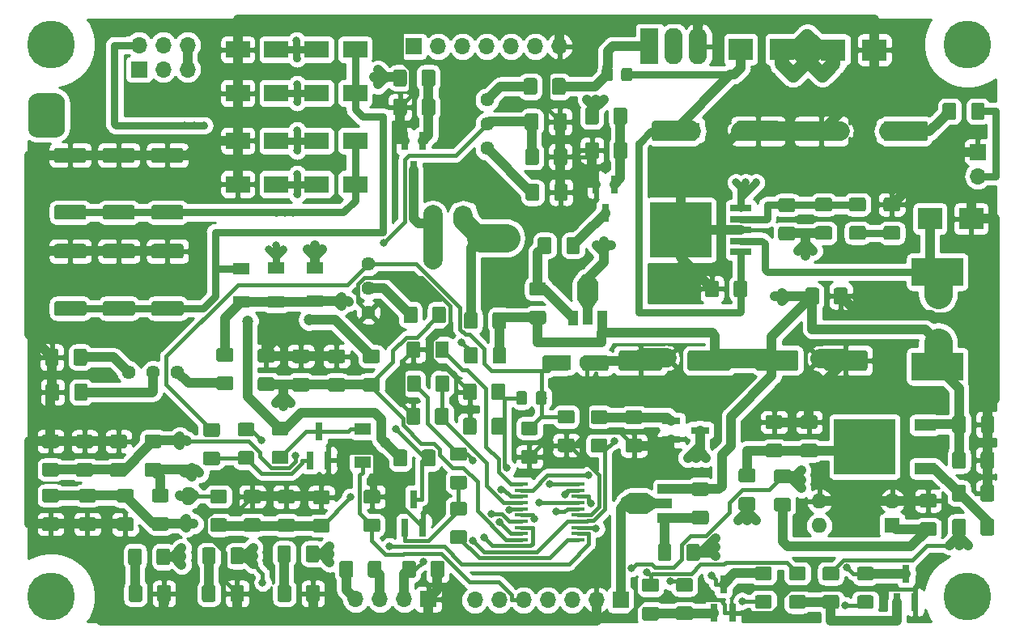
<source format=gbr>
%TF.GenerationSoftware,KiCad,Pcbnew,(5.1.4-0-10_14)*%
%TF.CreationDate,2019-11-24T21:13:53+02:00*%
%TF.ProjectId,READY,52454144-592e-46b6-9963-61645f706362,3.0*%
%TF.SameCoordinates,Original*%
%TF.FileFunction,Copper,L1,Top*%
%TF.FilePolarity,Positive*%
%FSLAX46Y46*%
G04 Gerber Fmt 4.6, Leading zero omitted, Abs format (unit mm)*
G04 Created by KiCad (PCBNEW (5.1.4-0-10_14)) date 2019-11-24 21:13:53*
%MOMM*%
%LPD*%
G04 APERTURE LIST*
%TA.AperFunction,ComponentPad*%
%ADD10R,1.600000X1.600000*%
%TD*%
%TA.AperFunction,ComponentPad*%
%ADD11C,1.600000*%
%TD*%
%TA.AperFunction,ComponentPad*%
%ADD12C,5.000000*%
%TD*%
%TA.AperFunction,ComponentPad*%
%ADD13R,1.900000X3.800000*%
%TD*%
%TA.AperFunction,ComponentPad*%
%ADD14O,1.900000X3.800000*%
%TD*%
%TA.AperFunction,SMDPad,CuDef*%
%ADD15R,1.700000X1.300000*%
%TD*%
%TA.AperFunction,ComponentPad*%
%ADD16C,1.440000*%
%TD*%
%TA.AperFunction,Conductor*%
%ADD17C,0.150000*%
%TD*%
%TA.AperFunction,SMDPad,CuDef*%
%ADD18C,1.525000*%
%TD*%
%TA.AperFunction,SMDPad,CuDef*%
%ADD19R,2.500000X1.800000*%
%TD*%
%TA.AperFunction,SMDPad,CuDef*%
%ADD20C,1.425000*%
%TD*%
%TA.AperFunction,ComponentPad*%
%ADD21R,2.000000X2.000000*%
%TD*%
%TA.AperFunction,ComponentPad*%
%ADD22C,2.000000*%
%TD*%
%TA.AperFunction,SMDPad,CuDef*%
%ADD23R,2.500000X2.300000*%
%TD*%
%TA.AperFunction,ComponentPad*%
%ADD24R,1.700000X1.700000*%
%TD*%
%TA.AperFunction,ComponentPad*%
%ADD25O,1.700000X1.700000*%
%TD*%
%TA.AperFunction,SMDPad,CuDef*%
%ADD26C,0.850000*%
%TD*%
%TA.AperFunction,SMDPad,CuDef*%
%ADD27R,1.500000X1.000000*%
%TD*%
%TA.AperFunction,SMDPad,CuDef*%
%ADD28R,1.800000X1.000000*%
%TD*%
%TA.AperFunction,SMDPad,CuDef*%
%ADD29R,1.840000X2.200000*%
%TD*%
%TA.AperFunction,SMDPad,CuDef*%
%ADD30C,1.000000*%
%TD*%
%TA.AperFunction,SMDPad,CuDef*%
%ADD31R,2.200000X1.840000*%
%TD*%
%TA.AperFunction,SMDPad,CuDef*%
%ADD32R,1.000000X1.500000*%
%TD*%
%TA.AperFunction,SMDPad,CuDef*%
%ADD33R,1.000000X1.800000*%
%TD*%
%TA.AperFunction,SMDPad,CuDef*%
%ADD34C,1.150000*%
%TD*%
%TA.AperFunction,SMDPad,CuDef*%
%ADD35R,2.200000X1.200000*%
%TD*%
%TA.AperFunction,SMDPad,CuDef*%
%ADD36R,6.400000X5.800000*%
%TD*%
%TA.AperFunction,SMDPad,CuDef*%
%ADD37R,1.450000X0.450000*%
%TD*%
%TA.AperFunction,ComponentPad*%
%ADD38O,1.600000X1.600000*%
%TD*%
%TA.AperFunction,SMDPad,CuDef*%
%ADD39C,1.600000*%
%TD*%
%TA.AperFunction,SMDPad,CuDef*%
%ADD40R,2.200000X0.800000*%
%TD*%
%TA.AperFunction,ComponentPad*%
%ADD41C,2.600000*%
%TD*%
%TA.AperFunction,SMDPad,CuDef*%
%ADD42R,5.400000X2.900000*%
%TD*%
%TA.AperFunction,SMDPad,CuDef*%
%ADD43C,2.100000*%
%TD*%
%TA.AperFunction,SMDPad,CuDef*%
%ADD44R,0.800000X1.900000*%
%TD*%
%TA.AperFunction,ComponentPad*%
%ADD45C,3.800000*%
%TD*%
%TA.AperFunction,SMDPad,CuDef*%
%ADD46R,1.900000X0.800000*%
%TD*%
%TA.AperFunction,ViaPad*%
%ADD47C,0.800000*%
%TD*%
%TA.AperFunction,ViaPad*%
%ADD48C,1.200000*%
%TD*%
%TA.AperFunction,Conductor*%
%ADD49C,0.800000*%
%TD*%
%TA.AperFunction,Conductor*%
%ADD50C,1.000000*%
%TD*%
%TA.AperFunction,Conductor*%
%ADD51C,2.000000*%
%TD*%
%TA.AperFunction,Conductor*%
%ADD52C,0.400000*%
%TD*%
%TA.AperFunction,Conductor*%
%ADD53C,1.500000*%
%TD*%
%TA.AperFunction,Conductor*%
%ADD54C,3.000000*%
%TD*%
%TA.AperFunction,Conductor*%
%ADD55C,0.254000*%
%TD*%
G04 APERTURE END LIST*
D10*
%TO.P,C10,1*%
%TO.N,+48V*%
X176911000Y-70243700D03*
D11*
%TO.P,C10,2*%
%TO.N,COIL1_B_OUT*%
X181911000Y-70243700D03*
%TD*%
D12*
%TO.P,H1,1*%
%TO.N,N/C*%
X205707000Y-61247000D03*
%TD*%
%TO.P,H2,1*%
%TO.N,N/C*%
X205707000Y-119039000D03*
%TD*%
%TO.P,H3,1*%
%TO.N,N/C*%
X109855000Y-119039000D03*
%TD*%
%TO.P,H4,1*%
%TO.N,N/C*%
X109855000Y-61247000D03*
%TD*%
D13*
%TO.P,J1,1*%
%TO.N,AB_RAW*%
X172439000Y-61440100D03*
D14*
%TO.P,J1,2*%
%TO.N,Net-(D20-Pad1)*%
X174979000Y-61440100D03*
%TO.P,J1,3*%
%TO.N,COIL1_B_OUT*%
X177519000Y-61440100D03*
%TD*%
D15*
%TO.P,D32,1*%
%TO.N,POLKA_SUMATOR*%
X133373000Y-88176600D03*
%TO.P,D32,2*%
%TO.N,COIL1_A_OUT*%
X133373000Y-84676600D03*
%TD*%
%TO.P,D38,1*%
%TO.N,POLKA_SUMATOR*%
X129753000Y-88183600D03*
%TO.P,D38,2*%
%TO.N,COIL2_A_OUT*%
X129753000Y-84683600D03*
%TD*%
D16*
%TO.P,CURRENT2,1*%
%TO.N,Net-(CURRENT2-Pad1)*%
X123038000Y-95554800D03*
%TO.P,CURRENT2,2*%
%TO.N,POLKA_TO_PU_READY*%
X120498000Y-95554800D03*
%TO.P,CURRENT2,3*%
%TO.N,Net-(CURRENT2-Pad3)*%
X117958000Y-95554800D03*
%TD*%
D17*
%TO.N,COIL1_A_OUT*%
%TO.C,R30*%
G36*
X118366505Y-78063804D02*
G01*
X118390773Y-78067404D01*
X118414572Y-78073365D01*
X118437671Y-78081630D01*
X118459850Y-78092120D01*
X118480893Y-78104732D01*
X118500599Y-78119347D01*
X118518777Y-78135823D01*
X118535253Y-78154001D01*
X118549868Y-78173707D01*
X118562480Y-78194750D01*
X118572970Y-78216929D01*
X118581235Y-78240028D01*
X118587196Y-78263827D01*
X118590796Y-78288095D01*
X118592000Y-78312599D01*
X118592000Y-79337601D01*
X118590796Y-79362105D01*
X118587196Y-79386373D01*
X118581235Y-79410172D01*
X118572970Y-79433271D01*
X118562480Y-79455450D01*
X118549868Y-79476493D01*
X118535253Y-79496199D01*
X118518777Y-79514377D01*
X118500599Y-79530853D01*
X118480893Y-79545468D01*
X118459850Y-79558080D01*
X118437671Y-79568570D01*
X118414572Y-79576835D01*
X118390773Y-79582796D01*
X118366505Y-79586396D01*
X118342001Y-79587600D01*
X115491999Y-79587600D01*
X115467495Y-79586396D01*
X115443227Y-79582796D01*
X115419428Y-79576835D01*
X115396329Y-79568570D01*
X115374150Y-79558080D01*
X115353107Y-79545468D01*
X115333401Y-79530853D01*
X115315223Y-79514377D01*
X115298747Y-79496199D01*
X115284132Y-79476493D01*
X115271520Y-79455450D01*
X115261030Y-79433271D01*
X115252765Y-79410172D01*
X115246804Y-79386373D01*
X115243204Y-79362105D01*
X115242000Y-79337601D01*
X115242000Y-78312599D01*
X115243204Y-78288095D01*
X115246804Y-78263827D01*
X115252765Y-78240028D01*
X115261030Y-78216929D01*
X115271520Y-78194750D01*
X115284132Y-78173707D01*
X115298747Y-78154001D01*
X115315223Y-78135823D01*
X115333401Y-78119347D01*
X115353107Y-78104732D01*
X115374150Y-78092120D01*
X115396329Y-78081630D01*
X115419428Y-78073365D01*
X115443227Y-78067404D01*
X115467495Y-78063804D01*
X115491999Y-78062600D01*
X118342001Y-78062600D01*
X118366505Y-78063804D01*
X118366505Y-78063804D01*
G37*
D18*
%TD*%
%TO.P,R30,1*%
%TO.N,COIL1_A_OUT*%
X116917000Y-78825100D03*
D17*
%TO.N,COIL1_B_OUT*%
%TO.C,R30*%
G36*
X118366505Y-72088804D02*
G01*
X118390773Y-72092404D01*
X118414572Y-72098365D01*
X118437671Y-72106630D01*
X118459850Y-72117120D01*
X118480893Y-72129732D01*
X118500599Y-72144347D01*
X118518777Y-72160823D01*
X118535253Y-72179001D01*
X118549868Y-72198707D01*
X118562480Y-72219750D01*
X118572970Y-72241929D01*
X118581235Y-72265028D01*
X118587196Y-72288827D01*
X118590796Y-72313095D01*
X118592000Y-72337599D01*
X118592000Y-73362601D01*
X118590796Y-73387105D01*
X118587196Y-73411373D01*
X118581235Y-73435172D01*
X118572970Y-73458271D01*
X118562480Y-73480450D01*
X118549868Y-73501493D01*
X118535253Y-73521199D01*
X118518777Y-73539377D01*
X118500599Y-73555853D01*
X118480893Y-73570468D01*
X118459850Y-73583080D01*
X118437671Y-73593570D01*
X118414572Y-73601835D01*
X118390773Y-73607796D01*
X118366505Y-73611396D01*
X118342001Y-73612600D01*
X115491999Y-73612600D01*
X115467495Y-73611396D01*
X115443227Y-73607796D01*
X115419428Y-73601835D01*
X115396329Y-73593570D01*
X115374150Y-73583080D01*
X115353107Y-73570468D01*
X115333401Y-73555853D01*
X115315223Y-73539377D01*
X115298747Y-73521199D01*
X115284132Y-73501493D01*
X115271520Y-73480450D01*
X115261030Y-73458271D01*
X115252765Y-73435172D01*
X115246804Y-73411373D01*
X115243204Y-73387105D01*
X115242000Y-73362601D01*
X115242000Y-72337599D01*
X115243204Y-72313095D01*
X115246804Y-72288827D01*
X115252765Y-72265028D01*
X115261030Y-72241929D01*
X115271520Y-72219750D01*
X115284132Y-72198707D01*
X115298747Y-72179001D01*
X115315223Y-72160823D01*
X115333401Y-72144347D01*
X115353107Y-72129732D01*
X115374150Y-72117120D01*
X115396329Y-72106630D01*
X115419428Y-72098365D01*
X115443227Y-72092404D01*
X115467495Y-72088804D01*
X115491999Y-72087600D01*
X118342001Y-72087600D01*
X118366505Y-72088804D01*
X118366505Y-72088804D01*
G37*
D18*
%TD*%
%TO.P,R30,2*%
%TO.N,COIL1_B_OUT*%
X116917000Y-72850100D03*
D17*
%TO.N,COIL1_B_OUT*%
%TO.C,R31*%
G36*
X113286505Y-72088804D02*
G01*
X113310773Y-72092404D01*
X113334572Y-72098365D01*
X113357671Y-72106630D01*
X113379850Y-72117120D01*
X113400893Y-72129732D01*
X113420599Y-72144347D01*
X113438777Y-72160823D01*
X113455253Y-72179001D01*
X113469868Y-72198707D01*
X113482480Y-72219750D01*
X113492970Y-72241929D01*
X113501235Y-72265028D01*
X113507196Y-72288827D01*
X113510796Y-72313095D01*
X113512000Y-72337599D01*
X113512000Y-73362601D01*
X113510796Y-73387105D01*
X113507196Y-73411373D01*
X113501235Y-73435172D01*
X113492970Y-73458271D01*
X113482480Y-73480450D01*
X113469868Y-73501493D01*
X113455253Y-73521199D01*
X113438777Y-73539377D01*
X113420599Y-73555853D01*
X113400893Y-73570468D01*
X113379850Y-73583080D01*
X113357671Y-73593570D01*
X113334572Y-73601835D01*
X113310773Y-73607796D01*
X113286505Y-73611396D01*
X113262001Y-73612600D01*
X110411999Y-73612600D01*
X110387495Y-73611396D01*
X110363227Y-73607796D01*
X110339428Y-73601835D01*
X110316329Y-73593570D01*
X110294150Y-73583080D01*
X110273107Y-73570468D01*
X110253401Y-73555853D01*
X110235223Y-73539377D01*
X110218747Y-73521199D01*
X110204132Y-73501493D01*
X110191520Y-73480450D01*
X110181030Y-73458271D01*
X110172765Y-73435172D01*
X110166804Y-73411373D01*
X110163204Y-73387105D01*
X110162000Y-73362601D01*
X110162000Y-72337599D01*
X110163204Y-72313095D01*
X110166804Y-72288827D01*
X110172765Y-72265028D01*
X110181030Y-72241929D01*
X110191520Y-72219750D01*
X110204132Y-72198707D01*
X110218747Y-72179001D01*
X110235223Y-72160823D01*
X110253401Y-72144347D01*
X110273107Y-72129732D01*
X110294150Y-72117120D01*
X110316329Y-72106630D01*
X110339428Y-72098365D01*
X110363227Y-72092404D01*
X110387495Y-72088804D01*
X110411999Y-72087600D01*
X113262001Y-72087600D01*
X113286505Y-72088804D01*
X113286505Y-72088804D01*
G37*
D18*
%TD*%
%TO.P,R31,2*%
%TO.N,COIL1_B_OUT*%
X111837000Y-72850100D03*
D17*
%TO.N,COIL1_A_OUT*%
%TO.C,R31*%
G36*
X113286505Y-78063804D02*
G01*
X113310773Y-78067404D01*
X113334572Y-78073365D01*
X113357671Y-78081630D01*
X113379850Y-78092120D01*
X113400893Y-78104732D01*
X113420599Y-78119347D01*
X113438777Y-78135823D01*
X113455253Y-78154001D01*
X113469868Y-78173707D01*
X113482480Y-78194750D01*
X113492970Y-78216929D01*
X113501235Y-78240028D01*
X113507196Y-78263827D01*
X113510796Y-78288095D01*
X113512000Y-78312599D01*
X113512000Y-79337601D01*
X113510796Y-79362105D01*
X113507196Y-79386373D01*
X113501235Y-79410172D01*
X113492970Y-79433271D01*
X113482480Y-79455450D01*
X113469868Y-79476493D01*
X113455253Y-79496199D01*
X113438777Y-79514377D01*
X113420599Y-79530853D01*
X113400893Y-79545468D01*
X113379850Y-79558080D01*
X113357671Y-79568570D01*
X113334572Y-79576835D01*
X113310773Y-79582796D01*
X113286505Y-79586396D01*
X113262001Y-79587600D01*
X110411999Y-79587600D01*
X110387495Y-79586396D01*
X110363227Y-79582796D01*
X110339428Y-79576835D01*
X110316329Y-79568570D01*
X110294150Y-79558080D01*
X110273107Y-79545468D01*
X110253401Y-79530853D01*
X110235223Y-79514377D01*
X110218747Y-79496199D01*
X110204132Y-79476493D01*
X110191520Y-79455450D01*
X110181030Y-79433271D01*
X110172765Y-79410172D01*
X110166804Y-79386373D01*
X110163204Y-79362105D01*
X110162000Y-79337601D01*
X110162000Y-78312599D01*
X110163204Y-78288095D01*
X110166804Y-78263827D01*
X110172765Y-78240028D01*
X110181030Y-78216929D01*
X110191520Y-78194750D01*
X110204132Y-78173707D01*
X110218747Y-78154001D01*
X110235223Y-78135823D01*
X110253401Y-78119347D01*
X110273107Y-78104732D01*
X110294150Y-78092120D01*
X110316329Y-78081630D01*
X110339428Y-78073365D01*
X110363227Y-78067404D01*
X110387495Y-78063804D01*
X110411999Y-78062600D01*
X113262001Y-78062600D01*
X113286505Y-78063804D01*
X113286505Y-78063804D01*
G37*
D18*
%TD*%
%TO.P,R31,1*%
%TO.N,COIL1_A_OUT*%
X111837000Y-78825100D03*
D17*
%TO.N,COIL1_A_OUT*%
%TO.C,R33*%
G36*
X123446505Y-78063804D02*
G01*
X123470773Y-78067404D01*
X123494572Y-78073365D01*
X123517671Y-78081630D01*
X123539850Y-78092120D01*
X123560893Y-78104732D01*
X123580599Y-78119347D01*
X123598777Y-78135823D01*
X123615253Y-78154001D01*
X123629868Y-78173707D01*
X123642480Y-78194750D01*
X123652970Y-78216929D01*
X123661235Y-78240028D01*
X123667196Y-78263827D01*
X123670796Y-78288095D01*
X123672000Y-78312599D01*
X123672000Y-79337601D01*
X123670796Y-79362105D01*
X123667196Y-79386373D01*
X123661235Y-79410172D01*
X123652970Y-79433271D01*
X123642480Y-79455450D01*
X123629868Y-79476493D01*
X123615253Y-79496199D01*
X123598777Y-79514377D01*
X123580599Y-79530853D01*
X123560893Y-79545468D01*
X123539850Y-79558080D01*
X123517671Y-79568570D01*
X123494572Y-79576835D01*
X123470773Y-79582796D01*
X123446505Y-79586396D01*
X123422001Y-79587600D01*
X120571999Y-79587600D01*
X120547495Y-79586396D01*
X120523227Y-79582796D01*
X120499428Y-79576835D01*
X120476329Y-79568570D01*
X120454150Y-79558080D01*
X120433107Y-79545468D01*
X120413401Y-79530853D01*
X120395223Y-79514377D01*
X120378747Y-79496199D01*
X120364132Y-79476493D01*
X120351520Y-79455450D01*
X120341030Y-79433271D01*
X120332765Y-79410172D01*
X120326804Y-79386373D01*
X120323204Y-79362105D01*
X120322000Y-79337601D01*
X120322000Y-78312599D01*
X120323204Y-78288095D01*
X120326804Y-78263827D01*
X120332765Y-78240028D01*
X120341030Y-78216929D01*
X120351520Y-78194750D01*
X120364132Y-78173707D01*
X120378747Y-78154001D01*
X120395223Y-78135823D01*
X120413401Y-78119347D01*
X120433107Y-78104732D01*
X120454150Y-78092120D01*
X120476329Y-78081630D01*
X120499428Y-78073365D01*
X120523227Y-78067404D01*
X120547495Y-78063804D01*
X120571999Y-78062600D01*
X123422001Y-78062600D01*
X123446505Y-78063804D01*
X123446505Y-78063804D01*
G37*
D18*
%TD*%
%TO.P,R33,1*%
%TO.N,COIL1_A_OUT*%
X121997000Y-78825100D03*
D17*
%TO.N,COIL1_B_OUT*%
%TO.C,R33*%
G36*
X123446505Y-72088804D02*
G01*
X123470773Y-72092404D01*
X123494572Y-72098365D01*
X123517671Y-72106630D01*
X123539850Y-72117120D01*
X123560893Y-72129732D01*
X123580599Y-72144347D01*
X123598777Y-72160823D01*
X123615253Y-72179001D01*
X123629868Y-72198707D01*
X123642480Y-72219750D01*
X123652970Y-72241929D01*
X123661235Y-72265028D01*
X123667196Y-72288827D01*
X123670796Y-72313095D01*
X123672000Y-72337599D01*
X123672000Y-73362601D01*
X123670796Y-73387105D01*
X123667196Y-73411373D01*
X123661235Y-73435172D01*
X123652970Y-73458271D01*
X123642480Y-73480450D01*
X123629868Y-73501493D01*
X123615253Y-73521199D01*
X123598777Y-73539377D01*
X123580599Y-73555853D01*
X123560893Y-73570468D01*
X123539850Y-73583080D01*
X123517671Y-73593570D01*
X123494572Y-73601835D01*
X123470773Y-73607796D01*
X123446505Y-73611396D01*
X123422001Y-73612600D01*
X120571999Y-73612600D01*
X120547495Y-73611396D01*
X120523227Y-73607796D01*
X120499428Y-73601835D01*
X120476329Y-73593570D01*
X120454150Y-73583080D01*
X120433107Y-73570468D01*
X120413401Y-73555853D01*
X120395223Y-73539377D01*
X120378747Y-73521199D01*
X120364132Y-73501493D01*
X120351520Y-73480450D01*
X120341030Y-73458271D01*
X120332765Y-73435172D01*
X120326804Y-73411373D01*
X120323204Y-73387105D01*
X120322000Y-73362601D01*
X120322000Y-72337599D01*
X120323204Y-72313095D01*
X120326804Y-72288827D01*
X120332765Y-72265028D01*
X120341030Y-72241929D01*
X120351520Y-72219750D01*
X120364132Y-72198707D01*
X120378747Y-72179001D01*
X120395223Y-72160823D01*
X120413401Y-72144347D01*
X120433107Y-72129732D01*
X120454150Y-72117120D01*
X120476329Y-72106630D01*
X120499428Y-72098365D01*
X120523227Y-72092404D01*
X120547495Y-72088804D01*
X120571999Y-72087600D01*
X123422001Y-72087600D01*
X123446505Y-72088804D01*
X123446505Y-72088804D01*
G37*
D18*
%TD*%
%TO.P,R33,2*%
%TO.N,COIL1_B_OUT*%
X121997000Y-72850100D03*
D17*
%TO.N,COIL2_A_OUT*%
%TO.C,R37*%
G36*
X113295505Y-88113804D02*
G01*
X113319773Y-88117404D01*
X113343572Y-88123365D01*
X113366671Y-88131630D01*
X113388850Y-88142120D01*
X113409893Y-88154732D01*
X113429599Y-88169347D01*
X113447777Y-88185823D01*
X113464253Y-88204001D01*
X113478868Y-88223707D01*
X113491480Y-88244750D01*
X113501970Y-88266929D01*
X113510235Y-88290028D01*
X113516196Y-88313827D01*
X113519796Y-88338095D01*
X113521000Y-88362599D01*
X113521000Y-89387601D01*
X113519796Y-89412105D01*
X113516196Y-89436373D01*
X113510235Y-89460172D01*
X113501970Y-89483271D01*
X113491480Y-89505450D01*
X113478868Y-89526493D01*
X113464253Y-89546199D01*
X113447777Y-89564377D01*
X113429599Y-89580853D01*
X113409893Y-89595468D01*
X113388850Y-89608080D01*
X113366671Y-89618570D01*
X113343572Y-89626835D01*
X113319773Y-89632796D01*
X113295505Y-89636396D01*
X113271001Y-89637600D01*
X110420999Y-89637600D01*
X110396495Y-89636396D01*
X110372227Y-89632796D01*
X110348428Y-89626835D01*
X110325329Y-89618570D01*
X110303150Y-89608080D01*
X110282107Y-89595468D01*
X110262401Y-89580853D01*
X110244223Y-89564377D01*
X110227747Y-89546199D01*
X110213132Y-89526493D01*
X110200520Y-89505450D01*
X110190030Y-89483271D01*
X110181765Y-89460172D01*
X110175804Y-89436373D01*
X110172204Y-89412105D01*
X110171000Y-89387601D01*
X110171000Y-88362599D01*
X110172204Y-88338095D01*
X110175804Y-88313827D01*
X110181765Y-88290028D01*
X110190030Y-88266929D01*
X110200520Y-88244750D01*
X110213132Y-88223707D01*
X110227747Y-88204001D01*
X110244223Y-88185823D01*
X110262401Y-88169347D01*
X110282107Y-88154732D01*
X110303150Y-88142120D01*
X110325329Y-88131630D01*
X110348428Y-88123365D01*
X110372227Y-88117404D01*
X110396495Y-88113804D01*
X110420999Y-88112600D01*
X113271001Y-88112600D01*
X113295505Y-88113804D01*
X113295505Y-88113804D01*
G37*
D18*
%TD*%
%TO.P,R37,1*%
%TO.N,COIL2_A_OUT*%
X111846000Y-88875100D03*
D17*
%TO.N,COIL1_B_OUT*%
%TO.C,R37*%
G36*
X113295505Y-82138804D02*
G01*
X113319773Y-82142404D01*
X113343572Y-82148365D01*
X113366671Y-82156630D01*
X113388850Y-82167120D01*
X113409893Y-82179732D01*
X113429599Y-82194347D01*
X113447777Y-82210823D01*
X113464253Y-82229001D01*
X113478868Y-82248707D01*
X113491480Y-82269750D01*
X113501970Y-82291929D01*
X113510235Y-82315028D01*
X113516196Y-82338827D01*
X113519796Y-82363095D01*
X113521000Y-82387599D01*
X113521000Y-83412601D01*
X113519796Y-83437105D01*
X113516196Y-83461373D01*
X113510235Y-83485172D01*
X113501970Y-83508271D01*
X113491480Y-83530450D01*
X113478868Y-83551493D01*
X113464253Y-83571199D01*
X113447777Y-83589377D01*
X113429599Y-83605853D01*
X113409893Y-83620468D01*
X113388850Y-83633080D01*
X113366671Y-83643570D01*
X113343572Y-83651835D01*
X113319773Y-83657796D01*
X113295505Y-83661396D01*
X113271001Y-83662600D01*
X110420999Y-83662600D01*
X110396495Y-83661396D01*
X110372227Y-83657796D01*
X110348428Y-83651835D01*
X110325329Y-83643570D01*
X110303150Y-83633080D01*
X110282107Y-83620468D01*
X110262401Y-83605853D01*
X110244223Y-83589377D01*
X110227747Y-83571199D01*
X110213132Y-83551493D01*
X110200520Y-83530450D01*
X110190030Y-83508271D01*
X110181765Y-83485172D01*
X110175804Y-83461373D01*
X110172204Y-83437105D01*
X110171000Y-83412601D01*
X110171000Y-82387599D01*
X110172204Y-82363095D01*
X110175804Y-82338827D01*
X110181765Y-82315028D01*
X110190030Y-82291929D01*
X110200520Y-82269750D01*
X110213132Y-82248707D01*
X110227747Y-82229001D01*
X110244223Y-82210823D01*
X110262401Y-82194347D01*
X110282107Y-82179732D01*
X110303150Y-82167120D01*
X110325329Y-82156630D01*
X110348428Y-82148365D01*
X110372227Y-82142404D01*
X110396495Y-82138804D01*
X110420999Y-82137600D01*
X113271001Y-82137600D01*
X113295505Y-82138804D01*
X113295505Y-82138804D01*
G37*
D18*
%TD*%
%TO.P,R37,2*%
%TO.N,COIL1_B_OUT*%
X111846000Y-82900100D03*
D17*
%TO.N,COIL2_A_OUT*%
%TO.C,R40*%
G36*
X118375505Y-88113804D02*
G01*
X118399773Y-88117404D01*
X118423572Y-88123365D01*
X118446671Y-88131630D01*
X118468850Y-88142120D01*
X118489893Y-88154732D01*
X118509599Y-88169347D01*
X118527777Y-88185823D01*
X118544253Y-88204001D01*
X118558868Y-88223707D01*
X118571480Y-88244750D01*
X118581970Y-88266929D01*
X118590235Y-88290028D01*
X118596196Y-88313827D01*
X118599796Y-88338095D01*
X118601000Y-88362599D01*
X118601000Y-89387601D01*
X118599796Y-89412105D01*
X118596196Y-89436373D01*
X118590235Y-89460172D01*
X118581970Y-89483271D01*
X118571480Y-89505450D01*
X118558868Y-89526493D01*
X118544253Y-89546199D01*
X118527777Y-89564377D01*
X118509599Y-89580853D01*
X118489893Y-89595468D01*
X118468850Y-89608080D01*
X118446671Y-89618570D01*
X118423572Y-89626835D01*
X118399773Y-89632796D01*
X118375505Y-89636396D01*
X118351001Y-89637600D01*
X115500999Y-89637600D01*
X115476495Y-89636396D01*
X115452227Y-89632796D01*
X115428428Y-89626835D01*
X115405329Y-89618570D01*
X115383150Y-89608080D01*
X115362107Y-89595468D01*
X115342401Y-89580853D01*
X115324223Y-89564377D01*
X115307747Y-89546199D01*
X115293132Y-89526493D01*
X115280520Y-89505450D01*
X115270030Y-89483271D01*
X115261765Y-89460172D01*
X115255804Y-89436373D01*
X115252204Y-89412105D01*
X115251000Y-89387601D01*
X115251000Y-88362599D01*
X115252204Y-88338095D01*
X115255804Y-88313827D01*
X115261765Y-88290028D01*
X115270030Y-88266929D01*
X115280520Y-88244750D01*
X115293132Y-88223707D01*
X115307747Y-88204001D01*
X115324223Y-88185823D01*
X115342401Y-88169347D01*
X115362107Y-88154732D01*
X115383150Y-88142120D01*
X115405329Y-88131630D01*
X115428428Y-88123365D01*
X115452227Y-88117404D01*
X115476495Y-88113804D01*
X115500999Y-88112600D01*
X118351001Y-88112600D01*
X118375505Y-88113804D01*
X118375505Y-88113804D01*
G37*
D18*
%TD*%
%TO.P,R40,1*%
%TO.N,COIL2_A_OUT*%
X116926000Y-88875100D03*
D17*
%TO.N,COIL1_B_OUT*%
%TO.C,R40*%
G36*
X118375505Y-82138804D02*
G01*
X118399773Y-82142404D01*
X118423572Y-82148365D01*
X118446671Y-82156630D01*
X118468850Y-82167120D01*
X118489893Y-82179732D01*
X118509599Y-82194347D01*
X118527777Y-82210823D01*
X118544253Y-82229001D01*
X118558868Y-82248707D01*
X118571480Y-82269750D01*
X118581970Y-82291929D01*
X118590235Y-82315028D01*
X118596196Y-82338827D01*
X118599796Y-82363095D01*
X118601000Y-82387599D01*
X118601000Y-83412601D01*
X118599796Y-83437105D01*
X118596196Y-83461373D01*
X118590235Y-83485172D01*
X118581970Y-83508271D01*
X118571480Y-83530450D01*
X118558868Y-83551493D01*
X118544253Y-83571199D01*
X118527777Y-83589377D01*
X118509599Y-83605853D01*
X118489893Y-83620468D01*
X118468850Y-83633080D01*
X118446671Y-83643570D01*
X118423572Y-83651835D01*
X118399773Y-83657796D01*
X118375505Y-83661396D01*
X118351001Y-83662600D01*
X115500999Y-83662600D01*
X115476495Y-83661396D01*
X115452227Y-83657796D01*
X115428428Y-83651835D01*
X115405329Y-83643570D01*
X115383150Y-83633080D01*
X115362107Y-83620468D01*
X115342401Y-83605853D01*
X115324223Y-83589377D01*
X115307747Y-83571199D01*
X115293132Y-83551493D01*
X115280520Y-83530450D01*
X115270030Y-83508271D01*
X115261765Y-83485172D01*
X115255804Y-83461373D01*
X115252204Y-83437105D01*
X115251000Y-83412601D01*
X115251000Y-82387599D01*
X115252204Y-82363095D01*
X115255804Y-82338827D01*
X115261765Y-82315028D01*
X115270030Y-82291929D01*
X115280520Y-82269750D01*
X115293132Y-82248707D01*
X115307747Y-82229001D01*
X115324223Y-82210823D01*
X115342401Y-82194347D01*
X115362107Y-82179732D01*
X115383150Y-82167120D01*
X115405329Y-82156630D01*
X115428428Y-82148365D01*
X115452227Y-82142404D01*
X115476495Y-82138804D01*
X115500999Y-82137600D01*
X118351001Y-82137600D01*
X118375505Y-82138804D01*
X118375505Y-82138804D01*
G37*
D18*
%TD*%
%TO.P,R40,2*%
%TO.N,COIL1_B_OUT*%
X116926000Y-82900100D03*
D17*
%TO.N,COIL1_B_OUT*%
%TO.C,R43*%
G36*
X123455505Y-82138804D02*
G01*
X123479773Y-82142404D01*
X123503572Y-82148365D01*
X123526671Y-82156630D01*
X123548850Y-82167120D01*
X123569893Y-82179732D01*
X123589599Y-82194347D01*
X123607777Y-82210823D01*
X123624253Y-82229001D01*
X123638868Y-82248707D01*
X123651480Y-82269750D01*
X123661970Y-82291929D01*
X123670235Y-82315028D01*
X123676196Y-82338827D01*
X123679796Y-82363095D01*
X123681000Y-82387599D01*
X123681000Y-83412601D01*
X123679796Y-83437105D01*
X123676196Y-83461373D01*
X123670235Y-83485172D01*
X123661970Y-83508271D01*
X123651480Y-83530450D01*
X123638868Y-83551493D01*
X123624253Y-83571199D01*
X123607777Y-83589377D01*
X123589599Y-83605853D01*
X123569893Y-83620468D01*
X123548850Y-83633080D01*
X123526671Y-83643570D01*
X123503572Y-83651835D01*
X123479773Y-83657796D01*
X123455505Y-83661396D01*
X123431001Y-83662600D01*
X120580999Y-83662600D01*
X120556495Y-83661396D01*
X120532227Y-83657796D01*
X120508428Y-83651835D01*
X120485329Y-83643570D01*
X120463150Y-83633080D01*
X120442107Y-83620468D01*
X120422401Y-83605853D01*
X120404223Y-83589377D01*
X120387747Y-83571199D01*
X120373132Y-83551493D01*
X120360520Y-83530450D01*
X120350030Y-83508271D01*
X120341765Y-83485172D01*
X120335804Y-83461373D01*
X120332204Y-83437105D01*
X120331000Y-83412601D01*
X120331000Y-82387599D01*
X120332204Y-82363095D01*
X120335804Y-82338827D01*
X120341765Y-82315028D01*
X120350030Y-82291929D01*
X120360520Y-82269750D01*
X120373132Y-82248707D01*
X120387747Y-82229001D01*
X120404223Y-82210823D01*
X120422401Y-82194347D01*
X120442107Y-82179732D01*
X120463150Y-82167120D01*
X120485329Y-82156630D01*
X120508428Y-82148365D01*
X120532227Y-82142404D01*
X120556495Y-82138804D01*
X120580999Y-82137600D01*
X123431001Y-82137600D01*
X123455505Y-82138804D01*
X123455505Y-82138804D01*
G37*
D18*
%TD*%
%TO.P,R43,2*%
%TO.N,COIL1_B_OUT*%
X122006000Y-82900100D03*
D17*
%TO.N,COIL2_A_OUT*%
%TO.C,R43*%
G36*
X123455505Y-88113804D02*
G01*
X123479773Y-88117404D01*
X123503572Y-88123365D01*
X123526671Y-88131630D01*
X123548850Y-88142120D01*
X123569893Y-88154732D01*
X123589599Y-88169347D01*
X123607777Y-88185823D01*
X123624253Y-88204001D01*
X123638868Y-88223707D01*
X123651480Y-88244750D01*
X123661970Y-88266929D01*
X123670235Y-88290028D01*
X123676196Y-88313827D01*
X123679796Y-88338095D01*
X123681000Y-88362599D01*
X123681000Y-89387601D01*
X123679796Y-89412105D01*
X123676196Y-89436373D01*
X123670235Y-89460172D01*
X123661970Y-89483271D01*
X123651480Y-89505450D01*
X123638868Y-89526493D01*
X123624253Y-89546199D01*
X123607777Y-89564377D01*
X123589599Y-89580853D01*
X123569893Y-89595468D01*
X123548850Y-89608080D01*
X123526671Y-89618570D01*
X123503572Y-89626835D01*
X123479773Y-89632796D01*
X123455505Y-89636396D01*
X123431001Y-89637600D01*
X120580999Y-89637600D01*
X120556495Y-89636396D01*
X120532227Y-89632796D01*
X120508428Y-89626835D01*
X120485329Y-89618570D01*
X120463150Y-89608080D01*
X120442107Y-89595468D01*
X120422401Y-89580853D01*
X120404223Y-89564377D01*
X120387747Y-89546199D01*
X120373132Y-89526493D01*
X120360520Y-89505450D01*
X120350030Y-89483271D01*
X120341765Y-89460172D01*
X120335804Y-89436373D01*
X120332204Y-89412105D01*
X120331000Y-89387601D01*
X120331000Y-88362599D01*
X120332204Y-88338095D01*
X120335804Y-88313827D01*
X120341765Y-88290028D01*
X120350030Y-88266929D01*
X120360520Y-88244750D01*
X120373132Y-88223707D01*
X120387747Y-88204001D01*
X120404223Y-88185823D01*
X120422401Y-88169347D01*
X120442107Y-88154732D01*
X120463150Y-88142120D01*
X120485329Y-88131630D01*
X120508428Y-88123365D01*
X120532227Y-88117404D01*
X120556495Y-88113804D01*
X120580999Y-88112600D01*
X123431001Y-88112600D01*
X123455505Y-88113804D01*
X123455505Y-88113804D01*
G37*
D18*
%TD*%
%TO.P,R43,1*%
%TO.N,COIL2_A_OUT*%
X122006000Y-88875100D03*
D19*
%TO.P,D28,1*%
%TO.N,COIL1_A_OUT*%
X141635000Y-75876400D03*
%TO.P,D28,2*%
%TO.N,COIL1_A*%
X137635000Y-75876400D03*
%TD*%
%TO.P,D29,1*%
%TO.N,COIL1_A*%
X133363000Y-75876400D03*
%TO.P,D29,2*%
%TO.N,COIL1_B_OUT*%
X129363000Y-75876400D03*
%TD*%
%TO.P,D30,2*%
%TO.N,COIL1_B*%
X137635000Y-71326400D03*
%TO.P,D30,1*%
%TO.N,COIL1_A_OUT*%
X141635000Y-71326400D03*
%TD*%
%TO.P,D31,2*%
%TO.N,COIL1_B_OUT*%
X129363000Y-71326400D03*
%TO.P,D31,1*%
%TO.N,COIL1_B*%
X133363000Y-71326400D03*
%TD*%
%TO.P,D33,1*%
%TO.N,COIL2_A_OUT*%
X141635000Y-66351400D03*
%TO.P,D33,2*%
%TO.N,COIL2_A*%
X137635000Y-66351400D03*
%TD*%
%TO.P,D34,1*%
%TO.N,COIL2_A*%
X133363000Y-66351400D03*
%TO.P,D34,2*%
%TO.N,COIL1_B_OUT*%
X129363000Y-66351400D03*
%TD*%
%TO.P,D35,2*%
%TO.N,COIL2_B*%
X137635000Y-61801400D03*
%TO.P,D35,1*%
%TO.N,COIL2_A_OUT*%
X141635000Y-61801400D03*
%TD*%
%TO.P,D36,2*%
%TO.N,COIL1_B_OUT*%
X129363000Y-61801400D03*
%TO.P,D36,1*%
%TO.N,COIL2_B*%
X133363000Y-61801400D03*
%TD*%
D17*
%TO.N,Net-(CURRENT2-Pad1)*%
%TO.C,R49*%
G36*
X128665504Y-95989704D02*
G01*
X128689773Y-95993304D01*
X128713571Y-95999265D01*
X128736671Y-96007530D01*
X128758849Y-96018020D01*
X128779893Y-96030633D01*
X128799598Y-96045247D01*
X128817777Y-96061723D01*
X128834253Y-96079902D01*
X128848867Y-96099607D01*
X128861480Y-96120651D01*
X128871970Y-96142829D01*
X128880235Y-96165929D01*
X128886196Y-96189727D01*
X128889796Y-96213996D01*
X128891000Y-96238500D01*
X128891000Y-97163500D01*
X128889796Y-97188004D01*
X128886196Y-97212273D01*
X128880235Y-97236071D01*
X128871970Y-97259171D01*
X128861480Y-97281349D01*
X128848867Y-97302393D01*
X128834253Y-97322098D01*
X128817777Y-97340277D01*
X128799598Y-97356753D01*
X128779893Y-97371367D01*
X128758849Y-97383980D01*
X128736671Y-97394470D01*
X128713571Y-97402735D01*
X128689773Y-97408696D01*
X128665504Y-97412296D01*
X128641000Y-97413500D01*
X127391000Y-97413500D01*
X127366496Y-97412296D01*
X127342227Y-97408696D01*
X127318429Y-97402735D01*
X127295329Y-97394470D01*
X127273151Y-97383980D01*
X127252107Y-97371367D01*
X127232402Y-97356753D01*
X127214223Y-97340277D01*
X127197747Y-97322098D01*
X127183133Y-97302393D01*
X127170520Y-97281349D01*
X127160030Y-97259171D01*
X127151765Y-97236071D01*
X127145804Y-97212273D01*
X127142204Y-97188004D01*
X127141000Y-97163500D01*
X127141000Y-96238500D01*
X127142204Y-96213996D01*
X127145804Y-96189727D01*
X127151765Y-96165929D01*
X127160030Y-96142829D01*
X127170520Y-96120651D01*
X127183133Y-96099607D01*
X127197747Y-96079902D01*
X127214223Y-96061723D01*
X127232402Y-96045247D01*
X127252107Y-96030633D01*
X127273151Y-96018020D01*
X127295329Y-96007530D01*
X127318429Y-95999265D01*
X127342227Y-95993304D01*
X127366496Y-95989704D01*
X127391000Y-95988500D01*
X128641000Y-95988500D01*
X128665504Y-95989704D01*
X128665504Y-95989704D01*
G37*
D20*
%TD*%
%TO.P,R49,2*%
%TO.N,Net-(CURRENT2-Pad1)*%
X128016000Y-96701000D03*
D17*
%TO.N,POLKA_SUMATOR*%
%TO.C,R49*%
G36*
X128665504Y-93014704D02*
G01*
X128689773Y-93018304D01*
X128713571Y-93024265D01*
X128736671Y-93032530D01*
X128758849Y-93043020D01*
X128779893Y-93055633D01*
X128799598Y-93070247D01*
X128817777Y-93086723D01*
X128834253Y-93104902D01*
X128848867Y-93124607D01*
X128861480Y-93145651D01*
X128871970Y-93167829D01*
X128880235Y-93190929D01*
X128886196Y-93214727D01*
X128889796Y-93238996D01*
X128891000Y-93263500D01*
X128891000Y-94188500D01*
X128889796Y-94213004D01*
X128886196Y-94237273D01*
X128880235Y-94261071D01*
X128871970Y-94284171D01*
X128861480Y-94306349D01*
X128848867Y-94327393D01*
X128834253Y-94347098D01*
X128817777Y-94365277D01*
X128799598Y-94381753D01*
X128779893Y-94396367D01*
X128758849Y-94408980D01*
X128736671Y-94419470D01*
X128713571Y-94427735D01*
X128689773Y-94433696D01*
X128665504Y-94437296D01*
X128641000Y-94438500D01*
X127391000Y-94438500D01*
X127366496Y-94437296D01*
X127342227Y-94433696D01*
X127318429Y-94427735D01*
X127295329Y-94419470D01*
X127273151Y-94408980D01*
X127252107Y-94396367D01*
X127232402Y-94381753D01*
X127214223Y-94365277D01*
X127197747Y-94347098D01*
X127183133Y-94327393D01*
X127170520Y-94306349D01*
X127160030Y-94284171D01*
X127151765Y-94261071D01*
X127145804Y-94237273D01*
X127142204Y-94213004D01*
X127141000Y-94188500D01*
X127141000Y-93263500D01*
X127142204Y-93238996D01*
X127145804Y-93214727D01*
X127151765Y-93190929D01*
X127160030Y-93167829D01*
X127170520Y-93145651D01*
X127183133Y-93124607D01*
X127197747Y-93104902D01*
X127214223Y-93086723D01*
X127232402Y-93070247D01*
X127252107Y-93055633D01*
X127273151Y-93043020D01*
X127295329Y-93032530D01*
X127318429Y-93024265D01*
X127342227Y-93018304D01*
X127366496Y-93014704D01*
X127391000Y-93013500D01*
X128641000Y-93013500D01*
X128665504Y-93014704D01*
X128665504Y-93014704D01*
G37*
D20*
%TD*%
%TO.P,R49,1*%
%TO.N,POLKA_SUMATOR*%
X128016000Y-93726000D03*
D17*
%TO.N,Net-(CURRENT2-Pad3)*%
%TO.C,R51*%
G36*
X113378504Y-93106204D02*
G01*
X113402773Y-93109804D01*
X113426571Y-93115765D01*
X113449671Y-93124030D01*
X113471849Y-93134520D01*
X113492893Y-93147133D01*
X113512598Y-93161747D01*
X113530777Y-93178223D01*
X113547253Y-93196402D01*
X113561867Y-93216107D01*
X113574480Y-93237151D01*
X113584970Y-93259329D01*
X113593235Y-93282429D01*
X113599196Y-93306227D01*
X113602796Y-93330496D01*
X113604000Y-93355000D01*
X113604000Y-94605000D01*
X113602796Y-94629504D01*
X113599196Y-94653773D01*
X113593235Y-94677571D01*
X113584970Y-94700671D01*
X113574480Y-94722849D01*
X113561867Y-94743893D01*
X113547253Y-94763598D01*
X113530777Y-94781777D01*
X113512598Y-94798253D01*
X113492893Y-94812867D01*
X113471849Y-94825480D01*
X113449671Y-94835970D01*
X113426571Y-94844235D01*
X113402773Y-94850196D01*
X113378504Y-94853796D01*
X113354000Y-94855000D01*
X112429000Y-94855000D01*
X112404496Y-94853796D01*
X112380227Y-94850196D01*
X112356429Y-94844235D01*
X112333329Y-94835970D01*
X112311151Y-94825480D01*
X112290107Y-94812867D01*
X112270402Y-94798253D01*
X112252223Y-94781777D01*
X112235747Y-94763598D01*
X112221133Y-94743893D01*
X112208520Y-94722849D01*
X112198030Y-94700671D01*
X112189765Y-94677571D01*
X112183804Y-94653773D01*
X112180204Y-94629504D01*
X112179000Y-94605000D01*
X112179000Y-93355000D01*
X112180204Y-93330496D01*
X112183804Y-93306227D01*
X112189765Y-93282429D01*
X112198030Y-93259329D01*
X112208520Y-93237151D01*
X112221133Y-93216107D01*
X112235747Y-93196402D01*
X112252223Y-93178223D01*
X112270402Y-93161747D01*
X112290107Y-93147133D01*
X112311151Y-93134520D01*
X112333329Y-93124030D01*
X112356429Y-93115765D01*
X112380227Y-93109804D01*
X112404496Y-93106204D01*
X112429000Y-93105000D01*
X113354000Y-93105000D01*
X113378504Y-93106204D01*
X113378504Y-93106204D01*
G37*
D20*
%TD*%
%TO.P,R51,1*%
%TO.N,Net-(CURRENT2-Pad3)*%
X112891500Y-93980000D03*
D17*
%TO.N,COIL1_B_OUT*%
%TO.C,R51*%
G36*
X110403504Y-93106204D02*
G01*
X110427773Y-93109804D01*
X110451571Y-93115765D01*
X110474671Y-93124030D01*
X110496849Y-93134520D01*
X110517893Y-93147133D01*
X110537598Y-93161747D01*
X110555777Y-93178223D01*
X110572253Y-93196402D01*
X110586867Y-93216107D01*
X110599480Y-93237151D01*
X110609970Y-93259329D01*
X110618235Y-93282429D01*
X110624196Y-93306227D01*
X110627796Y-93330496D01*
X110629000Y-93355000D01*
X110629000Y-94605000D01*
X110627796Y-94629504D01*
X110624196Y-94653773D01*
X110618235Y-94677571D01*
X110609970Y-94700671D01*
X110599480Y-94722849D01*
X110586867Y-94743893D01*
X110572253Y-94763598D01*
X110555777Y-94781777D01*
X110537598Y-94798253D01*
X110517893Y-94812867D01*
X110496849Y-94825480D01*
X110474671Y-94835970D01*
X110451571Y-94844235D01*
X110427773Y-94850196D01*
X110403504Y-94853796D01*
X110379000Y-94855000D01*
X109454000Y-94855000D01*
X109429496Y-94853796D01*
X109405227Y-94850196D01*
X109381429Y-94844235D01*
X109358329Y-94835970D01*
X109336151Y-94825480D01*
X109315107Y-94812867D01*
X109295402Y-94798253D01*
X109277223Y-94781777D01*
X109260747Y-94763598D01*
X109246133Y-94743893D01*
X109233520Y-94722849D01*
X109223030Y-94700671D01*
X109214765Y-94677571D01*
X109208804Y-94653773D01*
X109205204Y-94629504D01*
X109204000Y-94605000D01*
X109204000Y-93355000D01*
X109205204Y-93330496D01*
X109208804Y-93306227D01*
X109214765Y-93282429D01*
X109223030Y-93259329D01*
X109233520Y-93237151D01*
X109246133Y-93216107D01*
X109260747Y-93196402D01*
X109277223Y-93178223D01*
X109295402Y-93161747D01*
X109315107Y-93147133D01*
X109336151Y-93134520D01*
X109358329Y-93124030D01*
X109381429Y-93115765D01*
X109405227Y-93109804D01*
X109429496Y-93106204D01*
X109454000Y-93105000D01*
X110379000Y-93105000D01*
X110403504Y-93106204D01*
X110403504Y-93106204D01*
G37*
D20*
%TD*%
%TO.P,R51,2*%
%TO.N,COIL1_B_OUT*%
X109916500Y-93980000D03*
D17*
%TO.N,POLKA_TO_PU_READY*%
%TO.C,R10*%
G36*
X113444504Y-96763804D02*
G01*
X113468773Y-96767404D01*
X113492571Y-96773365D01*
X113515671Y-96781630D01*
X113537849Y-96792120D01*
X113558893Y-96804733D01*
X113578598Y-96819347D01*
X113596777Y-96835823D01*
X113613253Y-96854002D01*
X113627867Y-96873707D01*
X113640480Y-96894751D01*
X113650970Y-96916929D01*
X113659235Y-96940029D01*
X113665196Y-96963827D01*
X113668796Y-96988096D01*
X113670000Y-97012600D01*
X113670000Y-98262600D01*
X113668796Y-98287104D01*
X113665196Y-98311373D01*
X113659235Y-98335171D01*
X113650970Y-98358271D01*
X113640480Y-98380449D01*
X113627867Y-98401493D01*
X113613253Y-98421198D01*
X113596777Y-98439377D01*
X113578598Y-98455853D01*
X113558893Y-98470467D01*
X113537849Y-98483080D01*
X113515671Y-98493570D01*
X113492571Y-98501835D01*
X113468773Y-98507796D01*
X113444504Y-98511396D01*
X113420000Y-98512600D01*
X112495000Y-98512600D01*
X112470496Y-98511396D01*
X112446227Y-98507796D01*
X112422429Y-98501835D01*
X112399329Y-98493570D01*
X112377151Y-98483080D01*
X112356107Y-98470467D01*
X112336402Y-98455853D01*
X112318223Y-98439377D01*
X112301747Y-98421198D01*
X112287133Y-98401493D01*
X112274520Y-98380449D01*
X112264030Y-98358271D01*
X112255765Y-98335171D01*
X112249804Y-98311373D01*
X112246204Y-98287104D01*
X112245000Y-98262600D01*
X112245000Y-97012600D01*
X112246204Y-96988096D01*
X112249804Y-96963827D01*
X112255765Y-96940029D01*
X112264030Y-96916929D01*
X112274520Y-96894751D01*
X112287133Y-96873707D01*
X112301747Y-96854002D01*
X112318223Y-96835823D01*
X112336402Y-96819347D01*
X112356107Y-96804733D01*
X112377151Y-96792120D01*
X112399329Y-96781630D01*
X112422429Y-96773365D01*
X112446227Y-96767404D01*
X112470496Y-96763804D01*
X112495000Y-96762600D01*
X113420000Y-96762600D01*
X113444504Y-96763804D01*
X113444504Y-96763804D01*
G37*
D20*
%TD*%
%TO.P,R10,1*%
%TO.N,POLKA_TO_PU_READY*%
X112957500Y-97637600D03*
D17*
%TO.N,COIL1_B_OUT*%
%TO.C,R10*%
G36*
X110469504Y-96763804D02*
G01*
X110493773Y-96767404D01*
X110517571Y-96773365D01*
X110540671Y-96781630D01*
X110562849Y-96792120D01*
X110583893Y-96804733D01*
X110603598Y-96819347D01*
X110621777Y-96835823D01*
X110638253Y-96854002D01*
X110652867Y-96873707D01*
X110665480Y-96894751D01*
X110675970Y-96916929D01*
X110684235Y-96940029D01*
X110690196Y-96963827D01*
X110693796Y-96988096D01*
X110695000Y-97012600D01*
X110695000Y-98262600D01*
X110693796Y-98287104D01*
X110690196Y-98311373D01*
X110684235Y-98335171D01*
X110675970Y-98358271D01*
X110665480Y-98380449D01*
X110652867Y-98401493D01*
X110638253Y-98421198D01*
X110621777Y-98439377D01*
X110603598Y-98455853D01*
X110583893Y-98470467D01*
X110562849Y-98483080D01*
X110540671Y-98493570D01*
X110517571Y-98501835D01*
X110493773Y-98507796D01*
X110469504Y-98511396D01*
X110445000Y-98512600D01*
X109520000Y-98512600D01*
X109495496Y-98511396D01*
X109471227Y-98507796D01*
X109447429Y-98501835D01*
X109424329Y-98493570D01*
X109402151Y-98483080D01*
X109381107Y-98470467D01*
X109361402Y-98455853D01*
X109343223Y-98439377D01*
X109326747Y-98421198D01*
X109312133Y-98401493D01*
X109299520Y-98380449D01*
X109289030Y-98358271D01*
X109280765Y-98335171D01*
X109274804Y-98311373D01*
X109271204Y-98287104D01*
X109270000Y-98262600D01*
X109270000Y-97012600D01*
X109271204Y-96988096D01*
X109274804Y-96963827D01*
X109280765Y-96940029D01*
X109289030Y-96916929D01*
X109299520Y-96894751D01*
X109312133Y-96873707D01*
X109326747Y-96854002D01*
X109343223Y-96835823D01*
X109361402Y-96819347D01*
X109381107Y-96804733D01*
X109402151Y-96792120D01*
X109424329Y-96781630D01*
X109447429Y-96773365D01*
X109471227Y-96767404D01*
X109495496Y-96763804D01*
X109520000Y-96762600D01*
X110445000Y-96762600D01*
X110469504Y-96763804D01*
X110469504Y-96763804D01*
G37*
D20*
%TD*%
%TO.P,R10,2*%
%TO.N,COIL1_B_OUT*%
X109982500Y-97637600D03*
D16*
%TO.P,BAT1,1*%
%TO.N,Net-(BAT1-Pad1)*%
X155433000Y-67066200D03*
%TO.P,BAT1,2*%
%TO.N,AB*%
X155433000Y-69606200D03*
%TO.P,BAT1,3*%
%TO.N,Net-(BAT1-Pad3)*%
X155433000Y-72146200D03*
%TD*%
D21*
%TO.P,BZ1,1*%
%TO.N,Net-(BZ1-Pad1)*%
X157384000Y-81521300D03*
D22*
%TO.P,BZ1,2*%
%TO.N,Net-(BZ1-Pad2)*%
X149780200Y-81520000D03*
%TD*%
D21*
%TO.P,BZ2,1*%
%TO.N,Net-(BZ1-Pad1)*%
X154787000Y-81521700D03*
D22*
%TO.P,BZ2,2*%
%TO.N,Net-(BZ1-Pad2)*%
X149780332Y-83823399D03*
%TD*%
D10*
%TO.P,BZ3,1*%
%TO.N,Net-(BZ1-Pad1)*%
X152959000Y-79095600D03*
D22*
%TO.P,BZ3,2*%
%TO.N,Net-(BZ1-Pad2)*%
X149754800Y-79081600D03*
%TD*%
D17*
%TO.N,AB*%
%TO.C,C3*%
G36*
X160633504Y-72125804D02*
G01*
X160657773Y-72129404D01*
X160681571Y-72135365D01*
X160704671Y-72143630D01*
X160726849Y-72154120D01*
X160747893Y-72166733D01*
X160767598Y-72181347D01*
X160785777Y-72197823D01*
X160802253Y-72216002D01*
X160816867Y-72235707D01*
X160829480Y-72256751D01*
X160839970Y-72278929D01*
X160848235Y-72302029D01*
X160854196Y-72325827D01*
X160857796Y-72350096D01*
X160859000Y-72374600D01*
X160859000Y-73624600D01*
X160857796Y-73649104D01*
X160854196Y-73673373D01*
X160848235Y-73697171D01*
X160839970Y-73720271D01*
X160829480Y-73742449D01*
X160816867Y-73763493D01*
X160802253Y-73783198D01*
X160785777Y-73801377D01*
X160767598Y-73817853D01*
X160747893Y-73832467D01*
X160726849Y-73845080D01*
X160704671Y-73855570D01*
X160681571Y-73863835D01*
X160657773Y-73869796D01*
X160633504Y-73873396D01*
X160609000Y-73874600D01*
X159684000Y-73874600D01*
X159659496Y-73873396D01*
X159635227Y-73869796D01*
X159611429Y-73863835D01*
X159588329Y-73855570D01*
X159566151Y-73845080D01*
X159545107Y-73832467D01*
X159525402Y-73817853D01*
X159507223Y-73801377D01*
X159490747Y-73783198D01*
X159476133Y-73763493D01*
X159463520Y-73742449D01*
X159453030Y-73720271D01*
X159444765Y-73697171D01*
X159438804Y-73673373D01*
X159435204Y-73649104D01*
X159434000Y-73624600D01*
X159434000Y-72374600D01*
X159435204Y-72350096D01*
X159438804Y-72325827D01*
X159444765Y-72302029D01*
X159453030Y-72278929D01*
X159463520Y-72256751D01*
X159476133Y-72235707D01*
X159490747Y-72216002D01*
X159507223Y-72197823D01*
X159525402Y-72181347D01*
X159545107Y-72166733D01*
X159566151Y-72154120D01*
X159588329Y-72143630D01*
X159611429Y-72135365D01*
X159635227Y-72129404D01*
X159659496Y-72125804D01*
X159684000Y-72124600D01*
X160609000Y-72124600D01*
X160633504Y-72125804D01*
X160633504Y-72125804D01*
G37*
D20*
%TD*%
%TO.P,C3,1*%
%TO.N,AB*%
X160146500Y-72999600D03*
D17*
%TO.N,COIL1_B_OUT*%
%TO.C,C3*%
G36*
X163608504Y-72125804D02*
G01*
X163632773Y-72129404D01*
X163656571Y-72135365D01*
X163679671Y-72143630D01*
X163701849Y-72154120D01*
X163722893Y-72166733D01*
X163742598Y-72181347D01*
X163760777Y-72197823D01*
X163777253Y-72216002D01*
X163791867Y-72235707D01*
X163804480Y-72256751D01*
X163814970Y-72278929D01*
X163823235Y-72302029D01*
X163829196Y-72325827D01*
X163832796Y-72350096D01*
X163834000Y-72374600D01*
X163834000Y-73624600D01*
X163832796Y-73649104D01*
X163829196Y-73673373D01*
X163823235Y-73697171D01*
X163814970Y-73720271D01*
X163804480Y-73742449D01*
X163791867Y-73763493D01*
X163777253Y-73783198D01*
X163760777Y-73801377D01*
X163742598Y-73817853D01*
X163722893Y-73832467D01*
X163701849Y-73845080D01*
X163679671Y-73855570D01*
X163656571Y-73863835D01*
X163632773Y-73869796D01*
X163608504Y-73873396D01*
X163584000Y-73874600D01*
X162659000Y-73874600D01*
X162634496Y-73873396D01*
X162610227Y-73869796D01*
X162586429Y-73863835D01*
X162563329Y-73855570D01*
X162541151Y-73845080D01*
X162520107Y-73832467D01*
X162500402Y-73817853D01*
X162482223Y-73801377D01*
X162465747Y-73783198D01*
X162451133Y-73763493D01*
X162438520Y-73742449D01*
X162428030Y-73720271D01*
X162419765Y-73697171D01*
X162413804Y-73673373D01*
X162410204Y-73649104D01*
X162409000Y-73624600D01*
X162409000Y-72374600D01*
X162410204Y-72350096D01*
X162413804Y-72325827D01*
X162419765Y-72302029D01*
X162428030Y-72278929D01*
X162438520Y-72256751D01*
X162451133Y-72235707D01*
X162465747Y-72216002D01*
X162482223Y-72197823D01*
X162500402Y-72181347D01*
X162520107Y-72166733D01*
X162541151Y-72154120D01*
X162563329Y-72143630D01*
X162586429Y-72135365D01*
X162610227Y-72129404D01*
X162634496Y-72125804D01*
X162659000Y-72124600D01*
X163584000Y-72124600D01*
X163608504Y-72125804D01*
X163608504Y-72125804D01*
G37*
D20*
%TD*%
%TO.P,C3,2*%
%TO.N,COIL1_B_OUT*%
X163121500Y-72999600D03*
D17*
%TO.N,COIL1_B_OUT*%
%TO.C,C5*%
G36*
X135091504Y-107873204D02*
G01*
X135115773Y-107876804D01*
X135139571Y-107882765D01*
X135162671Y-107891030D01*
X135184849Y-107901520D01*
X135205893Y-107914133D01*
X135225598Y-107928747D01*
X135243777Y-107945223D01*
X135260253Y-107963402D01*
X135274867Y-107983107D01*
X135287480Y-108004151D01*
X135297970Y-108026329D01*
X135306235Y-108049429D01*
X135312196Y-108073227D01*
X135315796Y-108097496D01*
X135317000Y-108122000D01*
X135317000Y-109047000D01*
X135315796Y-109071504D01*
X135312196Y-109095773D01*
X135306235Y-109119571D01*
X135297970Y-109142671D01*
X135287480Y-109164849D01*
X135274867Y-109185893D01*
X135260253Y-109205598D01*
X135243777Y-109223777D01*
X135225598Y-109240253D01*
X135205893Y-109254867D01*
X135184849Y-109267480D01*
X135162671Y-109277970D01*
X135139571Y-109286235D01*
X135115773Y-109292196D01*
X135091504Y-109295796D01*
X135067000Y-109297000D01*
X133817000Y-109297000D01*
X133792496Y-109295796D01*
X133768227Y-109292196D01*
X133744429Y-109286235D01*
X133721329Y-109277970D01*
X133699151Y-109267480D01*
X133678107Y-109254867D01*
X133658402Y-109240253D01*
X133640223Y-109223777D01*
X133623747Y-109205598D01*
X133609133Y-109185893D01*
X133596520Y-109164849D01*
X133586030Y-109142671D01*
X133577765Y-109119571D01*
X133571804Y-109095773D01*
X133568204Y-109071504D01*
X133567000Y-109047000D01*
X133567000Y-108122000D01*
X133568204Y-108097496D01*
X133571804Y-108073227D01*
X133577765Y-108049429D01*
X133586030Y-108026329D01*
X133596520Y-108004151D01*
X133609133Y-107983107D01*
X133623747Y-107963402D01*
X133640223Y-107945223D01*
X133658402Y-107928747D01*
X133678107Y-107914133D01*
X133699151Y-107901520D01*
X133721329Y-107891030D01*
X133744429Y-107882765D01*
X133768227Y-107876804D01*
X133792496Y-107873204D01*
X133817000Y-107872000D01*
X135067000Y-107872000D01*
X135091504Y-107873204D01*
X135091504Y-107873204D01*
G37*
D20*
%TD*%
%TO.P,C5,2*%
%TO.N,COIL1_B_OUT*%
X134442000Y-108584500D03*
D17*
%TO.N,TEMP_ADC*%
%TO.C,C5*%
G36*
X135091504Y-110848204D02*
G01*
X135115773Y-110851804D01*
X135139571Y-110857765D01*
X135162671Y-110866030D01*
X135184849Y-110876520D01*
X135205893Y-110889133D01*
X135225598Y-110903747D01*
X135243777Y-110920223D01*
X135260253Y-110938402D01*
X135274867Y-110958107D01*
X135287480Y-110979151D01*
X135297970Y-111001329D01*
X135306235Y-111024429D01*
X135312196Y-111048227D01*
X135315796Y-111072496D01*
X135317000Y-111097000D01*
X135317000Y-112022000D01*
X135315796Y-112046504D01*
X135312196Y-112070773D01*
X135306235Y-112094571D01*
X135297970Y-112117671D01*
X135287480Y-112139849D01*
X135274867Y-112160893D01*
X135260253Y-112180598D01*
X135243777Y-112198777D01*
X135225598Y-112215253D01*
X135205893Y-112229867D01*
X135184849Y-112242480D01*
X135162671Y-112252970D01*
X135139571Y-112261235D01*
X135115773Y-112267196D01*
X135091504Y-112270796D01*
X135067000Y-112272000D01*
X133817000Y-112272000D01*
X133792496Y-112270796D01*
X133768227Y-112267196D01*
X133744429Y-112261235D01*
X133721329Y-112252970D01*
X133699151Y-112242480D01*
X133678107Y-112229867D01*
X133658402Y-112215253D01*
X133640223Y-112198777D01*
X133623747Y-112180598D01*
X133609133Y-112160893D01*
X133596520Y-112139849D01*
X133586030Y-112117671D01*
X133577765Y-112094571D01*
X133571804Y-112070773D01*
X133568204Y-112046504D01*
X133567000Y-112022000D01*
X133567000Y-111097000D01*
X133568204Y-111072496D01*
X133571804Y-111048227D01*
X133577765Y-111024429D01*
X133586030Y-111001329D01*
X133596520Y-110979151D01*
X133609133Y-110958107D01*
X133623747Y-110938402D01*
X133640223Y-110920223D01*
X133658402Y-110903747D01*
X133678107Y-110889133D01*
X133699151Y-110876520D01*
X133721329Y-110866030D01*
X133744429Y-110857765D01*
X133768227Y-110851804D01*
X133792496Y-110848204D01*
X133817000Y-110847000D01*
X135067000Y-110847000D01*
X135091504Y-110848204D01*
X135091504Y-110848204D01*
G37*
D20*
%TD*%
%TO.P,C5,1*%
%TO.N,TEMP_ADC*%
X134442000Y-111559500D03*
D17*
%TO.N,+15V*%
%TO.C,C7*%
G36*
X205296504Y-100142204D02*
G01*
X205320773Y-100145804D01*
X205344571Y-100151765D01*
X205367671Y-100160030D01*
X205389849Y-100170520D01*
X205410893Y-100183133D01*
X205430598Y-100197747D01*
X205448777Y-100214223D01*
X205465253Y-100232402D01*
X205479867Y-100252107D01*
X205492480Y-100273151D01*
X205502970Y-100295329D01*
X205511235Y-100318429D01*
X205517196Y-100342227D01*
X205520796Y-100366496D01*
X205522000Y-100391000D01*
X205522000Y-101641000D01*
X205520796Y-101665504D01*
X205517196Y-101689773D01*
X205511235Y-101713571D01*
X205502970Y-101736671D01*
X205492480Y-101758849D01*
X205479867Y-101779893D01*
X205465253Y-101799598D01*
X205448777Y-101817777D01*
X205430598Y-101834253D01*
X205410893Y-101848867D01*
X205389849Y-101861480D01*
X205367671Y-101871970D01*
X205344571Y-101880235D01*
X205320773Y-101886196D01*
X205296504Y-101889796D01*
X205272000Y-101891000D01*
X204347000Y-101891000D01*
X204322496Y-101889796D01*
X204298227Y-101886196D01*
X204274429Y-101880235D01*
X204251329Y-101871970D01*
X204229151Y-101861480D01*
X204208107Y-101848867D01*
X204188402Y-101834253D01*
X204170223Y-101817777D01*
X204153747Y-101799598D01*
X204139133Y-101779893D01*
X204126520Y-101758849D01*
X204116030Y-101736671D01*
X204107765Y-101713571D01*
X204101804Y-101689773D01*
X204098204Y-101665504D01*
X204097000Y-101641000D01*
X204097000Y-100391000D01*
X204098204Y-100366496D01*
X204101804Y-100342227D01*
X204107765Y-100318429D01*
X204116030Y-100295329D01*
X204126520Y-100273151D01*
X204139133Y-100252107D01*
X204153747Y-100232402D01*
X204170223Y-100214223D01*
X204188402Y-100197747D01*
X204208107Y-100183133D01*
X204229151Y-100170520D01*
X204251329Y-100160030D01*
X204274429Y-100151765D01*
X204298227Y-100145804D01*
X204322496Y-100142204D01*
X204347000Y-100141000D01*
X205272000Y-100141000D01*
X205296504Y-100142204D01*
X205296504Y-100142204D01*
G37*
D20*
%TD*%
%TO.P,C7,1*%
%TO.N,+15V*%
X204809500Y-101016000D03*
D17*
%TO.N,COIL1_B_OUT*%
%TO.C,C7*%
G36*
X208271504Y-100142204D02*
G01*
X208295773Y-100145804D01*
X208319571Y-100151765D01*
X208342671Y-100160030D01*
X208364849Y-100170520D01*
X208385893Y-100183133D01*
X208405598Y-100197747D01*
X208423777Y-100214223D01*
X208440253Y-100232402D01*
X208454867Y-100252107D01*
X208467480Y-100273151D01*
X208477970Y-100295329D01*
X208486235Y-100318429D01*
X208492196Y-100342227D01*
X208495796Y-100366496D01*
X208497000Y-100391000D01*
X208497000Y-101641000D01*
X208495796Y-101665504D01*
X208492196Y-101689773D01*
X208486235Y-101713571D01*
X208477970Y-101736671D01*
X208467480Y-101758849D01*
X208454867Y-101779893D01*
X208440253Y-101799598D01*
X208423777Y-101817777D01*
X208405598Y-101834253D01*
X208385893Y-101848867D01*
X208364849Y-101861480D01*
X208342671Y-101871970D01*
X208319571Y-101880235D01*
X208295773Y-101886196D01*
X208271504Y-101889796D01*
X208247000Y-101891000D01*
X207322000Y-101891000D01*
X207297496Y-101889796D01*
X207273227Y-101886196D01*
X207249429Y-101880235D01*
X207226329Y-101871970D01*
X207204151Y-101861480D01*
X207183107Y-101848867D01*
X207163402Y-101834253D01*
X207145223Y-101817777D01*
X207128747Y-101799598D01*
X207114133Y-101779893D01*
X207101520Y-101758849D01*
X207091030Y-101736671D01*
X207082765Y-101713571D01*
X207076804Y-101689773D01*
X207073204Y-101665504D01*
X207072000Y-101641000D01*
X207072000Y-100391000D01*
X207073204Y-100366496D01*
X207076804Y-100342227D01*
X207082765Y-100318429D01*
X207091030Y-100295329D01*
X207101520Y-100273151D01*
X207114133Y-100252107D01*
X207128747Y-100232402D01*
X207145223Y-100214223D01*
X207163402Y-100197747D01*
X207183107Y-100183133D01*
X207204151Y-100170520D01*
X207226329Y-100160030D01*
X207249429Y-100151765D01*
X207273227Y-100145804D01*
X207297496Y-100142204D01*
X207322000Y-100141000D01*
X208247000Y-100141000D01*
X208271504Y-100142204D01*
X208271504Y-100142204D01*
G37*
D20*
%TD*%
%TO.P,C7,2*%
%TO.N,COIL1_B_OUT*%
X207784500Y-101016000D03*
D17*
%TO.N,+15V*%
%TO.C,C8*%
G36*
X205285504Y-103888204D02*
G01*
X205309773Y-103891804D01*
X205333571Y-103897765D01*
X205356671Y-103906030D01*
X205378849Y-103916520D01*
X205399893Y-103929133D01*
X205419598Y-103943747D01*
X205437777Y-103960223D01*
X205454253Y-103978402D01*
X205468867Y-103998107D01*
X205481480Y-104019151D01*
X205491970Y-104041329D01*
X205500235Y-104064429D01*
X205506196Y-104088227D01*
X205509796Y-104112496D01*
X205511000Y-104137000D01*
X205511000Y-105387000D01*
X205509796Y-105411504D01*
X205506196Y-105435773D01*
X205500235Y-105459571D01*
X205491970Y-105482671D01*
X205481480Y-105504849D01*
X205468867Y-105525893D01*
X205454253Y-105545598D01*
X205437777Y-105563777D01*
X205419598Y-105580253D01*
X205399893Y-105594867D01*
X205378849Y-105607480D01*
X205356671Y-105617970D01*
X205333571Y-105626235D01*
X205309773Y-105632196D01*
X205285504Y-105635796D01*
X205261000Y-105637000D01*
X204336000Y-105637000D01*
X204311496Y-105635796D01*
X204287227Y-105632196D01*
X204263429Y-105626235D01*
X204240329Y-105617970D01*
X204218151Y-105607480D01*
X204197107Y-105594867D01*
X204177402Y-105580253D01*
X204159223Y-105563777D01*
X204142747Y-105545598D01*
X204128133Y-105525893D01*
X204115520Y-105504849D01*
X204105030Y-105482671D01*
X204096765Y-105459571D01*
X204090804Y-105435773D01*
X204087204Y-105411504D01*
X204086000Y-105387000D01*
X204086000Y-104137000D01*
X204087204Y-104112496D01*
X204090804Y-104088227D01*
X204096765Y-104064429D01*
X204105030Y-104041329D01*
X204115520Y-104019151D01*
X204128133Y-103998107D01*
X204142747Y-103978402D01*
X204159223Y-103960223D01*
X204177402Y-103943747D01*
X204197107Y-103929133D01*
X204218151Y-103916520D01*
X204240329Y-103906030D01*
X204263429Y-103897765D01*
X204287227Y-103891804D01*
X204311496Y-103888204D01*
X204336000Y-103887000D01*
X205261000Y-103887000D01*
X205285504Y-103888204D01*
X205285504Y-103888204D01*
G37*
D20*
%TD*%
%TO.P,C8,2*%
%TO.N,+15V*%
X204798500Y-104762000D03*
D17*
%TO.N,COIL1_B_OUT*%
%TO.C,C8*%
G36*
X208260504Y-103888204D02*
G01*
X208284773Y-103891804D01*
X208308571Y-103897765D01*
X208331671Y-103906030D01*
X208353849Y-103916520D01*
X208374893Y-103929133D01*
X208394598Y-103943747D01*
X208412777Y-103960223D01*
X208429253Y-103978402D01*
X208443867Y-103998107D01*
X208456480Y-104019151D01*
X208466970Y-104041329D01*
X208475235Y-104064429D01*
X208481196Y-104088227D01*
X208484796Y-104112496D01*
X208486000Y-104137000D01*
X208486000Y-105387000D01*
X208484796Y-105411504D01*
X208481196Y-105435773D01*
X208475235Y-105459571D01*
X208466970Y-105482671D01*
X208456480Y-105504849D01*
X208443867Y-105525893D01*
X208429253Y-105545598D01*
X208412777Y-105563777D01*
X208394598Y-105580253D01*
X208374893Y-105594867D01*
X208353849Y-105607480D01*
X208331671Y-105617970D01*
X208308571Y-105626235D01*
X208284773Y-105632196D01*
X208260504Y-105635796D01*
X208236000Y-105637000D01*
X207311000Y-105637000D01*
X207286496Y-105635796D01*
X207262227Y-105632196D01*
X207238429Y-105626235D01*
X207215329Y-105617970D01*
X207193151Y-105607480D01*
X207172107Y-105594867D01*
X207152402Y-105580253D01*
X207134223Y-105563777D01*
X207117747Y-105545598D01*
X207103133Y-105525893D01*
X207090520Y-105504849D01*
X207080030Y-105482671D01*
X207071765Y-105459571D01*
X207065804Y-105435773D01*
X207062204Y-105411504D01*
X207061000Y-105387000D01*
X207061000Y-104137000D01*
X207062204Y-104112496D01*
X207065804Y-104088227D01*
X207071765Y-104064429D01*
X207080030Y-104041329D01*
X207090520Y-104019151D01*
X207103133Y-103998107D01*
X207117747Y-103978402D01*
X207134223Y-103960223D01*
X207152402Y-103943747D01*
X207172107Y-103929133D01*
X207193151Y-103916520D01*
X207215329Y-103906030D01*
X207238429Y-103897765D01*
X207262227Y-103891804D01*
X207286496Y-103888204D01*
X207311000Y-103887000D01*
X208236000Y-103887000D01*
X208260504Y-103888204D01*
X208260504Y-103888204D01*
G37*
D20*
%TD*%
%TO.P,C8,1*%
%TO.N,COIL1_B_OUT*%
X207773500Y-104762000D03*
D17*
%TO.N,COIL1_B_OUT*%
%TO.C,C9*%
G36*
X189765504Y-100060204D02*
G01*
X189789773Y-100063804D01*
X189813571Y-100069765D01*
X189836671Y-100078030D01*
X189858849Y-100088520D01*
X189879893Y-100101133D01*
X189899598Y-100115747D01*
X189917777Y-100132223D01*
X189934253Y-100150402D01*
X189948867Y-100170107D01*
X189961480Y-100191151D01*
X189971970Y-100213329D01*
X189980235Y-100236429D01*
X189986196Y-100260227D01*
X189989796Y-100284496D01*
X189991000Y-100309000D01*
X189991000Y-101234000D01*
X189989796Y-101258504D01*
X189986196Y-101282773D01*
X189980235Y-101306571D01*
X189971970Y-101329671D01*
X189961480Y-101351849D01*
X189948867Y-101372893D01*
X189934253Y-101392598D01*
X189917777Y-101410777D01*
X189899598Y-101427253D01*
X189879893Y-101441867D01*
X189858849Y-101454480D01*
X189836671Y-101464970D01*
X189813571Y-101473235D01*
X189789773Y-101479196D01*
X189765504Y-101482796D01*
X189741000Y-101484000D01*
X188491000Y-101484000D01*
X188466496Y-101482796D01*
X188442227Y-101479196D01*
X188418429Y-101473235D01*
X188395329Y-101464970D01*
X188373151Y-101454480D01*
X188352107Y-101441867D01*
X188332402Y-101427253D01*
X188314223Y-101410777D01*
X188297747Y-101392598D01*
X188283133Y-101372893D01*
X188270520Y-101351849D01*
X188260030Y-101329671D01*
X188251765Y-101306571D01*
X188245804Y-101282773D01*
X188242204Y-101258504D01*
X188241000Y-101234000D01*
X188241000Y-100309000D01*
X188242204Y-100284496D01*
X188245804Y-100260227D01*
X188251765Y-100236429D01*
X188260030Y-100213329D01*
X188270520Y-100191151D01*
X188283133Y-100170107D01*
X188297747Y-100150402D01*
X188314223Y-100132223D01*
X188332402Y-100115747D01*
X188352107Y-100101133D01*
X188373151Y-100088520D01*
X188395329Y-100078030D01*
X188418429Y-100069765D01*
X188442227Y-100063804D01*
X188466496Y-100060204D01*
X188491000Y-100059000D01*
X189741000Y-100059000D01*
X189765504Y-100060204D01*
X189765504Y-100060204D01*
G37*
D20*
%TD*%
%TO.P,C9,1*%
%TO.N,COIL1_B_OUT*%
X189116000Y-100771500D03*
D17*
%TO.N,+3V3*%
%TO.C,C9*%
G36*
X189765504Y-103035204D02*
G01*
X189789773Y-103038804D01*
X189813571Y-103044765D01*
X189836671Y-103053030D01*
X189858849Y-103063520D01*
X189879893Y-103076133D01*
X189899598Y-103090747D01*
X189917777Y-103107223D01*
X189934253Y-103125402D01*
X189948867Y-103145107D01*
X189961480Y-103166151D01*
X189971970Y-103188329D01*
X189980235Y-103211429D01*
X189986196Y-103235227D01*
X189989796Y-103259496D01*
X189991000Y-103284000D01*
X189991000Y-104209000D01*
X189989796Y-104233504D01*
X189986196Y-104257773D01*
X189980235Y-104281571D01*
X189971970Y-104304671D01*
X189961480Y-104326849D01*
X189948867Y-104347893D01*
X189934253Y-104367598D01*
X189917777Y-104385777D01*
X189899598Y-104402253D01*
X189879893Y-104416867D01*
X189858849Y-104429480D01*
X189836671Y-104439970D01*
X189813571Y-104448235D01*
X189789773Y-104454196D01*
X189765504Y-104457796D01*
X189741000Y-104459000D01*
X188491000Y-104459000D01*
X188466496Y-104457796D01*
X188442227Y-104454196D01*
X188418429Y-104448235D01*
X188395329Y-104439970D01*
X188373151Y-104429480D01*
X188352107Y-104416867D01*
X188332402Y-104402253D01*
X188314223Y-104385777D01*
X188297747Y-104367598D01*
X188283133Y-104347893D01*
X188270520Y-104326849D01*
X188260030Y-104304671D01*
X188251765Y-104281571D01*
X188245804Y-104257773D01*
X188242204Y-104233504D01*
X188241000Y-104209000D01*
X188241000Y-103284000D01*
X188242204Y-103259496D01*
X188245804Y-103235227D01*
X188251765Y-103211429D01*
X188260030Y-103188329D01*
X188270520Y-103166151D01*
X188283133Y-103145107D01*
X188297747Y-103125402D01*
X188314223Y-103107223D01*
X188332402Y-103090747D01*
X188352107Y-103076133D01*
X188373151Y-103063520D01*
X188395329Y-103053030D01*
X188418429Y-103044765D01*
X188442227Y-103038804D01*
X188466496Y-103035204D01*
X188491000Y-103034000D01*
X189741000Y-103034000D01*
X189765504Y-103035204D01*
X189765504Y-103035204D01*
G37*
D20*
%TD*%
%TO.P,C9,2*%
%TO.N,+3V3*%
X189116000Y-103746500D03*
D17*
%TO.N,KLAPAN_COMP*%
%TO.C,C21*%
G36*
X117540504Y-105054204D02*
G01*
X117564773Y-105057804D01*
X117588571Y-105063765D01*
X117611671Y-105072030D01*
X117633849Y-105082520D01*
X117654893Y-105095133D01*
X117674598Y-105109747D01*
X117692777Y-105126223D01*
X117709253Y-105144402D01*
X117723867Y-105164107D01*
X117736480Y-105185151D01*
X117746970Y-105207329D01*
X117755235Y-105230429D01*
X117761196Y-105254227D01*
X117764796Y-105278496D01*
X117766000Y-105303000D01*
X117766000Y-106228000D01*
X117764796Y-106252504D01*
X117761196Y-106276773D01*
X117755235Y-106300571D01*
X117746970Y-106323671D01*
X117736480Y-106345849D01*
X117723867Y-106366893D01*
X117709253Y-106386598D01*
X117692777Y-106404777D01*
X117674598Y-106421253D01*
X117654893Y-106435867D01*
X117633849Y-106448480D01*
X117611671Y-106458970D01*
X117588571Y-106467235D01*
X117564773Y-106473196D01*
X117540504Y-106476796D01*
X117516000Y-106478000D01*
X116266000Y-106478000D01*
X116241496Y-106476796D01*
X116217227Y-106473196D01*
X116193429Y-106467235D01*
X116170329Y-106458970D01*
X116148151Y-106448480D01*
X116127107Y-106435867D01*
X116107402Y-106421253D01*
X116089223Y-106404777D01*
X116072747Y-106386598D01*
X116058133Y-106366893D01*
X116045520Y-106345849D01*
X116035030Y-106323671D01*
X116026765Y-106300571D01*
X116020804Y-106276773D01*
X116017204Y-106252504D01*
X116016000Y-106228000D01*
X116016000Y-105303000D01*
X116017204Y-105278496D01*
X116020804Y-105254227D01*
X116026765Y-105230429D01*
X116035030Y-105207329D01*
X116045520Y-105185151D01*
X116058133Y-105164107D01*
X116072747Y-105144402D01*
X116089223Y-105126223D01*
X116107402Y-105109747D01*
X116127107Y-105095133D01*
X116148151Y-105082520D01*
X116170329Y-105072030D01*
X116193429Y-105063765D01*
X116217227Y-105057804D01*
X116241496Y-105054204D01*
X116266000Y-105053000D01*
X117516000Y-105053000D01*
X117540504Y-105054204D01*
X117540504Y-105054204D01*
G37*
D20*
%TD*%
%TO.P,C21,1*%
%TO.N,KLAPAN_COMP*%
X116891000Y-105765500D03*
D17*
%TO.N,COIL1_B_OUT*%
%TO.C,C21*%
G36*
X117540504Y-102079204D02*
G01*
X117564773Y-102082804D01*
X117588571Y-102088765D01*
X117611671Y-102097030D01*
X117633849Y-102107520D01*
X117654893Y-102120133D01*
X117674598Y-102134747D01*
X117692777Y-102151223D01*
X117709253Y-102169402D01*
X117723867Y-102189107D01*
X117736480Y-102210151D01*
X117746970Y-102232329D01*
X117755235Y-102255429D01*
X117761196Y-102279227D01*
X117764796Y-102303496D01*
X117766000Y-102328000D01*
X117766000Y-103253000D01*
X117764796Y-103277504D01*
X117761196Y-103301773D01*
X117755235Y-103325571D01*
X117746970Y-103348671D01*
X117736480Y-103370849D01*
X117723867Y-103391893D01*
X117709253Y-103411598D01*
X117692777Y-103429777D01*
X117674598Y-103446253D01*
X117654893Y-103460867D01*
X117633849Y-103473480D01*
X117611671Y-103483970D01*
X117588571Y-103492235D01*
X117564773Y-103498196D01*
X117540504Y-103501796D01*
X117516000Y-103503000D01*
X116266000Y-103503000D01*
X116241496Y-103501796D01*
X116217227Y-103498196D01*
X116193429Y-103492235D01*
X116170329Y-103483970D01*
X116148151Y-103473480D01*
X116127107Y-103460867D01*
X116107402Y-103446253D01*
X116089223Y-103429777D01*
X116072747Y-103411598D01*
X116058133Y-103391893D01*
X116045520Y-103370849D01*
X116035030Y-103348671D01*
X116026765Y-103325571D01*
X116020804Y-103301773D01*
X116017204Y-103277504D01*
X116016000Y-103253000D01*
X116016000Y-102328000D01*
X116017204Y-102303496D01*
X116020804Y-102279227D01*
X116026765Y-102255429D01*
X116035030Y-102232329D01*
X116045520Y-102210151D01*
X116058133Y-102189107D01*
X116072747Y-102169402D01*
X116089223Y-102151223D01*
X116107402Y-102134747D01*
X116127107Y-102120133D01*
X116148151Y-102107520D01*
X116170329Y-102097030D01*
X116193429Y-102088765D01*
X116217227Y-102082804D01*
X116241496Y-102079204D01*
X116266000Y-102078000D01*
X117516000Y-102078000D01*
X117540504Y-102079204D01*
X117540504Y-102079204D01*
G37*
D20*
%TD*%
%TO.P,C21,2*%
%TO.N,COIL1_B_OUT*%
X116891000Y-102790500D03*
D17*
%TO.N,COIL1_B_OUT*%
%TO.C,C28*%
G36*
X110428504Y-110722204D02*
G01*
X110452773Y-110725804D01*
X110476571Y-110731765D01*
X110499671Y-110740030D01*
X110521849Y-110750520D01*
X110542893Y-110763133D01*
X110562598Y-110777747D01*
X110580777Y-110794223D01*
X110597253Y-110812402D01*
X110611867Y-110832107D01*
X110624480Y-110853151D01*
X110634970Y-110875329D01*
X110643235Y-110898429D01*
X110649196Y-110922227D01*
X110652796Y-110946496D01*
X110654000Y-110971000D01*
X110654000Y-111896000D01*
X110652796Y-111920504D01*
X110649196Y-111944773D01*
X110643235Y-111968571D01*
X110634970Y-111991671D01*
X110624480Y-112013849D01*
X110611867Y-112034893D01*
X110597253Y-112054598D01*
X110580777Y-112072777D01*
X110562598Y-112089253D01*
X110542893Y-112103867D01*
X110521849Y-112116480D01*
X110499671Y-112126970D01*
X110476571Y-112135235D01*
X110452773Y-112141196D01*
X110428504Y-112144796D01*
X110404000Y-112146000D01*
X109154000Y-112146000D01*
X109129496Y-112144796D01*
X109105227Y-112141196D01*
X109081429Y-112135235D01*
X109058329Y-112126970D01*
X109036151Y-112116480D01*
X109015107Y-112103867D01*
X108995402Y-112089253D01*
X108977223Y-112072777D01*
X108960747Y-112054598D01*
X108946133Y-112034893D01*
X108933520Y-112013849D01*
X108923030Y-111991671D01*
X108914765Y-111968571D01*
X108908804Y-111944773D01*
X108905204Y-111920504D01*
X108904000Y-111896000D01*
X108904000Y-110971000D01*
X108905204Y-110946496D01*
X108908804Y-110922227D01*
X108914765Y-110898429D01*
X108923030Y-110875329D01*
X108933520Y-110853151D01*
X108946133Y-110832107D01*
X108960747Y-110812402D01*
X108977223Y-110794223D01*
X108995402Y-110777747D01*
X109015107Y-110763133D01*
X109036151Y-110750520D01*
X109058329Y-110740030D01*
X109081429Y-110731765D01*
X109105227Y-110725804D01*
X109129496Y-110722204D01*
X109154000Y-110721000D01*
X110404000Y-110721000D01*
X110428504Y-110722204D01*
X110428504Y-110722204D01*
G37*
D20*
%TD*%
%TO.P,C28,2*%
%TO.N,COIL1_B_OUT*%
X109779000Y-111433500D03*
D17*
%TO.N,CURRENT*%
%TO.C,C28*%
G36*
X110428504Y-107747204D02*
G01*
X110452773Y-107750804D01*
X110476571Y-107756765D01*
X110499671Y-107765030D01*
X110521849Y-107775520D01*
X110542893Y-107788133D01*
X110562598Y-107802747D01*
X110580777Y-107819223D01*
X110597253Y-107837402D01*
X110611867Y-107857107D01*
X110624480Y-107878151D01*
X110634970Y-107900329D01*
X110643235Y-107923429D01*
X110649196Y-107947227D01*
X110652796Y-107971496D01*
X110654000Y-107996000D01*
X110654000Y-108921000D01*
X110652796Y-108945504D01*
X110649196Y-108969773D01*
X110643235Y-108993571D01*
X110634970Y-109016671D01*
X110624480Y-109038849D01*
X110611867Y-109059893D01*
X110597253Y-109079598D01*
X110580777Y-109097777D01*
X110562598Y-109114253D01*
X110542893Y-109128867D01*
X110521849Y-109141480D01*
X110499671Y-109151970D01*
X110476571Y-109160235D01*
X110452773Y-109166196D01*
X110428504Y-109169796D01*
X110404000Y-109171000D01*
X109154000Y-109171000D01*
X109129496Y-109169796D01*
X109105227Y-109166196D01*
X109081429Y-109160235D01*
X109058329Y-109151970D01*
X109036151Y-109141480D01*
X109015107Y-109128867D01*
X108995402Y-109114253D01*
X108977223Y-109097777D01*
X108960747Y-109079598D01*
X108946133Y-109059893D01*
X108933520Y-109038849D01*
X108923030Y-109016671D01*
X108914765Y-108993571D01*
X108908804Y-108969773D01*
X108905204Y-108945504D01*
X108904000Y-108921000D01*
X108904000Y-107996000D01*
X108905204Y-107971496D01*
X108908804Y-107947227D01*
X108914765Y-107923429D01*
X108923030Y-107900329D01*
X108933520Y-107878151D01*
X108946133Y-107857107D01*
X108960747Y-107837402D01*
X108977223Y-107819223D01*
X108995402Y-107802747D01*
X109015107Y-107788133D01*
X109036151Y-107775520D01*
X109058329Y-107765030D01*
X109081429Y-107756765D01*
X109105227Y-107750804D01*
X109129496Y-107747204D01*
X109154000Y-107746000D01*
X110404000Y-107746000D01*
X110428504Y-107747204D01*
X110428504Y-107747204D01*
G37*
D20*
%TD*%
%TO.P,C28,1*%
%TO.N,CURRENT*%
X109779000Y-108458500D03*
D17*
%TO.N,KLAPAN_COMP*%
%TO.C,D1*%
G36*
X110428504Y-105032204D02*
G01*
X110452773Y-105035804D01*
X110476571Y-105041765D01*
X110499671Y-105050030D01*
X110521849Y-105060520D01*
X110542893Y-105073133D01*
X110562598Y-105087747D01*
X110580777Y-105104223D01*
X110597253Y-105122402D01*
X110611867Y-105142107D01*
X110624480Y-105163151D01*
X110634970Y-105185329D01*
X110643235Y-105208429D01*
X110649196Y-105232227D01*
X110652796Y-105256496D01*
X110654000Y-105281000D01*
X110654000Y-106206000D01*
X110652796Y-106230504D01*
X110649196Y-106254773D01*
X110643235Y-106278571D01*
X110634970Y-106301671D01*
X110624480Y-106323849D01*
X110611867Y-106344893D01*
X110597253Y-106364598D01*
X110580777Y-106382777D01*
X110562598Y-106399253D01*
X110542893Y-106413867D01*
X110521849Y-106426480D01*
X110499671Y-106436970D01*
X110476571Y-106445235D01*
X110452773Y-106451196D01*
X110428504Y-106454796D01*
X110404000Y-106456000D01*
X109154000Y-106456000D01*
X109129496Y-106454796D01*
X109105227Y-106451196D01*
X109081429Y-106445235D01*
X109058329Y-106436970D01*
X109036151Y-106426480D01*
X109015107Y-106413867D01*
X108995402Y-106399253D01*
X108977223Y-106382777D01*
X108960747Y-106364598D01*
X108946133Y-106344893D01*
X108933520Y-106323849D01*
X108923030Y-106301671D01*
X108914765Y-106278571D01*
X108908804Y-106254773D01*
X108905204Y-106230504D01*
X108904000Y-106206000D01*
X108904000Y-105281000D01*
X108905204Y-105256496D01*
X108908804Y-105232227D01*
X108914765Y-105208429D01*
X108923030Y-105185329D01*
X108933520Y-105163151D01*
X108946133Y-105142107D01*
X108960747Y-105122402D01*
X108977223Y-105104223D01*
X108995402Y-105087747D01*
X109015107Y-105073133D01*
X109036151Y-105060520D01*
X109058329Y-105050030D01*
X109081429Y-105041765D01*
X109105227Y-105035804D01*
X109129496Y-105032204D01*
X109154000Y-105031000D01*
X110404000Y-105031000D01*
X110428504Y-105032204D01*
X110428504Y-105032204D01*
G37*
D20*
%TD*%
%TO.P,D1,1*%
%TO.N,KLAPAN_COMP*%
X109779000Y-105743500D03*
D17*
%TO.N,COIL1_B_OUT*%
%TO.C,D1*%
G36*
X110428504Y-102057204D02*
G01*
X110452773Y-102060804D01*
X110476571Y-102066765D01*
X110499671Y-102075030D01*
X110521849Y-102085520D01*
X110542893Y-102098133D01*
X110562598Y-102112747D01*
X110580777Y-102129223D01*
X110597253Y-102147402D01*
X110611867Y-102167107D01*
X110624480Y-102188151D01*
X110634970Y-102210329D01*
X110643235Y-102233429D01*
X110649196Y-102257227D01*
X110652796Y-102281496D01*
X110654000Y-102306000D01*
X110654000Y-103231000D01*
X110652796Y-103255504D01*
X110649196Y-103279773D01*
X110643235Y-103303571D01*
X110634970Y-103326671D01*
X110624480Y-103348849D01*
X110611867Y-103369893D01*
X110597253Y-103389598D01*
X110580777Y-103407777D01*
X110562598Y-103424253D01*
X110542893Y-103438867D01*
X110521849Y-103451480D01*
X110499671Y-103461970D01*
X110476571Y-103470235D01*
X110452773Y-103476196D01*
X110428504Y-103479796D01*
X110404000Y-103481000D01*
X109154000Y-103481000D01*
X109129496Y-103479796D01*
X109105227Y-103476196D01*
X109081429Y-103470235D01*
X109058329Y-103461970D01*
X109036151Y-103451480D01*
X109015107Y-103438867D01*
X108995402Y-103424253D01*
X108977223Y-103407777D01*
X108960747Y-103389598D01*
X108946133Y-103369893D01*
X108933520Y-103348849D01*
X108923030Y-103326671D01*
X108914765Y-103303571D01*
X108908804Y-103279773D01*
X108905204Y-103255504D01*
X108904000Y-103231000D01*
X108904000Y-102306000D01*
X108905204Y-102281496D01*
X108908804Y-102257227D01*
X108914765Y-102233429D01*
X108923030Y-102210329D01*
X108933520Y-102188151D01*
X108946133Y-102167107D01*
X108960747Y-102147402D01*
X108977223Y-102129223D01*
X108995402Y-102112747D01*
X109015107Y-102098133D01*
X109036151Y-102085520D01*
X109058329Y-102075030D01*
X109081429Y-102066765D01*
X109105227Y-102060804D01*
X109129496Y-102057204D01*
X109154000Y-102056000D01*
X110404000Y-102056000D01*
X110428504Y-102057204D01*
X110428504Y-102057204D01*
G37*
D20*
%TD*%
%TO.P,D1,2*%
%TO.N,COIL1_B_OUT*%
X109779000Y-102768500D03*
D17*
%TO.N,TEMP_ADC*%
%TO.C,D5*%
G36*
X138749504Y-110896204D02*
G01*
X138773773Y-110899804D01*
X138797571Y-110905765D01*
X138820671Y-110914030D01*
X138842849Y-110924520D01*
X138863893Y-110937133D01*
X138883598Y-110951747D01*
X138901777Y-110968223D01*
X138918253Y-110986402D01*
X138932867Y-111006107D01*
X138945480Y-111027151D01*
X138955970Y-111049329D01*
X138964235Y-111072429D01*
X138970196Y-111096227D01*
X138973796Y-111120496D01*
X138975000Y-111145000D01*
X138975000Y-112070000D01*
X138973796Y-112094504D01*
X138970196Y-112118773D01*
X138964235Y-112142571D01*
X138955970Y-112165671D01*
X138945480Y-112187849D01*
X138932867Y-112208893D01*
X138918253Y-112228598D01*
X138901777Y-112246777D01*
X138883598Y-112263253D01*
X138863893Y-112277867D01*
X138842849Y-112290480D01*
X138820671Y-112300970D01*
X138797571Y-112309235D01*
X138773773Y-112315196D01*
X138749504Y-112318796D01*
X138725000Y-112320000D01*
X137475000Y-112320000D01*
X137450496Y-112318796D01*
X137426227Y-112315196D01*
X137402429Y-112309235D01*
X137379329Y-112300970D01*
X137357151Y-112290480D01*
X137336107Y-112277867D01*
X137316402Y-112263253D01*
X137298223Y-112246777D01*
X137281747Y-112228598D01*
X137267133Y-112208893D01*
X137254520Y-112187849D01*
X137244030Y-112165671D01*
X137235765Y-112142571D01*
X137229804Y-112118773D01*
X137226204Y-112094504D01*
X137225000Y-112070000D01*
X137225000Y-111145000D01*
X137226204Y-111120496D01*
X137229804Y-111096227D01*
X137235765Y-111072429D01*
X137244030Y-111049329D01*
X137254520Y-111027151D01*
X137267133Y-111006107D01*
X137281747Y-110986402D01*
X137298223Y-110968223D01*
X137316402Y-110951747D01*
X137336107Y-110937133D01*
X137357151Y-110924520D01*
X137379329Y-110914030D01*
X137402429Y-110905765D01*
X137426227Y-110899804D01*
X137450496Y-110896204D01*
X137475000Y-110895000D01*
X138725000Y-110895000D01*
X138749504Y-110896204D01*
X138749504Y-110896204D01*
G37*
D20*
%TD*%
%TO.P,D5,1*%
%TO.N,TEMP_ADC*%
X138100000Y-111607500D03*
D17*
%TO.N,COIL1_B_OUT*%
%TO.C,D5*%
G36*
X138749504Y-107921204D02*
G01*
X138773773Y-107924804D01*
X138797571Y-107930765D01*
X138820671Y-107939030D01*
X138842849Y-107949520D01*
X138863893Y-107962133D01*
X138883598Y-107976747D01*
X138901777Y-107993223D01*
X138918253Y-108011402D01*
X138932867Y-108031107D01*
X138945480Y-108052151D01*
X138955970Y-108074329D01*
X138964235Y-108097429D01*
X138970196Y-108121227D01*
X138973796Y-108145496D01*
X138975000Y-108170000D01*
X138975000Y-109095000D01*
X138973796Y-109119504D01*
X138970196Y-109143773D01*
X138964235Y-109167571D01*
X138955970Y-109190671D01*
X138945480Y-109212849D01*
X138932867Y-109233893D01*
X138918253Y-109253598D01*
X138901777Y-109271777D01*
X138883598Y-109288253D01*
X138863893Y-109302867D01*
X138842849Y-109315480D01*
X138820671Y-109325970D01*
X138797571Y-109334235D01*
X138773773Y-109340196D01*
X138749504Y-109343796D01*
X138725000Y-109345000D01*
X137475000Y-109345000D01*
X137450496Y-109343796D01*
X137426227Y-109340196D01*
X137402429Y-109334235D01*
X137379329Y-109325970D01*
X137357151Y-109315480D01*
X137336107Y-109302867D01*
X137316402Y-109288253D01*
X137298223Y-109271777D01*
X137281747Y-109253598D01*
X137267133Y-109233893D01*
X137254520Y-109212849D01*
X137244030Y-109190671D01*
X137235765Y-109167571D01*
X137229804Y-109143773D01*
X137226204Y-109119504D01*
X137225000Y-109095000D01*
X137225000Y-108170000D01*
X137226204Y-108145496D01*
X137229804Y-108121227D01*
X137235765Y-108097429D01*
X137244030Y-108074329D01*
X137254520Y-108052151D01*
X137267133Y-108031107D01*
X137281747Y-108011402D01*
X137298223Y-107993223D01*
X137316402Y-107976747D01*
X137336107Y-107962133D01*
X137357151Y-107949520D01*
X137379329Y-107939030D01*
X137402429Y-107930765D01*
X137426227Y-107924804D01*
X137450496Y-107921204D01*
X137475000Y-107920000D01*
X138725000Y-107920000D01*
X138749504Y-107921204D01*
X138749504Y-107921204D01*
G37*
D20*
%TD*%
%TO.P,D5,2*%
%TO.N,COIL1_B_OUT*%
X138100000Y-108632500D03*
D23*
%TO.P,D9,1*%
%TO.N,+48V*%
X181971000Y-61772800D03*
%TO.P,D9,2*%
%TO.N,Net-(D20-Pad1)*%
X186271000Y-61772800D03*
%TD*%
D17*
%TO.N,AB*%
%TO.C,D10*%
G36*
X160594504Y-68468204D02*
G01*
X160618773Y-68471804D01*
X160642571Y-68477765D01*
X160665671Y-68486030D01*
X160687849Y-68496520D01*
X160708893Y-68509133D01*
X160728598Y-68523747D01*
X160746777Y-68540223D01*
X160763253Y-68558402D01*
X160777867Y-68578107D01*
X160790480Y-68599151D01*
X160800970Y-68621329D01*
X160809235Y-68644429D01*
X160815196Y-68668227D01*
X160818796Y-68692496D01*
X160820000Y-68717000D01*
X160820000Y-69967000D01*
X160818796Y-69991504D01*
X160815196Y-70015773D01*
X160809235Y-70039571D01*
X160800970Y-70062671D01*
X160790480Y-70084849D01*
X160777867Y-70105893D01*
X160763253Y-70125598D01*
X160746777Y-70143777D01*
X160728598Y-70160253D01*
X160708893Y-70174867D01*
X160687849Y-70187480D01*
X160665671Y-70197970D01*
X160642571Y-70206235D01*
X160618773Y-70212196D01*
X160594504Y-70215796D01*
X160570000Y-70217000D01*
X159645000Y-70217000D01*
X159620496Y-70215796D01*
X159596227Y-70212196D01*
X159572429Y-70206235D01*
X159549329Y-70197970D01*
X159527151Y-70187480D01*
X159506107Y-70174867D01*
X159486402Y-70160253D01*
X159468223Y-70143777D01*
X159451747Y-70125598D01*
X159437133Y-70105893D01*
X159424520Y-70084849D01*
X159414030Y-70062671D01*
X159405765Y-70039571D01*
X159399804Y-70015773D01*
X159396204Y-69991504D01*
X159395000Y-69967000D01*
X159395000Y-68717000D01*
X159396204Y-68692496D01*
X159399804Y-68668227D01*
X159405765Y-68644429D01*
X159414030Y-68621329D01*
X159424520Y-68599151D01*
X159437133Y-68578107D01*
X159451747Y-68558402D01*
X159468223Y-68540223D01*
X159486402Y-68523747D01*
X159506107Y-68509133D01*
X159527151Y-68496520D01*
X159549329Y-68486030D01*
X159572429Y-68477765D01*
X159596227Y-68471804D01*
X159620496Y-68468204D01*
X159645000Y-68467000D01*
X160570000Y-68467000D01*
X160594504Y-68468204D01*
X160594504Y-68468204D01*
G37*
D20*
%TD*%
%TO.P,D10,1*%
%TO.N,AB*%
X160107500Y-69342000D03*
D17*
%TO.N,COIL1_B_OUT*%
%TO.C,D10*%
G36*
X163569504Y-68468204D02*
G01*
X163593773Y-68471804D01*
X163617571Y-68477765D01*
X163640671Y-68486030D01*
X163662849Y-68496520D01*
X163683893Y-68509133D01*
X163703598Y-68523747D01*
X163721777Y-68540223D01*
X163738253Y-68558402D01*
X163752867Y-68578107D01*
X163765480Y-68599151D01*
X163775970Y-68621329D01*
X163784235Y-68644429D01*
X163790196Y-68668227D01*
X163793796Y-68692496D01*
X163795000Y-68717000D01*
X163795000Y-69967000D01*
X163793796Y-69991504D01*
X163790196Y-70015773D01*
X163784235Y-70039571D01*
X163775970Y-70062671D01*
X163765480Y-70084849D01*
X163752867Y-70105893D01*
X163738253Y-70125598D01*
X163721777Y-70143777D01*
X163703598Y-70160253D01*
X163683893Y-70174867D01*
X163662849Y-70187480D01*
X163640671Y-70197970D01*
X163617571Y-70206235D01*
X163593773Y-70212196D01*
X163569504Y-70215796D01*
X163545000Y-70217000D01*
X162620000Y-70217000D01*
X162595496Y-70215796D01*
X162571227Y-70212196D01*
X162547429Y-70206235D01*
X162524329Y-70197970D01*
X162502151Y-70187480D01*
X162481107Y-70174867D01*
X162461402Y-70160253D01*
X162443223Y-70143777D01*
X162426747Y-70125598D01*
X162412133Y-70105893D01*
X162399520Y-70084849D01*
X162389030Y-70062671D01*
X162380765Y-70039571D01*
X162374804Y-70015773D01*
X162371204Y-69991504D01*
X162370000Y-69967000D01*
X162370000Y-68717000D01*
X162371204Y-68692496D01*
X162374804Y-68668227D01*
X162380765Y-68644429D01*
X162389030Y-68621329D01*
X162399520Y-68599151D01*
X162412133Y-68578107D01*
X162426747Y-68558402D01*
X162443223Y-68540223D01*
X162461402Y-68523747D01*
X162481107Y-68509133D01*
X162502151Y-68496520D01*
X162524329Y-68486030D01*
X162547429Y-68477765D01*
X162571227Y-68471804D01*
X162595496Y-68468204D01*
X162620000Y-68467000D01*
X163545000Y-68467000D01*
X163569504Y-68468204D01*
X163569504Y-68468204D01*
G37*
D20*
%TD*%
%TO.P,D10,2*%
%TO.N,COIL1_B_OUT*%
X163082500Y-69342000D03*
D15*
%TO.P,D11,1*%
%TO.N,BLOCK_PU*%
X142430000Y-104973000D03*
%TO.P,D11,2*%
%TO.N,Net-(D11-Pad2)*%
X142430000Y-101473000D03*
%TD*%
D17*
%TO.N,Net-(D17-Pad2)*%
%TO.C,D17*%
G36*
X134734504Y-117823204D02*
G01*
X134758773Y-117826804D01*
X134782571Y-117832765D01*
X134805671Y-117841030D01*
X134827849Y-117851520D01*
X134848893Y-117864133D01*
X134868598Y-117878747D01*
X134886777Y-117895223D01*
X134903253Y-117913402D01*
X134917867Y-117933107D01*
X134930480Y-117954151D01*
X134940970Y-117976329D01*
X134949235Y-117999429D01*
X134955196Y-118023227D01*
X134958796Y-118047496D01*
X134960000Y-118072000D01*
X134960000Y-119322000D01*
X134958796Y-119346504D01*
X134955196Y-119370773D01*
X134949235Y-119394571D01*
X134940970Y-119417671D01*
X134930480Y-119439849D01*
X134917867Y-119460893D01*
X134903253Y-119480598D01*
X134886777Y-119498777D01*
X134868598Y-119515253D01*
X134848893Y-119529867D01*
X134827849Y-119542480D01*
X134805671Y-119552970D01*
X134782571Y-119561235D01*
X134758773Y-119567196D01*
X134734504Y-119570796D01*
X134710000Y-119572000D01*
X133785000Y-119572000D01*
X133760496Y-119570796D01*
X133736227Y-119567196D01*
X133712429Y-119561235D01*
X133689329Y-119552970D01*
X133667151Y-119542480D01*
X133646107Y-119529867D01*
X133626402Y-119515253D01*
X133608223Y-119498777D01*
X133591747Y-119480598D01*
X133577133Y-119460893D01*
X133564520Y-119439849D01*
X133554030Y-119417671D01*
X133545765Y-119394571D01*
X133539804Y-119370773D01*
X133536204Y-119346504D01*
X133535000Y-119322000D01*
X133535000Y-118072000D01*
X133536204Y-118047496D01*
X133539804Y-118023227D01*
X133545765Y-117999429D01*
X133554030Y-117976329D01*
X133564520Y-117954151D01*
X133577133Y-117933107D01*
X133591747Y-117913402D01*
X133608223Y-117895223D01*
X133626402Y-117878747D01*
X133646107Y-117864133D01*
X133667151Y-117851520D01*
X133689329Y-117841030D01*
X133712429Y-117832765D01*
X133736227Y-117826804D01*
X133760496Y-117823204D01*
X133785000Y-117822000D01*
X134710000Y-117822000D01*
X134734504Y-117823204D01*
X134734504Y-117823204D01*
G37*
D20*
%TD*%
%TO.P,D17,2*%
%TO.N,Net-(D17-Pad2)*%
X134247500Y-118697000D03*
D17*
%TO.N,COIL1_B_OUT*%
%TO.C,D17*%
G36*
X137709504Y-117823204D02*
G01*
X137733773Y-117826804D01*
X137757571Y-117832765D01*
X137780671Y-117841030D01*
X137802849Y-117851520D01*
X137823893Y-117864133D01*
X137843598Y-117878747D01*
X137861777Y-117895223D01*
X137878253Y-117913402D01*
X137892867Y-117933107D01*
X137905480Y-117954151D01*
X137915970Y-117976329D01*
X137924235Y-117999429D01*
X137930196Y-118023227D01*
X137933796Y-118047496D01*
X137935000Y-118072000D01*
X137935000Y-119322000D01*
X137933796Y-119346504D01*
X137930196Y-119370773D01*
X137924235Y-119394571D01*
X137915970Y-119417671D01*
X137905480Y-119439849D01*
X137892867Y-119460893D01*
X137878253Y-119480598D01*
X137861777Y-119498777D01*
X137843598Y-119515253D01*
X137823893Y-119529867D01*
X137802849Y-119542480D01*
X137780671Y-119552970D01*
X137757571Y-119561235D01*
X137733773Y-119567196D01*
X137709504Y-119570796D01*
X137685000Y-119572000D01*
X136760000Y-119572000D01*
X136735496Y-119570796D01*
X136711227Y-119567196D01*
X136687429Y-119561235D01*
X136664329Y-119552970D01*
X136642151Y-119542480D01*
X136621107Y-119529867D01*
X136601402Y-119515253D01*
X136583223Y-119498777D01*
X136566747Y-119480598D01*
X136552133Y-119460893D01*
X136539520Y-119439849D01*
X136529030Y-119417671D01*
X136520765Y-119394571D01*
X136514804Y-119370773D01*
X136511204Y-119346504D01*
X136510000Y-119322000D01*
X136510000Y-118072000D01*
X136511204Y-118047496D01*
X136514804Y-118023227D01*
X136520765Y-117999429D01*
X136529030Y-117976329D01*
X136539520Y-117954151D01*
X136552133Y-117933107D01*
X136566747Y-117913402D01*
X136583223Y-117895223D01*
X136601402Y-117878747D01*
X136621107Y-117864133D01*
X136642151Y-117851520D01*
X136664329Y-117841030D01*
X136687429Y-117832765D01*
X136711227Y-117826804D01*
X136735496Y-117823204D01*
X136760000Y-117822000D01*
X137685000Y-117822000D01*
X137709504Y-117823204D01*
X137709504Y-117823204D01*
G37*
D20*
%TD*%
%TO.P,D17,1*%
%TO.N,COIL1_B_OUT*%
X137222500Y-118697000D03*
D17*
%TO.N,COIL1_B_OUT*%
%TO.C,D49*%
G36*
X114289504Y-110722204D02*
G01*
X114313773Y-110725804D01*
X114337571Y-110731765D01*
X114360671Y-110740030D01*
X114382849Y-110750520D01*
X114403893Y-110763133D01*
X114423598Y-110777747D01*
X114441777Y-110794223D01*
X114458253Y-110812402D01*
X114472867Y-110832107D01*
X114485480Y-110853151D01*
X114495970Y-110875329D01*
X114504235Y-110898429D01*
X114510196Y-110922227D01*
X114513796Y-110946496D01*
X114515000Y-110971000D01*
X114515000Y-111896000D01*
X114513796Y-111920504D01*
X114510196Y-111944773D01*
X114504235Y-111968571D01*
X114495970Y-111991671D01*
X114485480Y-112013849D01*
X114472867Y-112034893D01*
X114458253Y-112054598D01*
X114441777Y-112072777D01*
X114423598Y-112089253D01*
X114403893Y-112103867D01*
X114382849Y-112116480D01*
X114360671Y-112126970D01*
X114337571Y-112135235D01*
X114313773Y-112141196D01*
X114289504Y-112144796D01*
X114265000Y-112146000D01*
X113015000Y-112146000D01*
X112990496Y-112144796D01*
X112966227Y-112141196D01*
X112942429Y-112135235D01*
X112919329Y-112126970D01*
X112897151Y-112116480D01*
X112876107Y-112103867D01*
X112856402Y-112089253D01*
X112838223Y-112072777D01*
X112821747Y-112054598D01*
X112807133Y-112034893D01*
X112794520Y-112013849D01*
X112784030Y-111991671D01*
X112775765Y-111968571D01*
X112769804Y-111944773D01*
X112766204Y-111920504D01*
X112765000Y-111896000D01*
X112765000Y-110971000D01*
X112766204Y-110946496D01*
X112769804Y-110922227D01*
X112775765Y-110898429D01*
X112784030Y-110875329D01*
X112794520Y-110853151D01*
X112807133Y-110832107D01*
X112821747Y-110812402D01*
X112838223Y-110794223D01*
X112856402Y-110777747D01*
X112876107Y-110763133D01*
X112897151Y-110750520D01*
X112919329Y-110740030D01*
X112942429Y-110731765D01*
X112966227Y-110725804D01*
X112990496Y-110722204D01*
X113015000Y-110721000D01*
X114265000Y-110721000D01*
X114289504Y-110722204D01*
X114289504Y-110722204D01*
G37*
D20*
%TD*%
%TO.P,D49,2*%
%TO.N,COIL1_B_OUT*%
X113640000Y-111433500D03*
D17*
%TO.N,CURRENT*%
%TO.C,D49*%
G36*
X114289504Y-107747204D02*
G01*
X114313773Y-107750804D01*
X114337571Y-107756765D01*
X114360671Y-107765030D01*
X114382849Y-107775520D01*
X114403893Y-107788133D01*
X114423598Y-107802747D01*
X114441777Y-107819223D01*
X114458253Y-107837402D01*
X114472867Y-107857107D01*
X114485480Y-107878151D01*
X114495970Y-107900329D01*
X114504235Y-107923429D01*
X114510196Y-107947227D01*
X114513796Y-107971496D01*
X114515000Y-107996000D01*
X114515000Y-108921000D01*
X114513796Y-108945504D01*
X114510196Y-108969773D01*
X114504235Y-108993571D01*
X114495970Y-109016671D01*
X114485480Y-109038849D01*
X114472867Y-109059893D01*
X114458253Y-109079598D01*
X114441777Y-109097777D01*
X114423598Y-109114253D01*
X114403893Y-109128867D01*
X114382849Y-109141480D01*
X114360671Y-109151970D01*
X114337571Y-109160235D01*
X114313773Y-109166196D01*
X114289504Y-109169796D01*
X114265000Y-109171000D01*
X113015000Y-109171000D01*
X112990496Y-109169796D01*
X112966227Y-109166196D01*
X112942429Y-109160235D01*
X112919329Y-109151970D01*
X112897151Y-109141480D01*
X112876107Y-109128867D01*
X112856402Y-109114253D01*
X112838223Y-109097777D01*
X112821747Y-109079598D01*
X112807133Y-109059893D01*
X112794520Y-109038849D01*
X112784030Y-109016671D01*
X112775765Y-108993571D01*
X112769804Y-108969773D01*
X112766204Y-108945504D01*
X112765000Y-108921000D01*
X112765000Y-107996000D01*
X112766204Y-107971496D01*
X112769804Y-107947227D01*
X112775765Y-107923429D01*
X112784030Y-107900329D01*
X112794520Y-107878151D01*
X112807133Y-107857107D01*
X112821747Y-107837402D01*
X112838223Y-107819223D01*
X112856402Y-107802747D01*
X112876107Y-107788133D01*
X112897151Y-107775520D01*
X112919329Y-107765030D01*
X112942429Y-107756765D01*
X112966227Y-107750804D01*
X112990496Y-107747204D01*
X113015000Y-107746000D01*
X114265000Y-107746000D01*
X114289504Y-107747204D01*
X114289504Y-107747204D01*
G37*
D20*
%TD*%
%TO.P,D49,1*%
%TO.N,CURRENT*%
X113640000Y-108458500D03*
D24*
%TO.P,J5,1*%
%TO.N,15V1_OK*%
X169418000Y-119380000D03*
D25*
%TO.P,J5,2*%
%TO.N,COIL1_B_OUT*%
X166878000Y-119380000D03*
%TO.P,J5,3*%
%TO.N,PWM2*%
X164338000Y-119380000D03*
%TO.P,J5,4*%
%TO.N,PWM1*%
X161798000Y-119380000D03*
%TO.P,J5,5*%
%TO.N,BLOCK_PU*%
X159258000Y-119380000D03*
%TO.P,J5,6*%
%TO.N,PEREKLUCHALKA*%
X156718000Y-119380000D03*
%TO.P,J5,7*%
%TO.N,POLKA_TO_PU_READY*%
X154178000Y-119380000D03*
%TD*%
D26*
%TO.P,Q9,2*%
%TO.N,15V1_OK*%
X169901000Y-109271000D03*
D17*
%TD*%
%TO.N,15V1_OK*%
%TO.C,Q9*%
G36*
X170326000Y-110371000D02*
G01*
X169476000Y-109771000D01*
X169476000Y-108771000D01*
X170326000Y-108171000D01*
X170326000Y-110371000D01*
X170326000Y-110371000D01*
G37*
D27*
%TO.P,Q9,1*%
%TO.N,Net-(Q9-Pad1)*%
X174048000Y-110771000D03*
D28*
%TO.P,Q9,2*%
%TO.N,15V1_OK*%
X173901500Y-109271000D03*
D27*
%TO.P,Q9,3*%
%TO.N,+15V*%
X174048000Y-107771000D03*
D29*
%TO.P,Q9,2*%
%TO.N,15V1_OK*%
X171234500Y-109271000D03*
D30*
X172644200Y-109271000D03*
D17*
%TD*%
%TO.N,15V1_OK*%
%TO.C,Q9*%
G36*
X172144200Y-108171000D02*
G01*
X173144200Y-108871000D01*
X173144200Y-109671000D01*
X172144200Y-110371000D01*
X172144200Y-108171000D01*
X172144200Y-108171000D01*
G37*
D30*
%TO.P,Q11,2*%
%TO.N,15V2_OK*%
X165964000Y-88468200D03*
D17*
%TD*%
%TO.N,15V2_OK*%
%TO.C,Q11*%
G36*
X167064000Y-87968200D02*
G01*
X166364000Y-88968200D01*
X165564000Y-88968200D01*
X164864000Y-87968200D01*
X167064000Y-87968200D01*
X167064000Y-87968200D01*
G37*
D31*
%TO.P,Q11,2*%
%TO.N,15V2_OK*%
X165964000Y-87058500D03*
D32*
%TO.P,Q11,3*%
%TO.N,+15V*%
X167464000Y-89872000D03*
D33*
%TO.P,Q11,2*%
%TO.N,15V2_OK*%
X165964000Y-89725500D03*
D32*
%TO.P,Q11,1*%
%TO.N,Net-(Q11-Pad1)*%
X164464000Y-89872000D03*
D26*
%TO.P,Q11,2*%
%TO.N,15V2_OK*%
X165964000Y-85725000D03*
D17*
%TD*%
%TO.N,15V2_OK*%
%TO.C,Q11*%
G36*
X164864000Y-86150000D02*
G01*
X165464000Y-85300000D01*
X166464000Y-85300000D01*
X167064000Y-86150000D01*
X164864000Y-86150000D01*
X164864000Y-86150000D01*
G37*
%TO.N,AB_RAW*%
%TO.C,R4*%
G36*
X168352505Y-63715604D02*
G01*
X168376773Y-63719204D01*
X168400572Y-63725165D01*
X168423671Y-63733430D01*
X168445850Y-63743920D01*
X168466893Y-63756532D01*
X168486599Y-63771147D01*
X168504777Y-63787623D01*
X168521253Y-63805801D01*
X168535868Y-63825507D01*
X168548480Y-63846550D01*
X168558970Y-63868729D01*
X168567235Y-63891828D01*
X168573196Y-63915627D01*
X168576796Y-63939895D01*
X168578000Y-63964399D01*
X168578000Y-64864401D01*
X168576796Y-64888905D01*
X168573196Y-64913173D01*
X168567235Y-64936972D01*
X168558970Y-64960071D01*
X168548480Y-64982250D01*
X168535868Y-65003293D01*
X168521253Y-65022999D01*
X168504777Y-65041177D01*
X168486599Y-65057653D01*
X168466893Y-65072268D01*
X168445850Y-65084880D01*
X168423671Y-65095370D01*
X168400572Y-65103635D01*
X168376773Y-65109596D01*
X168352505Y-65113196D01*
X168328001Y-65114400D01*
X167677999Y-65114400D01*
X167653495Y-65113196D01*
X167629227Y-65109596D01*
X167605428Y-65103635D01*
X167582329Y-65095370D01*
X167560150Y-65084880D01*
X167539107Y-65072268D01*
X167519401Y-65057653D01*
X167501223Y-65041177D01*
X167484747Y-65022999D01*
X167470132Y-65003293D01*
X167457520Y-64982250D01*
X167447030Y-64960071D01*
X167438765Y-64936972D01*
X167432804Y-64913173D01*
X167429204Y-64888905D01*
X167428000Y-64864401D01*
X167428000Y-63964399D01*
X167429204Y-63939895D01*
X167432804Y-63915627D01*
X167438765Y-63891828D01*
X167447030Y-63868729D01*
X167457520Y-63846550D01*
X167470132Y-63825507D01*
X167484747Y-63805801D01*
X167501223Y-63787623D01*
X167519401Y-63771147D01*
X167539107Y-63756532D01*
X167560150Y-63743920D01*
X167582329Y-63733430D01*
X167605428Y-63725165D01*
X167629227Y-63719204D01*
X167653495Y-63715604D01*
X167677999Y-63714400D01*
X168328001Y-63714400D01*
X168352505Y-63715604D01*
X168352505Y-63715604D01*
G37*
D34*
%TD*%
%TO.P,R4,2*%
%TO.N,AB_RAW*%
X168003000Y-64414400D03*
D17*
%TO.N,+48V*%
%TO.C,R4*%
G36*
X170402505Y-63715604D02*
G01*
X170426773Y-63719204D01*
X170450572Y-63725165D01*
X170473671Y-63733430D01*
X170495850Y-63743920D01*
X170516893Y-63756532D01*
X170536599Y-63771147D01*
X170554777Y-63787623D01*
X170571253Y-63805801D01*
X170585868Y-63825507D01*
X170598480Y-63846550D01*
X170608970Y-63868729D01*
X170617235Y-63891828D01*
X170623196Y-63915627D01*
X170626796Y-63939895D01*
X170628000Y-63964399D01*
X170628000Y-64864401D01*
X170626796Y-64888905D01*
X170623196Y-64913173D01*
X170617235Y-64936972D01*
X170608970Y-64960071D01*
X170598480Y-64982250D01*
X170585868Y-65003293D01*
X170571253Y-65022999D01*
X170554777Y-65041177D01*
X170536599Y-65057653D01*
X170516893Y-65072268D01*
X170495850Y-65084880D01*
X170473671Y-65095370D01*
X170450572Y-65103635D01*
X170426773Y-65109596D01*
X170402505Y-65113196D01*
X170378001Y-65114400D01*
X169727999Y-65114400D01*
X169703495Y-65113196D01*
X169679227Y-65109596D01*
X169655428Y-65103635D01*
X169632329Y-65095370D01*
X169610150Y-65084880D01*
X169589107Y-65072268D01*
X169569401Y-65057653D01*
X169551223Y-65041177D01*
X169534747Y-65022999D01*
X169520132Y-65003293D01*
X169507520Y-64982250D01*
X169497030Y-64960071D01*
X169488765Y-64936972D01*
X169482804Y-64913173D01*
X169479204Y-64888905D01*
X169478000Y-64864401D01*
X169478000Y-63964399D01*
X169479204Y-63939895D01*
X169482804Y-63915627D01*
X169488765Y-63891828D01*
X169497030Y-63868729D01*
X169507520Y-63846550D01*
X169520132Y-63825507D01*
X169534747Y-63805801D01*
X169551223Y-63787623D01*
X169569401Y-63771147D01*
X169589107Y-63756532D01*
X169610150Y-63743920D01*
X169632329Y-63733430D01*
X169655428Y-63725165D01*
X169679227Y-63719204D01*
X169703495Y-63715604D01*
X169727999Y-63714400D01*
X170378001Y-63714400D01*
X170402505Y-63715604D01*
X170402505Y-63715604D01*
G37*
D34*
%TD*%
%TO.P,R4,1*%
%TO.N,+48V*%
X170053000Y-64414400D03*
D17*
%TO.N,+15V*%
%TO.C,R15*%
G36*
X157208504Y-89270804D02*
G01*
X157232773Y-89274404D01*
X157256571Y-89280365D01*
X157279671Y-89288630D01*
X157301849Y-89299120D01*
X157322893Y-89311733D01*
X157342598Y-89326347D01*
X157360777Y-89342823D01*
X157377253Y-89361002D01*
X157391867Y-89380707D01*
X157404480Y-89401751D01*
X157414970Y-89423929D01*
X157423235Y-89447029D01*
X157429196Y-89470827D01*
X157432796Y-89495096D01*
X157434000Y-89519600D01*
X157434000Y-90769600D01*
X157432796Y-90794104D01*
X157429196Y-90818373D01*
X157423235Y-90842171D01*
X157414970Y-90865271D01*
X157404480Y-90887449D01*
X157391867Y-90908493D01*
X157377253Y-90928198D01*
X157360777Y-90946377D01*
X157342598Y-90962853D01*
X157322893Y-90977467D01*
X157301849Y-90990080D01*
X157279671Y-91000570D01*
X157256571Y-91008835D01*
X157232773Y-91014796D01*
X157208504Y-91018396D01*
X157184000Y-91019600D01*
X156259000Y-91019600D01*
X156234496Y-91018396D01*
X156210227Y-91014796D01*
X156186429Y-91008835D01*
X156163329Y-91000570D01*
X156141151Y-90990080D01*
X156120107Y-90977467D01*
X156100402Y-90962853D01*
X156082223Y-90946377D01*
X156065747Y-90928198D01*
X156051133Y-90908493D01*
X156038520Y-90887449D01*
X156028030Y-90865271D01*
X156019765Y-90842171D01*
X156013804Y-90818373D01*
X156010204Y-90794104D01*
X156009000Y-90769600D01*
X156009000Y-89519600D01*
X156010204Y-89495096D01*
X156013804Y-89470827D01*
X156019765Y-89447029D01*
X156028030Y-89423929D01*
X156038520Y-89401751D01*
X156051133Y-89380707D01*
X156065747Y-89361002D01*
X156082223Y-89342823D01*
X156100402Y-89326347D01*
X156120107Y-89311733D01*
X156141151Y-89299120D01*
X156163329Y-89288630D01*
X156186429Y-89280365D01*
X156210227Y-89274404D01*
X156234496Y-89270804D01*
X156259000Y-89269600D01*
X157184000Y-89269600D01*
X157208504Y-89270804D01*
X157208504Y-89270804D01*
G37*
D20*
%TD*%
%TO.P,R15,1*%
%TO.N,+15V*%
X156721500Y-90144600D03*
D17*
%TO.N,Net-(BZ1-Pad1)*%
%TO.C,R15*%
G36*
X154233504Y-89270804D02*
G01*
X154257773Y-89274404D01*
X154281571Y-89280365D01*
X154304671Y-89288630D01*
X154326849Y-89299120D01*
X154347893Y-89311733D01*
X154367598Y-89326347D01*
X154385777Y-89342823D01*
X154402253Y-89361002D01*
X154416867Y-89380707D01*
X154429480Y-89401751D01*
X154439970Y-89423929D01*
X154448235Y-89447029D01*
X154454196Y-89470827D01*
X154457796Y-89495096D01*
X154459000Y-89519600D01*
X154459000Y-90769600D01*
X154457796Y-90794104D01*
X154454196Y-90818373D01*
X154448235Y-90842171D01*
X154439970Y-90865271D01*
X154429480Y-90887449D01*
X154416867Y-90908493D01*
X154402253Y-90928198D01*
X154385777Y-90946377D01*
X154367598Y-90962853D01*
X154347893Y-90977467D01*
X154326849Y-90990080D01*
X154304671Y-91000570D01*
X154281571Y-91008835D01*
X154257773Y-91014796D01*
X154233504Y-91018396D01*
X154209000Y-91019600D01*
X153284000Y-91019600D01*
X153259496Y-91018396D01*
X153235227Y-91014796D01*
X153211429Y-91008835D01*
X153188329Y-91000570D01*
X153166151Y-90990080D01*
X153145107Y-90977467D01*
X153125402Y-90962853D01*
X153107223Y-90946377D01*
X153090747Y-90928198D01*
X153076133Y-90908493D01*
X153063520Y-90887449D01*
X153053030Y-90865271D01*
X153044765Y-90842171D01*
X153038804Y-90818373D01*
X153035204Y-90794104D01*
X153034000Y-90769600D01*
X153034000Y-89519600D01*
X153035204Y-89495096D01*
X153038804Y-89470827D01*
X153044765Y-89447029D01*
X153053030Y-89423929D01*
X153063520Y-89401751D01*
X153076133Y-89380707D01*
X153090747Y-89361002D01*
X153107223Y-89342823D01*
X153125402Y-89326347D01*
X153145107Y-89311733D01*
X153166151Y-89299120D01*
X153188329Y-89288630D01*
X153211429Y-89280365D01*
X153235227Y-89274404D01*
X153259496Y-89270804D01*
X153284000Y-89269600D01*
X154209000Y-89269600D01*
X154233504Y-89270804D01*
X154233504Y-89270804D01*
G37*
D20*
%TD*%
%TO.P,R15,2*%
%TO.N,Net-(BZ1-Pad1)*%
X153746500Y-90144600D03*
D35*
%TO.P,U1,1*%
%TO.N,Net-(R25-Pad1)*%
X201232000Y-105627000D03*
%TO.P,U1,3*%
%TO.N,+15V*%
X201232000Y-101067000D03*
D36*
%TO.P,U1,2*%
%TO.N,+3V3*%
X194932000Y-103347000D03*
%TD*%
D37*
%TO.P,U2,1*%
%TO.N,Net-(R68-Pad2)*%
X159048000Y-107240000D03*
%TO.P,U2,2*%
%TO.N,SD*%
X159048000Y-107890000D03*
%TO.P,U2,3*%
%TO.N,BUZZER*%
X159048000Y-108540000D03*
%TO.P,U2,4*%
%TO.N,NRST*%
X159048000Y-109190000D03*
%TO.P,U2,5*%
%TO.N,Net-(C11-Pad1)*%
X159048000Y-109840000D03*
%TO.P,U2,6*%
%TO.N,CURRENT*%
X159048000Y-110490000D03*
%TO.P,U2,7*%
%TO.N,AB*%
X159048000Y-111140000D03*
%TO.P,U2,8*%
%TO.N,TEMP_ADC*%
X159048000Y-111790000D03*
%TO.P,U2,9*%
%TO.N,KLAPAN_COMP*%
X159048000Y-112440000D03*
%TO.P,U2,10*%
%TO.N,16V_ADC*%
X159048000Y-113090000D03*
%TO.P,U2,11*%
%TO.N,COOLER_1*%
X164948000Y-113090000D03*
%TO.P,U2,12*%
%TO.N,BLOCK_PORT*%
X164948000Y-112440000D03*
%TO.P,U2,13*%
%TO.N,BLOCK_PORT_2*%
X164948000Y-111790000D03*
%TO.P,U2,14*%
%TO.N,BLOCK_POWER*%
X164948000Y-111140000D03*
%TO.P,U2,15*%
%TO.N,COIL1_B_OUT*%
X164948000Y-110490000D03*
%TO.P,U2,16*%
%TO.N,+3V3*%
X164948000Y-109840000D03*
%TO.P,U2,17*%
%TO.N,LED*%
X164948000Y-109190000D03*
%TO.P,U2,18*%
%TO.N,LED_2*%
X164948000Y-108540000D03*
%TO.P,U2,19*%
%TO.N,DIO*%
X164948000Y-107890000D03*
%TO.P,U2,20*%
%TO.N,CLK*%
X164948000Y-107240000D03*
%TD*%
D10*
%TO.P,U4,1*%
%TO.N,Net-(R11-Pad1)*%
X197815000Y-111582000D03*
D38*
%TO.P,U4,3*%
%TO.N,COIL1_B_OUT*%
X190195000Y-109042000D03*
%TO.P,U4,2*%
X197815000Y-109042000D03*
%TO.P,U4,4*%
%TO.N,SD*%
X190195000Y-111582000D03*
%TD*%
D17*
%TO.N,+3V3*%
%TO.C,C4*%
G36*
X164360504Y-99502204D02*
G01*
X164384773Y-99505804D01*
X164408571Y-99511765D01*
X164431671Y-99520030D01*
X164453849Y-99530520D01*
X164474893Y-99543133D01*
X164494598Y-99557747D01*
X164512777Y-99574223D01*
X164529253Y-99592402D01*
X164543867Y-99612107D01*
X164556480Y-99633151D01*
X164566970Y-99655329D01*
X164575235Y-99678429D01*
X164581196Y-99702227D01*
X164584796Y-99726496D01*
X164586000Y-99751000D01*
X164586000Y-100676000D01*
X164584796Y-100700504D01*
X164581196Y-100724773D01*
X164575235Y-100748571D01*
X164566970Y-100771671D01*
X164556480Y-100793849D01*
X164543867Y-100814893D01*
X164529253Y-100834598D01*
X164512777Y-100852777D01*
X164494598Y-100869253D01*
X164474893Y-100883867D01*
X164453849Y-100896480D01*
X164431671Y-100906970D01*
X164408571Y-100915235D01*
X164384773Y-100921196D01*
X164360504Y-100924796D01*
X164336000Y-100926000D01*
X163086000Y-100926000D01*
X163061496Y-100924796D01*
X163037227Y-100921196D01*
X163013429Y-100915235D01*
X162990329Y-100906970D01*
X162968151Y-100896480D01*
X162947107Y-100883867D01*
X162927402Y-100869253D01*
X162909223Y-100852777D01*
X162892747Y-100834598D01*
X162878133Y-100814893D01*
X162865520Y-100793849D01*
X162855030Y-100771671D01*
X162846765Y-100748571D01*
X162840804Y-100724773D01*
X162837204Y-100700504D01*
X162836000Y-100676000D01*
X162836000Y-99751000D01*
X162837204Y-99726496D01*
X162840804Y-99702227D01*
X162846765Y-99678429D01*
X162855030Y-99655329D01*
X162865520Y-99633151D01*
X162878133Y-99612107D01*
X162892747Y-99592402D01*
X162909223Y-99574223D01*
X162927402Y-99557747D01*
X162947107Y-99543133D01*
X162968151Y-99530520D01*
X162990329Y-99520030D01*
X163013429Y-99511765D01*
X163037227Y-99505804D01*
X163061496Y-99502204D01*
X163086000Y-99501000D01*
X164336000Y-99501000D01*
X164360504Y-99502204D01*
X164360504Y-99502204D01*
G37*
D20*
%TD*%
%TO.P,C4,2*%
%TO.N,+3V3*%
X163711000Y-100213500D03*
D17*
%TO.N,COIL1_B_OUT*%
%TO.C,C4*%
G36*
X164360504Y-102477204D02*
G01*
X164384773Y-102480804D01*
X164408571Y-102486765D01*
X164431671Y-102495030D01*
X164453849Y-102505520D01*
X164474893Y-102518133D01*
X164494598Y-102532747D01*
X164512777Y-102549223D01*
X164529253Y-102567402D01*
X164543867Y-102587107D01*
X164556480Y-102608151D01*
X164566970Y-102630329D01*
X164575235Y-102653429D01*
X164581196Y-102677227D01*
X164584796Y-102701496D01*
X164586000Y-102726000D01*
X164586000Y-103651000D01*
X164584796Y-103675504D01*
X164581196Y-103699773D01*
X164575235Y-103723571D01*
X164566970Y-103746671D01*
X164556480Y-103768849D01*
X164543867Y-103789893D01*
X164529253Y-103809598D01*
X164512777Y-103827777D01*
X164494598Y-103844253D01*
X164474893Y-103858867D01*
X164453849Y-103871480D01*
X164431671Y-103881970D01*
X164408571Y-103890235D01*
X164384773Y-103896196D01*
X164360504Y-103899796D01*
X164336000Y-103901000D01*
X163086000Y-103901000D01*
X163061496Y-103899796D01*
X163037227Y-103896196D01*
X163013429Y-103890235D01*
X162990329Y-103881970D01*
X162968151Y-103871480D01*
X162947107Y-103858867D01*
X162927402Y-103844253D01*
X162909223Y-103827777D01*
X162892747Y-103809598D01*
X162878133Y-103789893D01*
X162865520Y-103768849D01*
X162855030Y-103746671D01*
X162846765Y-103723571D01*
X162840804Y-103699773D01*
X162837204Y-103675504D01*
X162836000Y-103651000D01*
X162836000Y-102726000D01*
X162837204Y-102701496D01*
X162840804Y-102677227D01*
X162846765Y-102653429D01*
X162855030Y-102630329D01*
X162865520Y-102608151D01*
X162878133Y-102587107D01*
X162892747Y-102567402D01*
X162909223Y-102549223D01*
X162927402Y-102532747D01*
X162947107Y-102518133D01*
X162968151Y-102505520D01*
X162990329Y-102495030D01*
X163013429Y-102486765D01*
X163037227Y-102480804D01*
X163061496Y-102477204D01*
X163086000Y-102476000D01*
X164336000Y-102476000D01*
X164360504Y-102477204D01*
X164360504Y-102477204D01*
G37*
D20*
%TD*%
%TO.P,C4,1*%
%TO.N,COIL1_B_OUT*%
X163711000Y-103188500D03*
D17*
%TO.N,COIL1_B_OUT*%
%TO.C,C11*%
G36*
X154112504Y-100340204D02*
G01*
X154136773Y-100343804D01*
X154160571Y-100349765D01*
X154183671Y-100358030D01*
X154205849Y-100368520D01*
X154226893Y-100381133D01*
X154246598Y-100395747D01*
X154264777Y-100412223D01*
X154281253Y-100430402D01*
X154295867Y-100450107D01*
X154308480Y-100471151D01*
X154318970Y-100493329D01*
X154327235Y-100516429D01*
X154333196Y-100540227D01*
X154336796Y-100564496D01*
X154338000Y-100589000D01*
X154338000Y-101839000D01*
X154336796Y-101863504D01*
X154333196Y-101887773D01*
X154327235Y-101911571D01*
X154318970Y-101934671D01*
X154308480Y-101956849D01*
X154295867Y-101977893D01*
X154281253Y-101997598D01*
X154264777Y-102015777D01*
X154246598Y-102032253D01*
X154226893Y-102046867D01*
X154205849Y-102059480D01*
X154183671Y-102069970D01*
X154160571Y-102078235D01*
X154136773Y-102084196D01*
X154112504Y-102087796D01*
X154088000Y-102089000D01*
X153163000Y-102089000D01*
X153138496Y-102087796D01*
X153114227Y-102084196D01*
X153090429Y-102078235D01*
X153067329Y-102069970D01*
X153045151Y-102059480D01*
X153024107Y-102046867D01*
X153004402Y-102032253D01*
X152986223Y-102015777D01*
X152969747Y-101997598D01*
X152955133Y-101977893D01*
X152942520Y-101956849D01*
X152932030Y-101934671D01*
X152923765Y-101911571D01*
X152917804Y-101887773D01*
X152914204Y-101863504D01*
X152913000Y-101839000D01*
X152913000Y-100589000D01*
X152914204Y-100564496D01*
X152917804Y-100540227D01*
X152923765Y-100516429D01*
X152932030Y-100493329D01*
X152942520Y-100471151D01*
X152955133Y-100450107D01*
X152969747Y-100430402D01*
X152986223Y-100412223D01*
X153004402Y-100395747D01*
X153024107Y-100381133D01*
X153045151Y-100368520D01*
X153067329Y-100358030D01*
X153090429Y-100349765D01*
X153114227Y-100343804D01*
X153138496Y-100340204D01*
X153163000Y-100339000D01*
X154088000Y-100339000D01*
X154112504Y-100340204D01*
X154112504Y-100340204D01*
G37*
D20*
%TD*%
%TO.P,C11,2*%
%TO.N,COIL1_B_OUT*%
X153625500Y-101214000D03*
D17*
%TO.N,Net-(C11-Pad1)*%
%TO.C,C11*%
G36*
X157087504Y-100340204D02*
G01*
X157111773Y-100343804D01*
X157135571Y-100349765D01*
X157158671Y-100358030D01*
X157180849Y-100368520D01*
X157201893Y-100381133D01*
X157221598Y-100395747D01*
X157239777Y-100412223D01*
X157256253Y-100430402D01*
X157270867Y-100450107D01*
X157283480Y-100471151D01*
X157293970Y-100493329D01*
X157302235Y-100516429D01*
X157308196Y-100540227D01*
X157311796Y-100564496D01*
X157313000Y-100589000D01*
X157313000Y-101839000D01*
X157311796Y-101863504D01*
X157308196Y-101887773D01*
X157302235Y-101911571D01*
X157293970Y-101934671D01*
X157283480Y-101956849D01*
X157270867Y-101977893D01*
X157256253Y-101997598D01*
X157239777Y-102015777D01*
X157221598Y-102032253D01*
X157201893Y-102046867D01*
X157180849Y-102059480D01*
X157158671Y-102069970D01*
X157135571Y-102078235D01*
X157111773Y-102084196D01*
X157087504Y-102087796D01*
X157063000Y-102089000D01*
X156138000Y-102089000D01*
X156113496Y-102087796D01*
X156089227Y-102084196D01*
X156065429Y-102078235D01*
X156042329Y-102069970D01*
X156020151Y-102059480D01*
X155999107Y-102046867D01*
X155979402Y-102032253D01*
X155961223Y-102015777D01*
X155944747Y-101997598D01*
X155930133Y-101977893D01*
X155917520Y-101956849D01*
X155907030Y-101934671D01*
X155898765Y-101911571D01*
X155892804Y-101887773D01*
X155889204Y-101863504D01*
X155888000Y-101839000D01*
X155888000Y-100589000D01*
X155889204Y-100564496D01*
X155892804Y-100540227D01*
X155898765Y-100516429D01*
X155907030Y-100493329D01*
X155917520Y-100471151D01*
X155930133Y-100450107D01*
X155944747Y-100430402D01*
X155961223Y-100412223D01*
X155979402Y-100395747D01*
X155999107Y-100381133D01*
X156020151Y-100368520D01*
X156042329Y-100358030D01*
X156065429Y-100349765D01*
X156089227Y-100343804D01*
X156113496Y-100340204D01*
X156138000Y-100339000D01*
X157063000Y-100339000D01*
X157087504Y-100340204D01*
X157087504Y-100340204D01*
G37*
D20*
%TD*%
%TO.P,C11,1*%
%TO.N,Net-(C11-Pad1)*%
X156600500Y-101214000D03*
D10*
%TO.P,C12,1*%
%TO.N,+3V3*%
X163388000Y-94549000D03*
D11*
%TO.P,C12,2*%
%TO.N,COIL1_B_OUT*%
X165888000Y-94549000D03*
%TD*%
D17*
%TO.N,+3V3*%
%TO.C,C13*%
G36*
X163788504Y-93801004D02*
G01*
X163812773Y-93804604D01*
X163836571Y-93810565D01*
X163859671Y-93818830D01*
X163881849Y-93829320D01*
X163902893Y-93841933D01*
X163922598Y-93856547D01*
X163940777Y-93873023D01*
X163957253Y-93891202D01*
X163971867Y-93910907D01*
X163984480Y-93931951D01*
X163994970Y-93954129D01*
X164003235Y-93977229D01*
X164009196Y-94001027D01*
X164012796Y-94025296D01*
X164014000Y-94049800D01*
X164014000Y-95149800D01*
X164012796Y-95174304D01*
X164009196Y-95198573D01*
X164003235Y-95222371D01*
X163994970Y-95245471D01*
X163984480Y-95267649D01*
X163971867Y-95288693D01*
X163957253Y-95308398D01*
X163940777Y-95326577D01*
X163922598Y-95343053D01*
X163902893Y-95357667D01*
X163881849Y-95370280D01*
X163859671Y-95380770D01*
X163836571Y-95389035D01*
X163812773Y-95394996D01*
X163788504Y-95398596D01*
X163764000Y-95399800D01*
X161489000Y-95399800D01*
X161464496Y-95398596D01*
X161440227Y-95394996D01*
X161416429Y-95389035D01*
X161393329Y-95380770D01*
X161371151Y-95370280D01*
X161350107Y-95357667D01*
X161330402Y-95343053D01*
X161312223Y-95326577D01*
X161295747Y-95308398D01*
X161281133Y-95288693D01*
X161268520Y-95267649D01*
X161258030Y-95245471D01*
X161249765Y-95222371D01*
X161243804Y-95198573D01*
X161240204Y-95174304D01*
X161239000Y-95149800D01*
X161239000Y-94049800D01*
X161240204Y-94025296D01*
X161243804Y-94001027D01*
X161249765Y-93977229D01*
X161258030Y-93954129D01*
X161268520Y-93931951D01*
X161281133Y-93910907D01*
X161295747Y-93891202D01*
X161312223Y-93873023D01*
X161330402Y-93856547D01*
X161350107Y-93841933D01*
X161371151Y-93829320D01*
X161393329Y-93818830D01*
X161416429Y-93810565D01*
X161440227Y-93804604D01*
X161464496Y-93801004D01*
X161489000Y-93799800D01*
X163764000Y-93799800D01*
X163788504Y-93801004D01*
X163788504Y-93801004D01*
G37*
D39*
%TD*%
%TO.P,C13,1*%
%TO.N,+3V3*%
X162626500Y-94599800D03*
D17*
%TO.N,COIL1_B_OUT*%
%TO.C,C13*%
G36*
X167913504Y-93801004D02*
G01*
X167937773Y-93804604D01*
X167961571Y-93810565D01*
X167984671Y-93818830D01*
X168006849Y-93829320D01*
X168027893Y-93841933D01*
X168047598Y-93856547D01*
X168065777Y-93873023D01*
X168082253Y-93891202D01*
X168096867Y-93910907D01*
X168109480Y-93931951D01*
X168119970Y-93954129D01*
X168128235Y-93977229D01*
X168134196Y-94001027D01*
X168137796Y-94025296D01*
X168139000Y-94049800D01*
X168139000Y-95149800D01*
X168137796Y-95174304D01*
X168134196Y-95198573D01*
X168128235Y-95222371D01*
X168119970Y-95245471D01*
X168109480Y-95267649D01*
X168096867Y-95288693D01*
X168082253Y-95308398D01*
X168065777Y-95326577D01*
X168047598Y-95343053D01*
X168027893Y-95357667D01*
X168006849Y-95370280D01*
X167984671Y-95380770D01*
X167961571Y-95389035D01*
X167937773Y-95394996D01*
X167913504Y-95398596D01*
X167889000Y-95399800D01*
X165614000Y-95399800D01*
X165589496Y-95398596D01*
X165565227Y-95394996D01*
X165541429Y-95389035D01*
X165518329Y-95380770D01*
X165496151Y-95370280D01*
X165475107Y-95357667D01*
X165455402Y-95343053D01*
X165437223Y-95326577D01*
X165420747Y-95308398D01*
X165406133Y-95288693D01*
X165393520Y-95267649D01*
X165383030Y-95245471D01*
X165374765Y-95222371D01*
X165368804Y-95198573D01*
X165365204Y-95174304D01*
X165364000Y-95149800D01*
X165364000Y-94049800D01*
X165365204Y-94025296D01*
X165368804Y-94001027D01*
X165374765Y-93977229D01*
X165383030Y-93954129D01*
X165393520Y-93931951D01*
X165406133Y-93910907D01*
X165420747Y-93891202D01*
X165437223Y-93873023D01*
X165455402Y-93856547D01*
X165475107Y-93841933D01*
X165496151Y-93829320D01*
X165518329Y-93818830D01*
X165541429Y-93810565D01*
X165565227Y-93804604D01*
X165589496Y-93801004D01*
X165614000Y-93799800D01*
X167889000Y-93799800D01*
X167913504Y-93801004D01*
X167913504Y-93801004D01*
G37*
D39*
%TD*%
%TO.P,C13,2*%
%TO.N,COIL1_B_OUT*%
X166751500Y-94599800D03*
D17*
%TO.N,+3V3*%
%TO.C,C14*%
G36*
X160517504Y-100707204D02*
G01*
X160541773Y-100710804D01*
X160565571Y-100716765D01*
X160588671Y-100725030D01*
X160610849Y-100735520D01*
X160631893Y-100748133D01*
X160651598Y-100762747D01*
X160669777Y-100779223D01*
X160686253Y-100797402D01*
X160700867Y-100817107D01*
X160713480Y-100838151D01*
X160723970Y-100860329D01*
X160732235Y-100883429D01*
X160738196Y-100907227D01*
X160741796Y-100931496D01*
X160743000Y-100956000D01*
X160743000Y-101881000D01*
X160741796Y-101905504D01*
X160738196Y-101929773D01*
X160732235Y-101953571D01*
X160723970Y-101976671D01*
X160713480Y-101998849D01*
X160700867Y-102019893D01*
X160686253Y-102039598D01*
X160669777Y-102057777D01*
X160651598Y-102074253D01*
X160631893Y-102088867D01*
X160610849Y-102101480D01*
X160588671Y-102111970D01*
X160565571Y-102120235D01*
X160541773Y-102126196D01*
X160517504Y-102129796D01*
X160493000Y-102131000D01*
X159243000Y-102131000D01*
X159218496Y-102129796D01*
X159194227Y-102126196D01*
X159170429Y-102120235D01*
X159147329Y-102111970D01*
X159125151Y-102101480D01*
X159104107Y-102088867D01*
X159084402Y-102074253D01*
X159066223Y-102057777D01*
X159049747Y-102039598D01*
X159035133Y-102019893D01*
X159022520Y-101998849D01*
X159012030Y-101976671D01*
X159003765Y-101953571D01*
X158997804Y-101929773D01*
X158994204Y-101905504D01*
X158993000Y-101881000D01*
X158993000Y-100956000D01*
X158994204Y-100931496D01*
X158997804Y-100907227D01*
X159003765Y-100883429D01*
X159012030Y-100860329D01*
X159022520Y-100838151D01*
X159035133Y-100817107D01*
X159049747Y-100797402D01*
X159066223Y-100779223D01*
X159084402Y-100762747D01*
X159104107Y-100748133D01*
X159125151Y-100735520D01*
X159147329Y-100725030D01*
X159170429Y-100716765D01*
X159194227Y-100710804D01*
X159218496Y-100707204D01*
X159243000Y-100706000D01*
X160493000Y-100706000D01*
X160517504Y-100707204D01*
X160517504Y-100707204D01*
G37*
D20*
%TD*%
%TO.P,C14,1*%
%TO.N,+3V3*%
X159868000Y-101418500D03*
D17*
%TO.N,COIL1_B_OUT*%
%TO.C,C14*%
G36*
X160517504Y-103682204D02*
G01*
X160541773Y-103685804D01*
X160565571Y-103691765D01*
X160588671Y-103700030D01*
X160610849Y-103710520D01*
X160631893Y-103723133D01*
X160651598Y-103737747D01*
X160669777Y-103754223D01*
X160686253Y-103772402D01*
X160700867Y-103792107D01*
X160713480Y-103813151D01*
X160723970Y-103835329D01*
X160732235Y-103858429D01*
X160738196Y-103882227D01*
X160741796Y-103906496D01*
X160743000Y-103931000D01*
X160743000Y-104856000D01*
X160741796Y-104880504D01*
X160738196Y-104904773D01*
X160732235Y-104928571D01*
X160723970Y-104951671D01*
X160713480Y-104973849D01*
X160700867Y-104994893D01*
X160686253Y-105014598D01*
X160669777Y-105032777D01*
X160651598Y-105049253D01*
X160631893Y-105063867D01*
X160610849Y-105076480D01*
X160588671Y-105086970D01*
X160565571Y-105095235D01*
X160541773Y-105101196D01*
X160517504Y-105104796D01*
X160493000Y-105106000D01*
X159243000Y-105106000D01*
X159218496Y-105104796D01*
X159194227Y-105101196D01*
X159170429Y-105095235D01*
X159147329Y-105086970D01*
X159125151Y-105076480D01*
X159104107Y-105063867D01*
X159084402Y-105049253D01*
X159066223Y-105032777D01*
X159049747Y-105014598D01*
X159035133Y-104994893D01*
X159022520Y-104973849D01*
X159012030Y-104951671D01*
X159003765Y-104928571D01*
X158997804Y-104904773D01*
X158994204Y-104880504D01*
X158993000Y-104856000D01*
X158993000Y-103931000D01*
X158994204Y-103906496D01*
X158997804Y-103882227D01*
X159003765Y-103858429D01*
X159012030Y-103835329D01*
X159022520Y-103813151D01*
X159035133Y-103792107D01*
X159049747Y-103772402D01*
X159066223Y-103754223D01*
X159084402Y-103737747D01*
X159104107Y-103723133D01*
X159125151Y-103710520D01*
X159147329Y-103700030D01*
X159170429Y-103691765D01*
X159194227Y-103685804D01*
X159218496Y-103682204D01*
X159243000Y-103681000D01*
X160493000Y-103681000D01*
X160517504Y-103682204D01*
X160517504Y-103682204D01*
G37*
D20*
%TD*%
%TO.P,C14,2*%
%TO.N,COIL1_B_OUT*%
X159868000Y-104393500D03*
D17*
%TO.N,Net-(C11-Pad1)*%
%TO.C,C15*%
G36*
X157099504Y-96720604D02*
G01*
X157123773Y-96724204D01*
X157147571Y-96730165D01*
X157170671Y-96738430D01*
X157192849Y-96748920D01*
X157213893Y-96761533D01*
X157233598Y-96776147D01*
X157251777Y-96792623D01*
X157268253Y-96810802D01*
X157282867Y-96830507D01*
X157295480Y-96851551D01*
X157305970Y-96873729D01*
X157314235Y-96896829D01*
X157320196Y-96920627D01*
X157323796Y-96944896D01*
X157325000Y-96969400D01*
X157325000Y-98219400D01*
X157323796Y-98243904D01*
X157320196Y-98268173D01*
X157314235Y-98291971D01*
X157305970Y-98315071D01*
X157295480Y-98337249D01*
X157282867Y-98358293D01*
X157268253Y-98377998D01*
X157251777Y-98396177D01*
X157233598Y-98412653D01*
X157213893Y-98427267D01*
X157192849Y-98439880D01*
X157170671Y-98450370D01*
X157147571Y-98458635D01*
X157123773Y-98464596D01*
X157099504Y-98468196D01*
X157075000Y-98469400D01*
X156150000Y-98469400D01*
X156125496Y-98468196D01*
X156101227Y-98464596D01*
X156077429Y-98458635D01*
X156054329Y-98450370D01*
X156032151Y-98439880D01*
X156011107Y-98427267D01*
X155991402Y-98412653D01*
X155973223Y-98396177D01*
X155956747Y-98377998D01*
X155942133Y-98358293D01*
X155929520Y-98337249D01*
X155919030Y-98315071D01*
X155910765Y-98291971D01*
X155904804Y-98268173D01*
X155901204Y-98243904D01*
X155900000Y-98219400D01*
X155900000Y-96969400D01*
X155901204Y-96944896D01*
X155904804Y-96920627D01*
X155910765Y-96896829D01*
X155919030Y-96873729D01*
X155929520Y-96851551D01*
X155942133Y-96830507D01*
X155956747Y-96810802D01*
X155973223Y-96792623D01*
X155991402Y-96776147D01*
X156011107Y-96761533D01*
X156032151Y-96748920D01*
X156054329Y-96738430D01*
X156077429Y-96730165D01*
X156101227Y-96724204D01*
X156125496Y-96720604D01*
X156150000Y-96719400D01*
X157075000Y-96719400D01*
X157099504Y-96720604D01*
X157099504Y-96720604D01*
G37*
D20*
%TD*%
%TO.P,C15,2*%
%TO.N,Net-(C11-Pad1)*%
X156612500Y-97594400D03*
D17*
%TO.N,COIL1_B_OUT*%
%TO.C,C15*%
G36*
X154124504Y-96720604D02*
G01*
X154148773Y-96724204D01*
X154172571Y-96730165D01*
X154195671Y-96738430D01*
X154217849Y-96748920D01*
X154238893Y-96761533D01*
X154258598Y-96776147D01*
X154276777Y-96792623D01*
X154293253Y-96810802D01*
X154307867Y-96830507D01*
X154320480Y-96851551D01*
X154330970Y-96873729D01*
X154339235Y-96896829D01*
X154345196Y-96920627D01*
X154348796Y-96944896D01*
X154350000Y-96969400D01*
X154350000Y-98219400D01*
X154348796Y-98243904D01*
X154345196Y-98268173D01*
X154339235Y-98291971D01*
X154330970Y-98315071D01*
X154320480Y-98337249D01*
X154307867Y-98358293D01*
X154293253Y-98377998D01*
X154276777Y-98396177D01*
X154258598Y-98412653D01*
X154238893Y-98427267D01*
X154217849Y-98439880D01*
X154195671Y-98450370D01*
X154172571Y-98458635D01*
X154148773Y-98464596D01*
X154124504Y-98468196D01*
X154100000Y-98469400D01*
X153175000Y-98469400D01*
X153150496Y-98468196D01*
X153126227Y-98464596D01*
X153102429Y-98458635D01*
X153079329Y-98450370D01*
X153057151Y-98439880D01*
X153036107Y-98427267D01*
X153016402Y-98412653D01*
X152998223Y-98396177D01*
X152981747Y-98377998D01*
X152967133Y-98358293D01*
X152954520Y-98337249D01*
X152944030Y-98315071D01*
X152935765Y-98291971D01*
X152929804Y-98268173D01*
X152926204Y-98243904D01*
X152925000Y-98219400D01*
X152925000Y-96969400D01*
X152926204Y-96944896D01*
X152929804Y-96920627D01*
X152935765Y-96896829D01*
X152944030Y-96873729D01*
X152954520Y-96851551D01*
X152967133Y-96830507D01*
X152981747Y-96810802D01*
X152998223Y-96792623D01*
X153016402Y-96776147D01*
X153036107Y-96761533D01*
X153057151Y-96748920D01*
X153079329Y-96738430D01*
X153102429Y-96730165D01*
X153126227Y-96724204D01*
X153150496Y-96720604D01*
X153175000Y-96719400D01*
X154100000Y-96719400D01*
X154124504Y-96720604D01*
X154124504Y-96720604D01*
G37*
D20*
%TD*%
%TO.P,C15,1*%
%TO.N,COIL1_B_OUT*%
X153637500Y-97594400D03*
D23*
%TO.P,D20,1*%
%TO.N,Net-(D20-Pad1)*%
X191661000Y-61823600D03*
%TO.P,D20,2*%
%TO.N,COIL1_B_OUT*%
X195961000Y-61823600D03*
%TD*%
D17*
%TO.N,KLAPAN_COMP*%
%TO.C,R1*%
G36*
X121147504Y-102057204D02*
G01*
X121171773Y-102060804D01*
X121195571Y-102066765D01*
X121218671Y-102075030D01*
X121240849Y-102085520D01*
X121261893Y-102098133D01*
X121281598Y-102112747D01*
X121299777Y-102129223D01*
X121316253Y-102147402D01*
X121330867Y-102167107D01*
X121343480Y-102188151D01*
X121353970Y-102210329D01*
X121362235Y-102233429D01*
X121368196Y-102257227D01*
X121371796Y-102281496D01*
X121373000Y-102306000D01*
X121373000Y-103231000D01*
X121371796Y-103255504D01*
X121368196Y-103279773D01*
X121362235Y-103303571D01*
X121353970Y-103326671D01*
X121343480Y-103348849D01*
X121330867Y-103369893D01*
X121316253Y-103389598D01*
X121299777Y-103407777D01*
X121281598Y-103424253D01*
X121261893Y-103438867D01*
X121240849Y-103451480D01*
X121218671Y-103461970D01*
X121195571Y-103470235D01*
X121171773Y-103476196D01*
X121147504Y-103479796D01*
X121123000Y-103481000D01*
X119873000Y-103481000D01*
X119848496Y-103479796D01*
X119824227Y-103476196D01*
X119800429Y-103470235D01*
X119777329Y-103461970D01*
X119755151Y-103451480D01*
X119734107Y-103438867D01*
X119714402Y-103424253D01*
X119696223Y-103407777D01*
X119679747Y-103389598D01*
X119665133Y-103369893D01*
X119652520Y-103348849D01*
X119642030Y-103326671D01*
X119633765Y-103303571D01*
X119627804Y-103279773D01*
X119624204Y-103255504D01*
X119623000Y-103231000D01*
X119623000Y-102306000D01*
X119624204Y-102281496D01*
X119627804Y-102257227D01*
X119633765Y-102233429D01*
X119642030Y-102210329D01*
X119652520Y-102188151D01*
X119665133Y-102167107D01*
X119679747Y-102147402D01*
X119696223Y-102129223D01*
X119714402Y-102112747D01*
X119734107Y-102098133D01*
X119755151Y-102085520D01*
X119777329Y-102075030D01*
X119800429Y-102066765D01*
X119824227Y-102060804D01*
X119848496Y-102057204D01*
X119873000Y-102056000D01*
X121123000Y-102056000D01*
X121147504Y-102057204D01*
X121147504Y-102057204D01*
G37*
D20*
%TD*%
%TO.P,R1,2*%
%TO.N,KLAPAN_COMP*%
X120498000Y-102768500D03*
D17*
%TO.N,POLKA_TO_PU_READY*%
%TO.C,R1*%
G36*
X121147504Y-105032204D02*
G01*
X121171773Y-105035804D01*
X121195571Y-105041765D01*
X121218671Y-105050030D01*
X121240849Y-105060520D01*
X121261893Y-105073133D01*
X121281598Y-105087747D01*
X121299777Y-105104223D01*
X121316253Y-105122402D01*
X121330867Y-105142107D01*
X121343480Y-105163151D01*
X121353970Y-105185329D01*
X121362235Y-105208429D01*
X121368196Y-105232227D01*
X121371796Y-105256496D01*
X121373000Y-105281000D01*
X121373000Y-106206000D01*
X121371796Y-106230504D01*
X121368196Y-106254773D01*
X121362235Y-106278571D01*
X121353970Y-106301671D01*
X121343480Y-106323849D01*
X121330867Y-106344893D01*
X121316253Y-106364598D01*
X121299777Y-106382777D01*
X121281598Y-106399253D01*
X121261893Y-106413867D01*
X121240849Y-106426480D01*
X121218671Y-106436970D01*
X121195571Y-106445235D01*
X121171773Y-106451196D01*
X121147504Y-106454796D01*
X121123000Y-106456000D01*
X119873000Y-106456000D01*
X119848496Y-106454796D01*
X119824227Y-106451196D01*
X119800429Y-106445235D01*
X119777329Y-106436970D01*
X119755151Y-106426480D01*
X119734107Y-106413867D01*
X119714402Y-106399253D01*
X119696223Y-106382777D01*
X119679747Y-106364598D01*
X119665133Y-106344893D01*
X119652520Y-106323849D01*
X119642030Y-106301671D01*
X119633765Y-106278571D01*
X119627804Y-106254773D01*
X119624204Y-106230504D01*
X119623000Y-106206000D01*
X119623000Y-105281000D01*
X119624204Y-105256496D01*
X119627804Y-105232227D01*
X119633765Y-105208429D01*
X119642030Y-105185329D01*
X119652520Y-105163151D01*
X119665133Y-105142107D01*
X119679747Y-105122402D01*
X119696223Y-105104223D01*
X119714402Y-105087747D01*
X119734107Y-105073133D01*
X119755151Y-105060520D01*
X119777329Y-105050030D01*
X119800429Y-105041765D01*
X119824227Y-105035804D01*
X119848496Y-105032204D01*
X119873000Y-105031000D01*
X121123000Y-105031000D01*
X121147504Y-105032204D01*
X121147504Y-105032204D01*
G37*
D20*
%TD*%
%TO.P,R1,1*%
%TO.N,POLKA_TO_PU_READY*%
X120498000Y-105743500D03*
D17*
%TO.N,KLAPAN_COMP*%
%TO.C,R2*%
G36*
X113984504Y-105054204D02*
G01*
X114008773Y-105057804D01*
X114032571Y-105063765D01*
X114055671Y-105072030D01*
X114077849Y-105082520D01*
X114098893Y-105095133D01*
X114118598Y-105109747D01*
X114136777Y-105126223D01*
X114153253Y-105144402D01*
X114167867Y-105164107D01*
X114180480Y-105185151D01*
X114190970Y-105207329D01*
X114199235Y-105230429D01*
X114205196Y-105254227D01*
X114208796Y-105278496D01*
X114210000Y-105303000D01*
X114210000Y-106228000D01*
X114208796Y-106252504D01*
X114205196Y-106276773D01*
X114199235Y-106300571D01*
X114190970Y-106323671D01*
X114180480Y-106345849D01*
X114167867Y-106366893D01*
X114153253Y-106386598D01*
X114136777Y-106404777D01*
X114118598Y-106421253D01*
X114098893Y-106435867D01*
X114077849Y-106448480D01*
X114055671Y-106458970D01*
X114032571Y-106467235D01*
X114008773Y-106473196D01*
X113984504Y-106476796D01*
X113960000Y-106478000D01*
X112710000Y-106478000D01*
X112685496Y-106476796D01*
X112661227Y-106473196D01*
X112637429Y-106467235D01*
X112614329Y-106458970D01*
X112592151Y-106448480D01*
X112571107Y-106435867D01*
X112551402Y-106421253D01*
X112533223Y-106404777D01*
X112516747Y-106386598D01*
X112502133Y-106366893D01*
X112489520Y-106345849D01*
X112479030Y-106323671D01*
X112470765Y-106300571D01*
X112464804Y-106276773D01*
X112461204Y-106252504D01*
X112460000Y-106228000D01*
X112460000Y-105303000D01*
X112461204Y-105278496D01*
X112464804Y-105254227D01*
X112470765Y-105230429D01*
X112479030Y-105207329D01*
X112489520Y-105185151D01*
X112502133Y-105164107D01*
X112516747Y-105144402D01*
X112533223Y-105126223D01*
X112551402Y-105109747D01*
X112571107Y-105095133D01*
X112592151Y-105082520D01*
X112614329Y-105072030D01*
X112637429Y-105063765D01*
X112661227Y-105057804D01*
X112685496Y-105054204D01*
X112710000Y-105053000D01*
X113960000Y-105053000D01*
X113984504Y-105054204D01*
X113984504Y-105054204D01*
G37*
D20*
%TD*%
%TO.P,R2,1*%
%TO.N,KLAPAN_COMP*%
X113335000Y-105765500D03*
D17*
%TO.N,COIL1_B_OUT*%
%TO.C,R2*%
G36*
X113984504Y-102079204D02*
G01*
X114008773Y-102082804D01*
X114032571Y-102088765D01*
X114055671Y-102097030D01*
X114077849Y-102107520D01*
X114098893Y-102120133D01*
X114118598Y-102134747D01*
X114136777Y-102151223D01*
X114153253Y-102169402D01*
X114167867Y-102189107D01*
X114180480Y-102210151D01*
X114190970Y-102232329D01*
X114199235Y-102255429D01*
X114205196Y-102279227D01*
X114208796Y-102303496D01*
X114210000Y-102328000D01*
X114210000Y-103253000D01*
X114208796Y-103277504D01*
X114205196Y-103301773D01*
X114199235Y-103325571D01*
X114190970Y-103348671D01*
X114180480Y-103370849D01*
X114167867Y-103391893D01*
X114153253Y-103411598D01*
X114136777Y-103429777D01*
X114118598Y-103446253D01*
X114098893Y-103460867D01*
X114077849Y-103473480D01*
X114055671Y-103483970D01*
X114032571Y-103492235D01*
X114008773Y-103498196D01*
X113984504Y-103501796D01*
X113960000Y-103503000D01*
X112710000Y-103503000D01*
X112685496Y-103501796D01*
X112661227Y-103498196D01*
X112637429Y-103492235D01*
X112614329Y-103483970D01*
X112592151Y-103473480D01*
X112571107Y-103460867D01*
X112551402Y-103446253D01*
X112533223Y-103429777D01*
X112516747Y-103411598D01*
X112502133Y-103391893D01*
X112489520Y-103370849D01*
X112479030Y-103348671D01*
X112470765Y-103325571D01*
X112464804Y-103301773D01*
X112461204Y-103277504D01*
X112460000Y-103253000D01*
X112460000Y-102328000D01*
X112461204Y-102303496D01*
X112464804Y-102279227D01*
X112470765Y-102255429D01*
X112479030Y-102232329D01*
X112489520Y-102210151D01*
X112502133Y-102189107D01*
X112516747Y-102169402D01*
X112533223Y-102151223D01*
X112551402Y-102134747D01*
X112571107Y-102120133D01*
X112592151Y-102107520D01*
X112614329Y-102097030D01*
X112637429Y-102088765D01*
X112661227Y-102082804D01*
X112685496Y-102079204D01*
X112710000Y-102078000D01*
X113960000Y-102078000D01*
X113984504Y-102079204D01*
X113984504Y-102079204D01*
G37*
D20*
%TD*%
%TO.P,R2,2*%
%TO.N,COIL1_B_OUT*%
X113335000Y-102790500D03*
D17*
%TO.N,CURRENT*%
%TO.C,R6*%
G36*
X121909504Y-110707204D02*
G01*
X121933773Y-110710804D01*
X121957571Y-110716765D01*
X121980671Y-110725030D01*
X122002849Y-110735520D01*
X122023893Y-110748133D01*
X122043598Y-110762747D01*
X122061777Y-110779223D01*
X122078253Y-110797402D01*
X122092867Y-110817107D01*
X122105480Y-110838151D01*
X122115970Y-110860329D01*
X122124235Y-110883429D01*
X122130196Y-110907227D01*
X122133796Y-110931496D01*
X122135000Y-110956000D01*
X122135000Y-111881000D01*
X122133796Y-111905504D01*
X122130196Y-111929773D01*
X122124235Y-111953571D01*
X122115970Y-111976671D01*
X122105480Y-111998849D01*
X122092867Y-112019893D01*
X122078253Y-112039598D01*
X122061777Y-112057777D01*
X122043598Y-112074253D01*
X122023893Y-112088867D01*
X122002849Y-112101480D01*
X121980671Y-112111970D01*
X121957571Y-112120235D01*
X121933773Y-112126196D01*
X121909504Y-112129796D01*
X121885000Y-112131000D01*
X120635000Y-112131000D01*
X120610496Y-112129796D01*
X120586227Y-112126196D01*
X120562429Y-112120235D01*
X120539329Y-112111970D01*
X120517151Y-112101480D01*
X120496107Y-112088867D01*
X120476402Y-112074253D01*
X120458223Y-112057777D01*
X120441747Y-112039598D01*
X120427133Y-112019893D01*
X120414520Y-111998849D01*
X120404030Y-111976671D01*
X120395765Y-111953571D01*
X120389804Y-111929773D01*
X120386204Y-111905504D01*
X120385000Y-111881000D01*
X120385000Y-110956000D01*
X120386204Y-110931496D01*
X120389804Y-110907227D01*
X120395765Y-110883429D01*
X120404030Y-110860329D01*
X120414520Y-110838151D01*
X120427133Y-110817107D01*
X120441747Y-110797402D01*
X120458223Y-110779223D01*
X120476402Y-110762747D01*
X120496107Y-110748133D01*
X120517151Y-110735520D01*
X120539329Y-110725030D01*
X120562429Y-110716765D01*
X120586227Y-110710804D01*
X120610496Y-110707204D01*
X120635000Y-110706000D01*
X121885000Y-110706000D01*
X121909504Y-110707204D01*
X121909504Y-110707204D01*
G37*
D20*
%TD*%
%TO.P,R6,2*%
%TO.N,CURRENT*%
X121260000Y-111418500D03*
D17*
%TO.N,POLKA_TO_PU_READY*%
%TO.C,R6*%
G36*
X121909504Y-107732204D02*
G01*
X121933773Y-107735804D01*
X121957571Y-107741765D01*
X121980671Y-107750030D01*
X122002849Y-107760520D01*
X122023893Y-107773133D01*
X122043598Y-107787747D01*
X122061777Y-107804223D01*
X122078253Y-107822402D01*
X122092867Y-107842107D01*
X122105480Y-107863151D01*
X122115970Y-107885329D01*
X122124235Y-107908429D01*
X122130196Y-107932227D01*
X122133796Y-107956496D01*
X122135000Y-107981000D01*
X122135000Y-108906000D01*
X122133796Y-108930504D01*
X122130196Y-108954773D01*
X122124235Y-108978571D01*
X122115970Y-109001671D01*
X122105480Y-109023849D01*
X122092867Y-109044893D01*
X122078253Y-109064598D01*
X122061777Y-109082777D01*
X122043598Y-109099253D01*
X122023893Y-109113867D01*
X122002849Y-109126480D01*
X121980671Y-109136970D01*
X121957571Y-109145235D01*
X121933773Y-109151196D01*
X121909504Y-109154796D01*
X121885000Y-109156000D01*
X120635000Y-109156000D01*
X120610496Y-109154796D01*
X120586227Y-109151196D01*
X120562429Y-109145235D01*
X120539329Y-109136970D01*
X120517151Y-109126480D01*
X120496107Y-109113867D01*
X120476402Y-109099253D01*
X120458223Y-109082777D01*
X120441747Y-109064598D01*
X120427133Y-109044893D01*
X120414520Y-109023849D01*
X120404030Y-109001671D01*
X120395765Y-108978571D01*
X120389804Y-108954773D01*
X120386204Y-108930504D01*
X120385000Y-108906000D01*
X120385000Y-107981000D01*
X120386204Y-107956496D01*
X120389804Y-107932227D01*
X120395765Y-107908429D01*
X120404030Y-107885329D01*
X120414520Y-107863151D01*
X120427133Y-107842107D01*
X120441747Y-107822402D01*
X120458223Y-107804223D01*
X120476402Y-107787747D01*
X120496107Y-107773133D01*
X120517151Y-107760520D01*
X120539329Y-107750030D01*
X120562429Y-107741765D01*
X120586227Y-107735804D01*
X120610496Y-107732204D01*
X120635000Y-107731000D01*
X121885000Y-107731000D01*
X121909504Y-107732204D01*
X121909504Y-107732204D01*
G37*
D20*
%TD*%
%TO.P,R6,1*%
%TO.N,POLKA_TO_PU_READY*%
X121260000Y-108443500D03*
D17*
%TO.N,CURRENT*%
%TO.C,R7*%
G36*
X118251504Y-107769204D02*
G01*
X118275773Y-107772804D01*
X118299571Y-107778765D01*
X118322671Y-107787030D01*
X118344849Y-107797520D01*
X118365893Y-107810133D01*
X118385598Y-107824747D01*
X118403777Y-107841223D01*
X118420253Y-107859402D01*
X118434867Y-107879107D01*
X118447480Y-107900151D01*
X118457970Y-107922329D01*
X118466235Y-107945429D01*
X118472196Y-107969227D01*
X118475796Y-107993496D01*
X118477000Y-108018000D01*
X118477000Y-108943000D01*
X118475796Y-108967504D01*
X118472196Y-108991773D01*
X118466235Y-109015571D01*
X118457970Y-109038671D01*
X118447480Y-109060849D01*
X118434867Y-109081893D01*
X118420253Y-109101598D01*
X118403777Y-109119777D01*
X118385598Y-109136253D01*
X118365893Y-109150867D01*
X118344849Y-109163480D01*
X118322671Y-109173970D01*
X118299571Y-109182235D01*
X118275773Y-109188196D01*
X118251504Y-109191796D01*
X118227000Y-109193000D01*
X116977000Y-109193000D01*
X116952496Y-109191796D01*
X116928227Y-109188196D01*
X116904429Y-109182235D01*
X116881329Y-109173970D01*
X116859151Y-109163480D01*
X116838107Y-109150867D01*
X116818402Y-109136253D01*
X116800223Y-109119777D01*
X116783747Y-109101598D01*
X116769133Y-109081893D01*
X116756520Y-109060849D01*
X116746030Y-109038671D01*
X116737765Y-109015571D01*
X116731804Y-108991773D01*
X116728204Y-108967504D01*
X116727000Y-108943000D01*
X116727000Y-108018000D01*
X116728204Y-107993496D01*
X116731804Y-107969227D01*
X116737765Y-107945429D01*
X116746030Y-107922329D01*
X116756520Y-107900151D01*
X116769133Y-107879107D01*
X116783747Y-107859402D01*
X116800223Y-107841223D01*
X116818402Y-107824747D01*
X116838107Y-107810133D01*
X116859151Y-107797520D01*
X116881329Y-107787030D01*
X116904429Y-107778765D01*
X116928227Y-107772804D01*
X116952496Y-107769204D01*
X116977000Y-107768000D01*
X118227000Y-107768000D01*
X118251504Y-107769204D01*
X118251504Y-107769204D01*
G37*
D20*
%TD*%
%TO.P,R7,1*%
%TO.N,CURRENT*%
X117602000Y-108480500D03*
D17*
%TO.N,COIL1_B_OUT*%
%TO.C,R7*%
G36*
X118251504Y-110744204D02*
G01*
X118275773Y-110747804D01*
X118299571Y-110753765D01*
X118322671Y-110762030D01*
X118344849Y-110772520D01*
X118365893Y-110785133D01*
X118385598Y-110799747D01*
X118403777Y-110816223D01*
X118420253Y-110834402D01*
X118434867Y-110854107D01*
X118447480Y-110875151D01*
X118457970Y-110897329D01*
X118466235Y-110920429D01*
X118472196Y-110944227D01*
X118475796Y-110968496D01*
X118477000Y-110993000D01*
X118477000Y-111918000D01*
X118475796Y-111942504D01*
X118472196Y-111966773D01*
X118466235Y-111990571D01*
X118457970Y-112013671D01*
X118447480Y-112035849D01*
X118434867Y-112056893D01*
X118420253Y-112076598D01*
X118403777Y-112094777D01*
X118385598Y-112111253D01*
X118365893Y-112125867D01*
X118344849Y-112138480D01*
X118322671Y-112148970D01*
X118299571Y-112157235D01*
X118275773Y-112163196D01*
X118251504Y-112166796D01*
X118227000Y-112168000D01*
X116977000Y-112168000D01*
X116952496Y-112166796D01*
X116928227Y-112163196D01*
X116904429Y-112157235D01*
X116881329Y-112148970D01*
X116859151Y-112138480D01*
X116838107Y-112125867D01*
X116818402Y-112111253D01*
X116800223Y-112094777D01*
X116783747Y-112076598D01*
X116769133Y-112056893D01*
X116756520Y-112035849D01*
X116746030Y-112013671D01*
X116737765Y-111990571D01*
X116731804Y-111966773D01*
X116728204Y-111942504D01*
X116727000Y-111918000D01*
X116727000Y-110993000D01*
X116728204Y-110968496D01*
X116731804Y-110944227D01*
X116737765Y-110920429D01*
X116746030Y-110897329D01*
X116756520Y-110875151D01*
X116769133Y-110854107D01*
X116783747Y-110834402D01*
X116800223Y-110816223D01*
X116818402Y-110799747D01*
X116838107Y-110785133D01*
X116859151Y-110772520D01*
X116881329Y-110762030D01*
X116904429Y-110753765D01*
X116928227Y-110747804D01*
X116952496Y-110744204D01*
X116977000Y-110743000D01*
X118227000Y-110743000D01*
X118251504Y-110744204D01*
X118251504Y-110744204D01*
G37*
D20*
%TD*%
%TO.P,R7,2*%
%TO.N,COIL1_B_OUT*%
X117602000Y-111455500D03*
D17*
%TO.N,+3V3*%
%TO.C,C2*%
G36*
X186107504Y-103035204D02*
G01*
X186131773Y-103038804D01*
X186155571Y-103044765D01*
X186178671Y-103053030D01*
X186200849Y-103063520D01*
X186221893Y-103076133D01*
X186241598Y-103090747D01*
X186259777Y-103107223D01*
X186276253Y-103125402D01*
X186290867Y-103145107D01*
X186303480Y-103166151D01*
X186313970Y-103188329D01*
X186322235Y-103211429D01*
X186328196Y-103235227D01*
X186331796Y-103259496D01*
X186333000Y-103284000D01*
X186333000Y-104209000D01*
X186331796Y-104233504D01*
X186328196Y-104257773D01*
X186322235Y-104281571D01*
X186313970Y-104304671D01*
X186303480Y-104326849D01*
X186290867Y-104347893D01*
X186276253Y-104367598D01*
X186259777Y-104385777D01*
X186241598Y-104402253D01*
X186221893Y-104416867D01*
X186200849Y-104429480D01*
X186178671Y-104439970D01*
X186155571Y-104448235D01*
X186131773Y-104454196D01*
X186107504Y-104457796D01*
X186083000Y-104459000D01*
X184833000Y-104459000D01*
X184808496Y-104457796D01*
X184784227Y-104454196D01*
X184760429Y-104448235D01*
X184737329Y-104439970D01*
X184715151Y-104429480D01*
X184694107Y-104416867D01*
X184674402Y-104402253D01*
X184656223Y-104385777D01*
X184639747Y-104367598D01*
X184625133Y-104347893D01*
X184612520Y-104326849D01*
X184602030Y-104304671D01*
X184593765Y-104281571D01*
X184587804Y-104257773D01*
X184584204Y-104233504D01*
X184583000Y-104209000D01*
X184583000Y-103284000D01*
X184584204Y-103259496D01*
X184587804Y-103235227D01*
X184593765Y-103211429D01*
X184602030Y-103188329D01*
X184612520Y-103166151D01*
X184625133Y-103145107D01*
X184639747Y-103125402D01*
X184656223Y-103107223D01*
X184674402Y-103090747D01*
X184694107Y-103076133D01*
X184715151Y-103063520D01*
X184737329Y-103053030D01*
X184760429Y-103044765D01*
X184784227Y-103038804D01*
X184808496Y-103035204D01*
X184833000Y-103034000D01*
X186083000Y-103034000D01*
X186107504Y-103035204D01*
X186107504Y-103035204D01*
G37*
D20*
%TD*%
%TO.P,C2,1*%
%TO.N,+3V3*%
X185458000Y-103746500D03*
D17*
%TO.N,COIL1_B_OUT*%
%TO.C,C2*%
G36*
X186107504Y-100060204D02*
G01*
X186131773Y-100063804D01*
X186155571Y-100069765D01*
X186178671Y-100078030D01*
X186200849Y-100088520D01*
X186221893Y-100101133D01*
X186241598Y-100115747D01*
X186259777Y-100132223D01*
X186276253Y-100150402D01*
X186290867Y-100170107D01*
X186303480Y-100191151D01*
X186313970Y-100213329D01*
X186322235Y-100236429D01*
X186328196Y-100260227D01*
X186331796Y-100284496D01*
X186333000Y-100309000D01*
X186333000Y-101234000D01*
X186331796Y-101258504D01*
X186328196Y-101282773D01*
X186322235Y-101306571D01*
X186313970Y-101329671D01*
X186303480Y-101351849D01*
X186290867Y-101372893D01*
X186276253Y-101392598D01*
X186259777Y-101410777D01*
X186241598Y-101427253D01*
X186221893Y-101441867D01*
X186200849Y-101454480D01*
X186178671Y-101464970D01*
X186155571Y-101473235D01*
X186131773Y-101479196D01*
X186107504Y-101482796D01*
X186083000Y-101484000D01*
X184833000Y-101484000D01*
X184808496Y-101482796D01*
X184784227Y-101479196D01*
X184760429Y-101473235D01*
X184737329Y-101464970D01*
X184715151Y-101454480D01*
X184694107Y-101441867D01*
X184674402Y-101427253D01*
X184656223Y-101410777D01*
X184639747Y-101392598D01*
X184625133Y-101372893D01*
X184612520Y-101351849D01*
X184602030Y-101329671D01*
X184593765Y-101306571D01*
X184587804Y-101282773D01*
X184584204Y-101258504D01*
X184583000Y-101234000D01*
X184583000Y-100309000D01*
X184584204Y-100284496D01*
X184587804Y-100260227D01*
X184593765Y-100236429D01*
X184602030Y-100213329D01*
X184612520Y-100191151D01*
X184625133Y-100170107D01*
X184639747Y-100150402D01*
X184656223Y-100132223D01*
X184674402Y-100115747D01*
X184694107Y-100101133D01*
X184715151Y-100088520D01*
X184737329Y-100078030D01*
X184760429Y-100069765D01*
X184784227Y-100063804D01*
X184808496Y-100060204D01*
X184833000Y-100059000D01*
X186083000Y-100059000D01*
X186107504Y-100060204D01*
X186107504Y-100060204D01*
G37*
D20*
%TD*%
%TO.P,C2,2*%
%TO.N,COIL1_B_OUT*%
X185458000Y-100771500D03*
D17*
%TO.N,Net-(R25-Pad1)*%
%TO.C,R25*%
G36*
X205283504Y-107330204D02*
G01*
X205307773Y-107333804D01*
X205331571Y-107339765D01*
X205354671Y-107348030D01*
X205376849Y-107358520D01*
X205397893Y-107371133D01*
X205417598Y-107385747D01*
X205435777Y-107402223D01*
X205452253Y-107420402D01*
X205466867Y-107440107D01*
X205479480Y-107461151D01*
X205489970Y-107483329D01*
X205498235Y-107506429D01*
X205504196Y-107530227D01*
X205507796Y-107554496D01*
X205509000Y-107579000D01*
X205509000Y-108829000D01*
X205507796Y-108853504D01*
X205504196Y-108877773D01*
X205498235Y-108901571D01*
X205489970Y-108924671D01*
X205479480Y-108946849D01*
X205466867Y-108967893D01*
X205452253Y-108987598D01*
X205435777Y-109005777D01*
X205417598Y-109022253D01*
X205397893Y-109036867D01*
X205376849Y-109049480D01*
X205354671Y-109059970D01*
X205331571Y-109068235D01*
X205307773Y-109074196D01*
X205283504Y-109077796D01*
X205259000Y-109079000D01*
X204334000Y-109079000D01*
X204309496Y-109077796D01*
X204285227Y-109074196D01*
X204261429Y-109068235D01*
X204238329Y-109059970D01*
X204216151Y-109049480D01*
X204195107Y-109036867D01*
X204175402Y-109022253D01*
X204157223Y-109005777D01*
X204140747Y-108987598D01*
X204126133Y-108967893D01*
X204113520Y-108946849D01*
X204103030Y-108924671D01*
X204094765Y-108901571D01*
X204088804Y-108877773D01*
X204085204Y-108853504D01*
X204084000Y-108829000D01*
X204084000Y-107579000D01*
X204085204Y-107554496D01*
X204088804Y-107530227D01*
X204094765Y-107506429D01*
X204103030Y-107483329D01*
X204113520Y-107461151D01*
X204126133Y-107440107D01*
X204140747Y-107420402D01*
X204157223Y-107402223D01*
X204175402Y-107385747D01*
X204195107Y-107371133D01*
X204216151Y-107358520D01*
X204238329Y-107348030D01*
X204261429Y-107339765D01*
X204285227Y-107333804D01*
X204309496Y-107330204D01*
X204334000Y-107329000D01*
X205259000Y-107329000D01*
X205283504Y-107330204D01*
X205283504Y-107330204D01*
G37*
D20*
%TD*%
%TO.P,R25,1*%
%TO.N,Net-(R25-Pad1)*%
X204796500Y-108204000D03*
D17*
%TO.N,COIL1_B_OUT*%
%TO.C,R25*%
G36*
X208258504Y-107330204D02*
G01*
X208282773Y-107333804D01*
X208306571Y-107339765D01*
X208329671Y-107348030D01*
X208351849Y-107358520D01*
X208372893Y-107371133D01*
X208392598Y-107385747D01*
X208410777Y-107402223D01*
X208427253Y-107420402D01*
X208441867Y-107440107D01*
X208454480Y-107461151D01*
X208464970Y-107483329D01*
X208473235Y-107506429D01*
X208479196Y-107530227D01*
X208482796Y-107554496D01*
X208484000Y-107579000D01*
X208484000Y-108829000D01*
X208482796Y-108853504D01*
X208479196Y-108877773D01*
X208473235Y-108901571D01*
X208464970Y-108924671D01*
X208454480Y-108946849D01*
X208441867Y-108967893D01*
X208427253Y-108987598D01*
X208410777Y-109005777D01*
X208392598Y-109022253D01*
X208372893Y-109036867D01*
X208351849Y-109049480D01*
X208329671Y-109059970D01*
X208306571Y-109068235D01*
X208282773Y-109074196D01*
X208258504Y-109077796D01*
X208234000Y-109079000D01*
X207309000Y-109079000D01*
X207284496Y-109077796D01*
X207260227Y-109074196D01*
X207236429Y-109068235D01*
X207213329Y-109059970D01*
X207191151Y-109049480D01*
X207170107Y-109036867D01*
X207150402Y-109022253D01*
X207132223Y-109005777D01*
X207115747Y-108987598D01*
X207101133Y-108967893D01*
X207088520Y-108946849D01*
X207078030Y-108924671D01*
X207069765Y-108901571D01*
X207063804Y-108877773D01*
X207060204Y-108853504D01*
X207059000Y-108829000D01*
X207059000Y-107579000D01*
X207060204Y-107554496D01*
X207063804Y-107530227D01*
X207069765Y-107506429D01*
X207078030Y-107483329D01*
X207088520Y-107461151D01*
X207101133Y-107440107D01*
X207115747Y-107420402D01*
X207132223Y-107402223D01*
X207150402Y-107385747D01*
X207170107Y-107371133D01*
X207191151Y-107358520D01*
X207213329Y-107348030D01*
X207236429Y-107339765D01*
X207260227Y-107333804D01*
X207284496Y-107330204D01*
X207309000Y-107329000D01*
X208234000Y-107329000D01*
X208258504Y-107330204D01*
X208258504Y-107330204D01*
G37*
D20*
%TD*%
%TO.P,R25,2*%
%TO.N,COIL1_B_OUT*%
X207771500Y-108204000D03*
D17*
%TO.N,Net-(R25-Pad1)*%
%TO.C,R29*%
G36*
X208258504Y-110886204D02*
G01*
X208282773Y-110889804D01*
X208306571Y-110895765D01*
X208329671Y-110904030D01*
X208351849Y-110914520D01*
X208372893Y-110927133D01*
X208392598Y-110941747D01*
X208410777Y-110958223D01*
X208427253Y-110976402D01*
X208441867Y-110996107D01*
X208454480Y-111017151D01*
X208464970Y-111039329D01*
X208473235Y-111062429D01*
X208479196Y-111086227D01*
X208482796Y-111110496D01*
X208484000Y-111135000D01*
X208484000Y-112385000D01*
X208482796Y-112409504D01*
X208479196Y-112433773D01*
X208473235Y-112457571D01*
X208464970Y-112480671D01*
X208454480Y-112502849D01*
X208441867Y-112523893D01*
X208427253Y-112543598D01*
X208410777Y-112561777D01*
X208392598Y-112578253D01*
X208372893Y-112592867D01*
X208351849Y-112605480D01*
X208329671Y-112615970D01*
X208306571Y-112624235D01*
X208282773Y-112630196D01*
X208258504Y-112633796D01*
X208234000Y-112635000D01*
X207309000Y-112635000D01*
X207284496Y-112633796D01*
X207260227Y-112630196D01*
X207236429Y-112624235D01*
X207213329Y-112615970D01*
X207191151Y-112605480D01*
X207170107Y-112592867D01*
X207150402Y-112578253D01*
X207132223Y-112561777D01*
X207115747Y-112543598D01*
X207101133Y-112523893D01*
X207088520Y-112502849D01*
X207078030Y-112480671D01*
X207069765Y-112457571D01*
X207063804Y-112433773D01*
X207060204Y-112409504D01*
X207059000Y-112385000D01*
X207059000Y-111135000D01*
X207060204Y-111110496D01*
X207063804Y-111086227D01*
X207069765Y-111062429D01*
X207078030Y-111039329D01*
X207088520Y-111017151D01*
X207101133Y-110996107D01*
X207115747Y-110976402D01*
X207132223Y-110958223D01*
X207150402Y-110941747D01*
X207170107Y-110927133D01*
X207191151Y-110914520D01*
X207213329Y-110904030D01*
X207236429Y-110895765D01*
X207260227Y-110889804D01*
X207284496Y-110886204D01*
X207309000Y-110885000D01*
X208234000Y-110885000D01*
X208258504Y-110886204D01*
X208258504Y-110886204D01*
G37*
D20*
%TD*%
%TO.P,R29,2*%
%TO.N,Net-(R25-Pad1)*%
X207771500Y-111760000D03*
D17*
%TO.N,+3V3*%
%TO.C,R29*%
G36*
X205283504Y-110886204D02*
G01*
X205307773Y-110889804D01*
X205331571Y-110895765D01*
X205354671Y-110904030D01*
X205376849Y-110914520D01*
X205397893Y-110927133D01*
X205417598Y-110941747D01*
X205435777Y-110958223D01*
X205452253Y-110976402D01*
X205466867Y-110996107D01*
X205479480Y-111017151D01*
X205489970Y-111039329D01*
X205498235Y-111062429D01*
X205504196Y-111086227D01*
X205507796Y-111110496D01*
X205509000Y-111135000D01*
X205509000Y-112385000D01*
X205507796Y-112409504D01*
X205504196Y-112433773D01*
X205498235Y-112457571D01*
X205489970Y-112480671D01*
X205479480Y-112502849D01*
X205466867Y-112523893D01*
X205452253Y-112543598D01*
X205435777Y-112561777D01*
X205417598Y-112578253D01*
X205397893Y-112592867D01*
X205376849Y-112605480D01*
X205354671Y-112615970D01*
X205331571Y-112624235D01*
X205307773Y-112630196D01*
X205283504Y-112633796D01*
X205259000Y-112635000D01*
X204334000Y-112635000D01*
X204309496Y-112633796D01*
X204285227Y-112630196D01*
X204261429Y-112624235D01*
X204238329Y-112615970D01*
X204216151Y-112605480D01*
X204195107Y-112592867D01*
X204175402Y-112578253D01*
X204157223Y-112561777D01*
X204140747Y-112543598D01*
X204126133Y-112523893D01*
X204113520Y-112502849D01*
X204103030Y-112480671D01*
X204094765Y-112457571D01*
X204088804Y-112433773D01*
X204085204Y-112409504D01*
X204084000Y-112385000D01*
X204084000Y-111135000D01*
X204085204Y-111110496D01*
X204088804Y-111086227D01*
X204094765Y-111062429D01*
X204103030Y-111039329D01*
X204113520Y-111017151D01*
X204126133Y-110996107D01*
X204140747Y-110976402D01*
X204157223Y-110958223D01*
X204175402Y-110941747D01*
X204195107Y-110927133D01*
X204216151Y-110914520D01*
X204238329Y-110904030D01*
X204261429Y-110895765D01*
X204285227Y-110889804D01*
X204309496Y-110886204D01*
X204334000Y-110885000D01*
X205259000Y-110885000D01*
X205283504Y-110886204D01*
X205283504Y-110886204D01*
G37*
D20*
%TD*%
%TO.P,R29,1*%
%TO.N,+3V3*%
X204796500Y-111760000D03*
D17*
%TO.N,Net-(Q6-Pad1)*%
%TO.C,R5*%
G36*
X188545504Y-118862204D02*
G01*
X188569773Y-118865804D01*
X188593571Y-118871765D01*
X188616671Y-118880030D01*
X188638849Y-118890520D01*
X188659893Y-118903133D01*
X188679598Y-118917747D01*
X188697777Y-118934223D01*
X188714253Y-118952402D01*
X188728867Y-118972107D01*
X188741480Y-118993151D01*
X188751970Y-119015329D01*
X188760235Y-119038429D01*
X188766196Y-119062227D01*
X188769796Y-119086496D01*
X188771000Y-119111000D01*
X188771000Y-120036000D01*
X188769796Y-120060504D01*
X188766196Y-120084773D01*
X188760235Y-120108571D01*
X188751970Y-120131671D01*
X188741480Y-120153849D01*
X188728867Y-120174893D01*
X188714253Y-120194598D01*
X188697777Y-120212777D01*
X188679598Y-120229253D01*
X188659893Y-120243867D01*
X188638849Y-120256480D01*
X188616671Y-120266970D01*
X188593571Y-120275235D01*
X188569773Y-120281196D01*
X188545504Y-120284796D01*
X188521000Y-120286000D01*
X187271000Y-120286000D01*
X187246496Y-120284796D01*
X187222227Y-120281196D01*
X187198429Y-120275235D01*
X187175329Y-120266970D01*
X187153151Y-120256480D01*
X187132107Y-120243867D01*
X187112402Y-120229253D01*
X187094223Y-120212777D01*
X187077747Y-120194598D01*
X187063133Y-120174893D01*
X187050520Y-120153849D01*
X187040030Y-120131671D01*
X187031765Y-120108571D01*
X187025804Y-120084773D01*
X187022204Y-120060504D01*
X187021000Y-120036000D01*
X187021000Y-119111000D01*
X187022204Y-119086496D01*
X187025804Y-119062227D01*
X187031765Y-119038429D01*
X187040030Y-119015329D01*
X187050520Y-118993151D01*
X187063133Y-118972107D01*
X187077747Y-118952402D01*
X187094223Y-118934223D01*
X187112402Y-118917747D01*
X187132107Y-118903133D01*
X187153151Y-118890520D01*
X187175329Y-118880030D01*
X187198429Y-118871765D01*
X187222227Y-118865804D01*
X187246496Y-118862204D01*
X187271000Y-118861000D01*
X188521000Y-118861000D01*
X188545504Y-118862204D01*
X188545504Y-118862204D01*
G37*
D20*
%TD*%
%TO.P,R5,1*%
%TO.N,Net-(Q6-Pad1)*%
X187896000Y-119573500D03*
D17*
%TO.N,BLOCK_PORT_2*%
%TO.C,R5*%
G36*
X188545504Y-115887204D02*
G01*
X188569773Y-115890804D01*
X188593571Y-115896765D01*
X188616671Y-115905030D01*
X188638849Y-115915520D01*
X188659893Y-115928133D01*
X188679598Y-115942747D01*
X188697777Y-115959223D01*
X188714253Y-115977402D01*
X188728867Y-115997107D01*
X188741480Y-116018151D01*
X188751970Y-116040329D01*
X188760235Y-116063429D01*
X188766196Y-116087227D01*
X188769796Y-116111496D01*
X188771000Y-116136000D01*
X188771000Y-117061000D01*
X188769796Y-117085504D01*
X188766196Y-117109773D01*
X188760235Y-117133571D01*
X188751970Y-117156671D01*
X188741480Y-117178849D01*
X188728867Y-117199893D01*
X188714253Y-117219598D01*
X188697777Y-117237777D01*
X188679598Y-117254253D01*
X188659893Y-117268867D01*
X188638849Y-117281480D01*
X188616671Y-117291970D01*
X188593571Y-117300235D01*
X188569773Y-117306196D01*
X188545504Y-117309796D01*
X188521000Y-117311000D01*
X187271000Y-117311000D01*
X187246496Y-117309796D01*
X187222227Y-117306196D01*
X187198429Y-117300235D01*
X187175329Y-117291970D01*
X187153151Y-117281480D01*
X187132107Y-117268867D01*
X187112402Y-117254253D01*
X187094223Y-117237777D01*
X187077747Y-117219598D01*
X187063133Y-117199893D01*
X187050520Y-117178849D01*
X187040030Y-117156671D01*
X187031765Y-117133571D01*
X187025804Y-117109773D01*
X187022204Y-117085504D01*
X187021000Y-117061000D01*
X187021000Y-116136000D01*
X187022204Y-116111496D01*
X187025804Y-116087227D01*
X187031765Y-116063429D01*
X187040030Y-116040329D01*
X187050520Y-116018151D01*
X187063133Y-115997107D01*
X187077747Y-115977402D01*
X187094223Y-115959223D01*
X187112402Y-115942747D01*
X187132107Y-115928133D01*
X187153151Y-115915520D01*
X187175329Y-115905030D01*
X187198429Y-115896765D01*
X187222227Y-115890804D01*
X187246496Y-115887204D01*
X187271000Y-115886000D01*
X188521000Y-115886000D01*
X188545504Y-115887204D01*
X188545504Y-115887204D01*
G37*
D20*
%TD*%
%TO.P,R5,2*%
%TO.N,BLOCK_PORT_2*%
X187896000Y-116598500D03*
D17*
%TO.N,Net-(Q6-Pad1)*%
%TO.C,R52*%
G36*
X192038504Y-118875204D02*
G01*
X192062773Y-118878804D01*
X192086571Y-118884765D01*
X192109671Y-118893030D01*
X192131849Y-118903520D01*
X192152893Y-118916133D01*
X192172598Y-118930747D01*
X192190777Y-118947223D01*
X192207253Y-118965402D01*
X192221867Y-118985107D01*
X192234480Y-119006151D01*
X192244970Y-119028329D01*
X192253235Y-119051429D01*
X192259196Y-119075227D01*
X192262796Y-119099496D01*
X192264000Y-119124000D01*
X192264000Y-120049000D01*
X192262796Y-120073504D01*
X192259196Y-120097773D01*
X192253235Y-120121571D01*
X192244970Y-120144671D01*
X192234480Y-120166849D01*
X192221867Y-120187893D01*
X192207253Y-120207598D01*
X192190777Y-120225777D01*
X192172598Y-120242253D01*
X192152893Y-120256867D01*
X192131849Y-120269480D01*
X192109671Y-120279970D01*
X192086571Y-120288235D01*
X192062773Y-120294196D01*
X192038504Y-120297796D01*
X192014000Y-120299000D01*
X190764000Y-120299000D01*
X190739496Y-120297796D01*
X190715227Y-120294196D01*
X190691429Y-120288235D01*
X190668329Y-120279970D01*
X190646151Y-120269480D01*
X190625107Y-120256867D01*
X190605402Y-120242253D01*
X190587223Y-120225777D01*
X190570747Y-120207598D01*
X190556133Y-120187893D01*
X190543520Y-120166849D01*
X190533030Y-120144671D01*
X190524765Y-120121571D01*
X190518804Y-120097773D01*
X190515204Y-120073504D01*
X190514000Y-120049000D01*
X190514000Y-119124000D01*
X190515204Y-119099496D01*
X190518804Y-119075227D01*
X190524765Y-119051429D01*
X190533030Y-119028329D01*
X190543520Y-119006151D01*
X190556133Y-118985107D01*
X190570747Y-118965402D01*
X190587223Y-118947223D01*
X190605402Y-118930747D01*
X190625107Y-118916133D01*
X190646151Y-118903520D01*
X190668329Y-118893030D01*
X190691429Y-118884765D01*
X190715227Y-118878804D01*
X190739496Y-118875204D01*
X190764000Y-118874000D01*
X192014000Y-118874000D01*
X192038504Y-118875204D01*
X192038504Y-118875204D01*
G37*
D20*
%TD*%
%TO.P,R52,2*%
%TO.N,Net-(Q6-Pad1)*%
X191389000Y-119586500D03*
D17*
%TO.N,+3V3*%
%TO.C,R52*%
G36*
X192038504Y-115900204D02*
G01*
X192062773Y-115903804D01*
X192086571Y-115909765D01*
X192109671Y-115918030D01*
X192131849Y-115928520D01*
X192152893Y-115941133D01*
X192172598Y-115955747D01*
X192190777Y-115972223D01*
X192207253Y-115990402D01*
X192221867Y-116010107D01*
X192234480Y-116031151D01*
X192244970Y-116053329D01*
X192253235Y-116076429D01*
X192259196Y-116100227D01*
X192262796Y-116124496D01*
X192264000Y-116149000D01*
X192264000Y-117074000D01*
X192262796Y-117098504D01*
X192259196Y-117122773D01*
X192253235Y-117146571D01*
X192244970Y-117169671D01*
X192234480Y-117191849D01*
X192221867Y-117212893D01*
X192207253Y-117232598D01*
X192190777Y-117250777D01*
X192172598Y-117267253D01*
X192152893Y-117281867D01*
X192131849Y-117294480D01*
X192109671Y-117304970D01*
X192086571Y-117313235D01*
X192062773Y-117319196D01*
X192038504Y-117322796D01*
X192014000Y-117324000D01*
X190764000Y-117324000D01*
X190739496Y-117322796D01*
X190715227Y-117319196D01*
X190691429Y-117313235D01*
X190668329Y-117304970D01*
X190646151Y-117294480D01*
X190625107Y-117281867D01*
X190605402Y-117267253D01*
X190587223Y-117250777D01*
X190570747Y-117232598D01*
X190556133Y-117212893D01*
X190543520Y-117191849D01*
X190533030Y-117169671D01*
X190524765Y-117146571D01*
X190518804Y-117122773D01*
X190515204Y-117098504D01*
X190514000Y-117074000D01*
X190514000Y-116149000D01*
X190515204Y-116124496D01*
X190518804Y-116100227D01*
X190524765Y-116076429D01*
X190533030Y-116053329D01*
X190543520Y-116031151D01*
X190556133Y-116010107D01*
X190570747Y-115990402D01*
X190587223Y-115972223D01*
X190605402Y-115955747D01*
X190625107Y-115941133D01*
X190646151Y-115928520D01*
X190668329Y-115918030D01*
X190691429Y-115909765D01*
X190715227Y-115903804D01*
X190739496Y-115900204D01*
X190764000Y-115899000D01*
X192014000Y-115899000D01*
X192038504Y-115900204D01*
X192038504Y-115900204D01*
G37*
D20*
%TD*%
%TO.P,R52,1*%
%TO.N,+3V3*%
X191389000Y-116611500D03*
D17*
%TO.N,PWM2-OUT*%
%TO.C,R53*%
G36*
X195657504Y-115911204D02*
G01*
X195681773Y-115914804D01*
X195705571Y-115920765D01*
X195728671Y-115929030D01*
X195750849Y-115939520D01*
X195771893Y-115952133D01*
X195791598Y-115966747D01*
X195809777Y-115983223D01*
X195826253Y-116001402D01*
X195840867Y-116021107D01*
X195853480Y-116042151D01*
X195863970Y-116064329D01*
X195872235Y-116087429D01*
X195878196Y-116111227D01*
X195881796Y-116135496D01*
X195883000Y-116160000D01*
X195883000Y-117085000D01*
X195881796Y-117109504D01*
X195878196Y-117133773D01*
X195872235Y-117157571D01*
X195863970Y-117180671D01*
X195853480Y-117202849D01*
X195840867Y-117223893D01*
X195826253Y-117243598D01*
X195809777Y-117261777D01*
X195791598Y-117278253D01*
X195771893Y-117292867D01*
X195750849Y-117305480D01*
X195728671Y-117315970D01*
X195705571Y-117324235D01*
X195681773Y-117330196D01*
X195657504Y-117333796D01*
X195633000Y-117335000D01*
X194383000Y-117335000D01*
X194358496Y-117333796D01*
X194334227Y-117330196D01*
X194310429Y-117324235D01*
X194287329Y-117315970D01*
X194265151Y-117305480D01*
X194244107Y-117292867D01*
X194224402Y-117278253D01*
X194206223Y-117261777D01*
X194189747Y-117243598D01*
X194175133Y-117223893D01*
X194162520Y-117202849D01*
X194152030Y-117180671D01*
X194143765Y-117157571D01*
X194137804Y-117133773D01*
X194134204Y-117109504D01*
X194133000Y-117085000D01*
X194133000Y-116160000D01*
X194134204Y-116135496D01*
X194137804Y-116111227D01*
X194143765Y-116087429D01*
X194152030Y-116064329D01*
X194162520Y-116042151D01*
X194175133Y-116021107D01*
X194189747Y-116001402D01*
X194206223Y-115983223D01*
X194224402Y-115966747D01*
X194244107Y-115952133D01*
X194265151Y-115939520D01*
X194287329Y-115929030D01*
X194310429Y-115920765D01*
X194334227Y-115914804D01*
X194358496Y-115911204D01*
X194383000Y-115910000D01*
X195633000Y-115910000D01*
X195657504Y-115911204D01*
X195657504Y-115911204D01*
G37*
D20*
%TD*%
%TO.P,R53,1*%
%TO.N,PWM2-OUT*%
X195008000Y-116622500D03*
D17*
%TO.N,PWM2*%
%TO.C,R53*%
G36*
X195657504Y-118886204D02*
G01*
X195681773Y-118889804D01*
X195705571Y-118895765D01*
X195728671Y-118904030D01*
X195750849Y-118914520D01*
X195771893Y-118927133D01*
X195791598Y-118941747D01*
X195809777Y-118958223D01*
X195826253Y-118976402D01*
X195840867Y-118996107D01*
X195853480Y-119017151D01*
X195863970Y-119039329D01*
X195872235Y-119062429D01*
X195878196Y-119086227D01*
X195881796Y-119110496D01*
X195883000Y-119135000D01*
X195883000Y-120060000D01*
X195881796Y-120084504D01*
X195878196Y-120108773D01*
X195872235Y-120132571D01*
X195863970Y-120155671D01*
X195853480Y-120177849D01*
X195840867Y-120198893D01*
X195826253Y-120218598D01*
X195809777Y-120236777D01*
X195791598Y-120253253D01*
X195771893Y-120267867D01*
X195750849Y-120280480D01*
X195728671Y-120290970D01*
X195705571Y-120299235D01*
X195681773Y-120305196D01*
X195657504Y-120308796D01*
X195633000Y-120310000D01*
X194383000Y-120310000D01*
X194358496Y-120308796D01*
X194334227Y-120305196D01*
X194310429Y-120299235D01*
X194287329Y-120290970D01*
X194265151Y-120280480D01*
X194244107Y-120267867D01*
X194224402Y-120253253D01*
X194206223Y-120236777D01*
X194189747Y-120218598D01*
X194175133Y-120198893D01*
X194162520Y-120177849D01*
X194152030Y-120155671D01*
X194143765Y-120132571D01*
X194137804Y-120108773D01*
X194134204Y-120084504D01*
X194133000Y-120060000D01*
X194133000Y-119135000D01*
X194134204Y-119110496D01*
X194137804Y-119086227D01*
X194143765Y-119062429D01*
X194152030Y-119039329D01*
X194162520Y-119017151D01*
X194175133Y-118996107D01*
X194189747Y-118976402D01*
X194206223Y-118958223D01*
X194224402Y-118941747D01*
X194244107Y-118927133D01*
X194265151Y-118914520D01*
X194287329Y-118904030D01*
X194310429Y-118895765D01*
X194334227Y-118889804D01*
X194358496Y-118886204D01*
X194383000Y-118885000D01*
X195633000Y-118885000D01*
X195657504Y-118886204D01*
X195657504Y-118886204D01*
G37*
D20*
%TD*%
%TO.P,R53,2*%
%TO.N,PWM2*%
X195008000Y-119597500D03*
D17*
%TO.N,BLOCK_PORT_2*%
%TO.C,R54*%
G36*
X173179504Y-117117204D02*
G01*
X173203773Y-117120804D01*
X173227571Y-117126765D01*
X173250671Y-117135030D01*
X173272849Y-117145520D01*
X173293893Y-117158133D01*
X173313598Y-117172747D01*
X173331777Y-117189223D01*
X173348253Y-117207402D01*
X173362867Y-117227107D01*
X173375480Y-117248151D01*
X173385970Y-117270329D01*
X173394235Y-117293429D01*
X173400196Y-117317227D01*
X173403796Y-117341496D01*
X173405000Y-117366000D01*
X173405000Y-118291000D01*
X173403796Y-118315504D01*
X173400196Y-118339773D01*
X173394235Y-118363571D01*
X173385970Y-118386671D01*
X173375480Y-118408849D01*
X173362867Y-118429893D01*
X173348253Y-118449598D01*
X173331777Y-118467777D01*
X173313598Y-118484253D01*
X173293893Y-118498867D01*
X173272849Y-118511480D01*
X173250671Y-118521970D01*
X173227571Y-118530235D01*
X173203773Y-118536196D01*
X173179504Y-118539796D01*
X173155000Y-118541000D01*
X171905000Y-118541000D01*
X171880496Y-118539796D01*
X171856227Y-118536196D01*
X171832429Y-118530235D01*
X171809329Y-118521970D01*
X171787151Y-118511480D01*
X171766107Y-118498867D01*
X171746402Y-118484253D01*
X171728223Y-118467777D01*
X171711747Y-118449598D01*
X171697133Y-118429893D01*
X171684520Y-118408849D01*
X171674030Y-118386671D01*
X171665765Y-118363571D01*
X171659804Y-118339773D01*
X171656204Y-118315504D01*
X171655000Y-118291000D01*
X171655000Y-117366000D01*
X171656204Y-117341496D01*
X171659804Y-117317227D01*
X171665765Y-117293429D01*
X171674030Y-117270329D01*
X171684520Y-117248151D01*
X171697133Y-117227107D01*
X171711747Y-117207402D01*
X171728223Y-117189223D01*
X171746402Y-117172747D01*
X171766107Y-117158133D01*
X171787151Y-117145520D01*
X171809329Y-117135030D01*
X171832429Y-117126765D01*
X171856227Y-117120804D01*
X171880496Y-117117204D01*
X171905000Y-117116000D01*
X173155000Y-117116000D01*
X173179504Y-117117204D01*
X173179504Y-117117204D01*
G37*
D20*
%TD*%
%TO.P,R54,2*%
%TO.N,BLOCK_PORT_2*%
X172530000Y-117828500D03*
D17*
%TO.N,Net-(Q7-Pad1)*%
%TO.C,R54*%
G36*
X173179504Y-120092204D02*
G01*
X173203773Y-120095804D01*
X173227571Y-120101765D01*
X173250671Y-120110030D01*
X173272849Y-120120520D01*
X173293893Y-120133133D01*
X173313598Y-120147747D01*
X173331777Y-120164223D01*
X173348253Y-120182402D01*
X173362867Y-120202107D01*
X173375480Y-120223151D01*
X173385970Y-120245329D01*
X173394235Y-120268429D01*
X173400196Y-120292227D01*
X173403796Y-120316496D01*
X173405000Y-120341000D01*
X173405000Y-121266000D01*
X173403796Y-121290504D01*
X173400196Y-121314773D01*
X173394235Y-121338571D01*
X173385970Y-121361671D01*
X173375480Y-121383849D01*
X173362867Y-121404893D01*
X173348253Y-121424598D01*
X173331777Y-121442777D01*
X173313598Y-121459253D01*
X173293893Y-121473867D01*
X173272849Y-121486480D01*
X173250671Y-121496970D01*
X173227571Y-121505235D01*
X173203773Y-121511196D01*
X173179504Y-121514796D01*
X173155000Y-121516000D01*
X171905000Y-121516000D01*
X171880496Y-121514796D01*
X171856227Y-121511196D01*
X171832429Y-121505235D01*
X171809329Y-121496970D01*
X171787151Y-121486480D01*
X171766107Y-121473867D01*
X171746402Y-121459253D01*
X171728223Y-121442777D01*
X171711747Y-121424598D01*
X171697133Y-121404893D01*
X171684520Y-121383849D01*
X171674030Y-121361671D01*
X171665765Y-121338571D01*
X171659804Y-121314773D01*
X171656204Y-121290504D01*
X171655000Y-121266000D01*
X171655000Y-120341000D01*
X171656204Y-120316496D01*
X171659804Y-120292227D01*
X171665765Y-120268429D01*
X171674030Y-120245329D01*
X171684520Y-120223151D01*
X171697133Y-120202107D01*
X171711747Y-120182402D01*
X171728223Y-120164223D01*
X171746402Y-120147747D01*
X171766107Y-120133133D01*
X171787151Y-120120520D01*
X171809329Y-120110030D01*
X171832429Y-120101765D01*
X171856227Y-120095804D01*
X171880496Y-120092204D01*
X171905000Y-120091000D01*
X173155000Y-120091000D01*
X173179504Y-120092204D01*
X173179504Y-120092204D01*
G37*
D20*
%TD*%
%TO.P,R54,1*%
%TO.N,Net-(Q7-Pad1)*%
X172530000Y-120803500D03*
D17*
%TO.N,+3V3*%
%TO.C,R55*%
G36*
X176735504Y-117081204D02*
G01*
X176759773Y-117084804D01*
X176783571Y-117090765D01*
X176806671Y-117099030D01*
X176828849Y-117109520D01*
X176849893Y-117122133D01*
X176869598Y-117136747D01*
X176887777Y-117153223D01*
X176904253Y-117171402D01*
X176918867Y-117191107D01*
X176931480Y-117212151D01*
X176941970Y-117234329D01*
X176950235Y-117257429D01*
X176956196Y-117281227D01*
X176959796Y-117305496D01*
X176961000Y-117330000D01*
X176961000Y-118255000D01*
X176959796Y-118279504D01*
X176956196Y-118303773D01*
X176950235Y-118327571D01*
X176941970Y-118350671D01*
X176931480Y-118372849D01*
X176918867Y-118393893D01*
X176904253Y-118413598D01*
X176887777Y-118431777D01*
X176869598Y-118448253D01*
X176849893Y-118462867D01*
X176828849Y-118475480D01*
X176806671Y-118485970D01*
X176783571Y-118494235D01*
X176759773Y-118500196D01*
X176735504Y-118503796D01*
X176711000Y-118505000D01*
X175461000Y-118505000D01*
X175436496Y-118503796D01*
X175412227Y-118500196D01*
X175388429Y-118494235D01*
X175365329Y-118485970D01*
X175343151Y-118475480D01*
X175322107Y-118462867D01*
X175302402Y-118448253D01*
X175284223Y-118431777D01*
X175267747Y-118413598D01*
X175253133Y-118393893D01*
X175240520Y-118372849D01*
X175230030Y-118350671D01*
X175221765Y-118327571D01*
X175215804Y-118303773D01*
X175212204Y-118279504D01*
X175211000Y-118255000D01*
X175211000Y-117330000D01*
X175212204Y-117305496D01*
X175215804Y-117281227D01*
X175221765Y-117257429D01*
X175230030Y-117234329D01*
X175240520Y-117212151D01*
X175253133Y-117191107D01*
X175267747Y-117171402D01*
X175284223Y-117153223D01*
X175302402Y-117136747D01*
X175322107Y-117122133D01*
X175343151Y-117109520D01*
X175365329Y-117099030D01*
X175388429Y-117090765D01*
X175412227Y-117084804D01*
X175436496Y-117081204D01*
X175461000Y-117080000D01*
X176711000Y-117080000D01*
X176735504Y-117081204D01*
X176735504Y-117081204D01*
G37*
D20*
%TD*%
%TO.P,R55,1*%
%TO.N,+3V3*%
X176086000Y-117792500D03*
D17*
%TO.N,Net-(Q7-Pad1)*%
%TO.C,R55*%
G36*
X176735504Y-120056204D02*
G01*
X176759773Y-120059804D01*
X176783571Y-120065765D01*
X176806671Y-120074030D01*
X176828849Y-120084520D01*
X176849893Y-120097133D01*
X176869598Y-120111747D01*
X176887777Y-120128223D01*
X176904253Y-120146402D01*
X176918867Y-120166107D01*
X176931480Y-120187151D01*
X176941970Y-120209329D01*
X176950235Y-120232429D01*
X176956196Y-120256227D01*
X176959796Y-120280496D01*
X176961000Y-120305000D01*
X176961000Y-121230000D01*
X176959796Y-121254504D01*
X176956196Y-121278773D01*
X176950235Y-121302571D01*
X176941970Y-121325671D01*
X176931480Y-121347849D01*
X176918867Y-121368893D01*
X176904253Y-121388598D01*
X176887777Y-121406777D01*
X176869598Y-121423253D01*
X176849893Y-121437867D01*
X176828849Y-121450480D01*
X176806671Y-121460970D01*
X176783571Y-121469235D01*
X176759773Y-121475196D01*
X176735504Y-121478796D01*
X176711000Y-121480000D01*
X175461000Y-121480000D01*
X175436496Y-121478796D01*
X175412227Y-121475196D01*
X175388429Y-121469235D01*
X175365329Y-121460970D01*
X175343151Y-121450480D01*
X175322107Y-121437867D01*
X175302402Y-121423253D01*
X175284223Y-121406777D01*
X175267747Y-121388598D01*
X175253133Y-121368893D01*
X175240520Y-121347849D01*
X175230030Y-121325671D01*
X175221765Y-121302571D01*
X175215804Y-121278773D01*
X175212204Y-121254504D01*
X175211000Y-121230000D01*
X175211000Y-120305000D01*
X175212204Y-120280496D01*
X175215804Y-120256227D01*
X175221765Y-120232429D01*
X175230030Y-120209329D01*
X175240520Y-120187151D01*
X175253133Y-120166107D01*
X175267747Y-120146402D01*
X175284223Y-120128223D01*
X175302402Y-120111747D01*
X175322107Y-120097133D01*
X175343151Y-120084520D01*
X175365329Y-120074030D01*
X175388429Y-120065765D01*
X175412227Y-120059804D01*
X175436496Y-120056204D01*
X175461000Y-120055000D01*
X176711000Y-120055000D01*
X176735504Y-120056204D01*
X176735504Y-120056204D01*
G37*
D20*
%TD*%
%TO.P,R55,2*%
%TO.N,Net-(Q7-Pad1)*%
X176086000Y-120767500D03*
D17*
%TO.N,PWM1*%
%TO.C,R56*%
G36*
X184989504Y-118859204D02*
G01*
X185013773Y-118862804D01*
X185037571Y-118868765D01*
X185060671Y-118877030D01*
X185082849Y-118887520D01*
X185103893Y-118900133D01*
X185123598Y-118914747D01*
X185141777Y-118931223D01*
X185158253Y-118949402D01*
X185172867Y-118969107D01*
X185185480Y-118990151D01*
X185195970Y-119012329D01*
X185204235Y-119035429D01*
X185210196Y-119059227D01*
X185213796Y-119083496D01*
X185215000Y-119108000D01*
X185215000Y-120033000D01*
X185213796Y-120057504D01*
X185210196Y-120081773D01*
X185204235Y-120105571D01*
X185195970Y-120128671D01*
X185185480Y-120150849D01*
X185172867Y-120171893D01*
X185158253Y-120191598D01*
X185141777Y-120209777D01*
X185123598Y-120226253D01*
X185103893Y-120240867D01*
X185082849Y-120253480D01*
X185060671Y-120263970D01*
X185037571Y-120272235D01*
X185013773Y-120278196D01*
X184989504Y-120281796D01*
X184965000Y-120283000D01*
X183715000Y-120283000D01*
X183690496Y-120281796D01*
X183666227Y-120278196D01*
X183642429Y-120272235D01*
X183619329Y-120263970D01*
X183597151Y-120253480D01*
X183576107Y-120240867D01*
X183556402Y-120226253D01*
X183538223Y-120209777D01*
X183521747Y-120191598D01*
X183507133Y-120171893D01*
X183494520Y-120150849D01*
X183484030Y-120128671D01*
X183475765Y-120105571D01*
X183469804Y-120081773D01*
X183466204Y-120057504D01*
X183465000Y-120033000D01*
X183465000Y-119108000D01*
X183466204Y-119083496D01*
X183469804Y-119059227D01*
X183475765Y-119035429D01*
X183484030Y-119012329D01*
X183494520Y-118990151D01*
X183507133Y-118969107D01*
X183521747Y-118949402D01*
X183538223Y-118931223D01*
X183556402Y-118914747D01*
X183576107Y-118900133D01*
X183597151Y-118887520D01*
X183619329Y-118877030D01*
X183642429Y-118868765D01*
X183666227Y-118862804D01*
X183690496Y-118859204D01*
X183715000Y-118858000D01*
X184965000Y-118858000D01*
X184989504Y-118859204D01*
X184989504Y-118859204D01*
G37*
D20*
%TD*%
%TO.P,R56,2*%
%TO.N,PWM1*%
X184340000Y-119570500D03*
D17*
%TO.N,PWM1-OUT*%
%TO.C,R56*%
G36*
X184989504Y-115884204D02*
G01*
X185013773Y-115887804D01*
X185037571Y-115893765D01*
X185060671Y-115902030D01*
X185082849Y-115912520D01*
X185103893Y-115925133D01*
X185123598Y-115939747D01*
X185141777Y-115956223D01*
X185158253Y-115974402D01*
X185172867Y-115994107D01*
X185185480Y-116015151D01*
X185195970Y-116037329D01*
X185204235Y-116060429D01*
X185210196Y-116084227D01*
X185213796Y-116108496D01*
X185215000Y-116133000D01*
X185215000Y-117058000D01*
X185213796Y-117082504D01*
X185210196Y-117106773D01*
X185204235Y-117130571D01*
X185195970Y-117153671D01*
X185185480Y-117175849D01*
X185172867Y-117196893D01*
X185158253Y-117216598D01*
X185141777Y-117234777D01*
X185123598Y-117251253D01*
X185103893Y-117265867D01*
X185082849Y-117278480D01*
X185060671Y-117288970D01*
X185037571Y-117297235D01*
X185013773Y-117303196D01*
X184989504Y-117306796D01*
X184965000Y-117308000D01*
X183715000Y-117308000D01*
X183690496Y-117306796D01*
X183666227Y-117303196D01*
X183642429Y-117297235D01*
X183619329Y-117288970D01*
X183597151Y-117278480D01*
X183576107Y-117265867D01*
X183556402Y-117251253D01*
X183538223Y-117234777D01*
X183521747Y-117216598D01*
X183507133Y-117196893D01*
X183494520Y-117175849D01*
X183484030Y-117153671D01*
X183475765Y-117130571D01*
X183469804Y-117106773D01*
X183466204Y-117082504D01*
X183465000Y-117058000D01*
X183465000Y-116133000D01*
X183466204Y-116108496D01*
X183469804Y-116084227D01*
X183475765Y-116060429D01*
X183484030Y-116037329D01*
X183494520Y-116015151D01*
X183507133Y-115994107D01*
X183521747Y-115974402D01*
X183538223Y-115956223D01*
X183556402Y-115939747D01*
X183576107Y-115925133D01*
X183597151Y-115912520D01*
X183619329Y-115902030D01*
X183642429Y-115893765D01*
X183666227Y-115887804D01*
X183690496Y-115884204D01*
X183715000Y-115883000D01*
X184965000Y-115883000D01*
X184989504Y-115884204D01*
X184989504Y-115884204D01*
G37*
D20*
%TD*%
%TO.P,R56,1*%
%TO.N,PWM1-OUT*%
X184340000Y-116595500D03*
D17*
%TO.N,BLOCK_POWER*%
%TO.C,R57*%
G36*
X167806504Y-102501204D02*
G01*
X167830773Y-102504804D01*
X167854571Y-102510765D01*
X167877671Y-102519030D01*
X167899849Y-102529520D01*
X167920893Y-102542133D01*
X167940598Y-102556747D01*
X167958777Y-102573223D01*
X167975253Y-102591402D01*
X167989867Y-102611107D01*
X168002480Y-102632151D01*
X168012970Y-102654329D01*
X168021235Y-102677429D01*
X168027196Y-102701227D01*
X168030796Y-102725496D01*
X168032000Y-102750000D01*
X168032000Y-103675000D01*
X168030796Y-103699504D01*
X168027196Y-103723773D01*
X168021235Y-103747571D01*
X168012970Y-103770671D01*
X168002480Y-103792849D01*
X167989867Y-103813893D01*
X167975253Y-103833598D01*
X167958777Y-103851777D01*
X167940598Y-103868253D01*
X167920893Y-103882867D01*
X167899849Y-103895480D01*
X167877671Y-103905970D01*
X167854571Y-103914235D01*
X167830773Y-103920196D01*
X167806504Y-103923796D01*
X167782000Y-103925000D01*
X166532000Y-103925000D01*
X166507496Y-103923796D01*
X166483227Y-103920196D01*
X166459429Y-103914235D01*
X166436329Y-103905970D01*
X166414151Y-103895480D01*
X166393107Y-103882867D01*
X166373402Y-103868253D01*
X166355223Y-103851777D01*
X166338747Y-103833598D01*
X166324133Y-103813893D01*
X166311520Y-103792849D01*
X166301030Y-103770671D01*
X166292765Y-103747571D01*
X166286804Y-103723773D01*
X166283204Y-103699504D01*
X166282000Y-103675000D01*
X166282000Y-102750000D01*
X166283204Y-102725496D01*
X166286804Y-102701227D01*
X166292765Y-102677429D01*
X166301030Y-102654329D01*
X166311520Y-102632151D01*
X166324133Y-102611107D01*
X166338747Y-102591402D01*
X166355223Y-102573223D01*
X166373402Y-102556747D01*
X166393107Y-102542133D01*
X166414151Y-102529520D01*
X166436329Y-102519030D01*
X166459429Y-102510765D01*
X166483227Y-102504804D01*
X166507496Y-102501204D01*
X166532000Y-102500000D01*
X167782000Y-102500000D01*
X167806504Y-102501204D01*
X167806504Y-102501204D01*
G37*
D20*
%TD*%
%TO.P,R57,2*%
%TO.N,BLOCK_POWER*%
X167157000Y-103212500D03*
D17*
%TO.N,Net-(Q8-Pad1)*%
%TO.C,R57*%
G36*
X167806504Y-99526204D02*
G01*
X167830773Y-99529804D01*
X167854571Y-99535765D01*
X167877671Y-99544030D01*
X167899849Y-99554520D01*
X167920893Y-99567133D01*
X167940598Y-99581747D01*
X167958777Y-99598223D01*
X167975253Y-99616402D01*
X167989867Y-99636107D01*
X168002480Y-99657151D01*
X168012970Y-99679329D01*
X168021235Y-99702429D01*
X168027196Y-99726227D01*
X168030796Y-99750496D01*
X168032000Y-99775000D01*
X168032000Y-100700000D01*
X168030796Y-100724504D01*
X168027196Y-100748773D01*
X168021235Y-100772571D01*
X168012970Y-100795671D01*
X168002480Y-100817849D01*
X167989867Y-100838893D01*
X167975253Y-100858598D01*
X167958777Y-100876777D01*
X167940598Y-100893253D01*
X167920893Y-100907867D01*
X167899849Y-100920480D01*
X167877671Y-100930970D01*
X167854571Y-100939235D01*
X167830773Y-100945196D01*
X167806504Y-100948796D01*
X167782000Y-100950000D01*
X166532000Y-100950000D01*
X166507496Y-100948796D01*
X166483227Y-100945196D01*
X166459429Y-100939235D01*
X166436329Y-100930970D01*
X166414151Y-100920480D01*
X166393107Y-100907867D01*
X166373402Y-100893253D01*
X166355223Y-100876777D01*
X166338747Y-100858598D01*
X166324133Y-100838893D01*
X166311520Y-100817849D01*
X166301030Y-100795671D01*
X166292765Y-100772571D01*
X166286804Y-100748773D01*
X166283204Y-100724504D01*
X166282000Y-100700000D01*
X166282000Y-99775000D01*
X166283204Y-99750496D01*
X166286804Y-99726227D01*
X166292765Y-99702429D01*
X166301030Y-99679329D01*
X166311520Y-99657151D01*
X166324133Y-99636107D01*
X166338747Y-99616402D01*
X166355223Y-99598223D01*
X166373402Y-99581747D01*
X166393107Y-99567133D01*
X166414151Y-99554520D01*
X166436329Y-99544030D01*
X166459429Y-99535765D01*
X166483227Y-99529804D01*
X166507496Y-99526204D01*
X166532000Y-99525000D01*
X167782000Y-99525000D01*
X167806504Y-99526204D01*
X167806504Y-99526204D01*
G37*
D20*
%TD*%
%TO.P,R57,1*%
%TO.N,Net-(Q8-Pad1)*%
X167157000Y-100237500D03*
D17*
%TO.N,COIL1_B_OUT*%
%TO.C,R58*%
G36*
X171451504Y-102527204D02*
G01*
X171475773Y-102530804D01*
X171499571Y-102536765D01*
X171522671Y-102545030D01*
X171544849Y-102555520D01*
X171565893Y-102568133D01*
X171585598Y-102582747D01*
X171603777Y-102599223D01*
X171620253Y-102617402D01*
X171634867Y-102637107D01*
X171647480Y-102658151D01*
X171657970Y-102680329D01*
X171666235Y-102703429D01*
X171672196Y-102727227D01*
X171675796Y-102751496D01*
X171677000Y-102776000D01*
X171677000Y-103701000D01*
X171675796Y-103725504D01*
X171672196Y-103749773D01*
X171666235Y-103773571D01*
X171657970Y-103796671D01*
X171647480Y-103818849D01*
X171634867Y-103839893D01*
X171620253Y-103859598D01*
X171603777Y-103877777D01*
X171585598Y-103894253D01*
X171565893Y-103908867D01*
X171544849Y-103921480D01*
X171522671Y-103931970D01*
X171499571Y-103940235D01*
X171475773Y-103946196D01*
X171451504Y-103949796D01*
X171427000Y-103951000D01*
X170177000Y-103951000D01*
X170152496Y-103949796D01*
X170128227Y-103946196D01*
X170104429Y-103940235D01*
X170081329Y-103931970D01*
X170059151Y-103921480D01*
X170038107Y-103908867D01*
X170018402Y-103894253D01*
X170000223Y-103877777D01*
X169983747Y-103859598D01*
X169969133Y-103839893D01*
X169956520Y-103818849D01*
X169946030Y-103796671D01*
X169937765Y-103773571D01*
X169931804Y-103749773D01*
X169928204Y-103725504D01*
X169927000Y-103701000D01*
X169927000Y-102776000D01*
X169928204Y-102751496D01*
X169931804Y-102727227D01*
X169937765Y-102703429D01*
X169946030Y-102680329D01*
X169956520Y-102658151D01*
X169969133Y-102637107D01*
X169983747Y-102617402D01*
X170000223Y-102599223D01*
X170018402Y-102582747D01*
X170038107Y-102568133D01*
X170059151Y-102555520D01*
X170081329Y-102545030D01*
X170104429Y-102536765D01*
X170128227Y-102530804D01*
X170152496Y-102527204D01*
X170177000Y-102526000D01*
X171427000Y-102526000D01*
X171451504Y-102527204D01*
X171451504Y-102527204D01*
G37*
D20*
%TD*%
%TO.P,R58,1*%
%TO.N,COIL1_B_OUT*%
X170802000Y-103238500D03*
D17*
%TO.N,Net-(Q8-Pad1)*%
%TO.C,R58*%
G36*
X171451504Y-99552204D02*
G01*
X171475773Y-99555804D01*
X171499571Y-99561765D01*
X171522671Y-99570030D01*
X171544849Y-99580520D01*
X171565893Y-99593133D01*
X171585598Y-99607747D01*
X171603777Y-99624223D01*
X171620253Y-99642402D01*
X171634867Y-99662107D01*
X171647480Y-99683151D01*
X171657970Y-99705329D01*
X171666235Y-99728429D01*
X171672196Y-99752227D01*
X171675796Y-99776496D01*
X171677000Y-99801000D01*
X171677000Y-100726000D01*
X171675796Y-100750504D01*
X171672196Y-100774773D01*
X171666235Y-100798571D01*
X171657970Y-100821671D01*
X171647480Y-100843849D01*
X171634867Y-100864893D01*
X171620253Y-100884598D01*
X171603777Y-100902777D01*
X171585598Y-100919253D01*
X171565893Y-100933867D01*
X171544849Y-100946480D01*
X171522671Y-100956970D01*
X171499571Y-100965235D01*
X171475773Y-100971196D01*
X171451504Y-100974796D01*
X171427000Y-100976000D01*
X170177000Y-100976000D01*
X170152496Y-100974796D01*
X170128227Y-100971196D01*
X170104429Y-100965235D01*
X170081329Y-100956970D01*
X170059151Y-100946480D01*
X170038107Y-100933867D01*
X170018402Y-100919253D01*
X170000223Y-100902777D01*
X169983747Y-100884598D01*
X169969133Y-100864893D01*
X169956520Y-100843849D01*
X169946030Y-100821671D01*
X169937765Y-100798571D01*
X169931804Y-100774773D01*
X169928204Y-100750504D01*
X169927000Y-100726000D01*
X169927000Y-99801000D01*
X169928204Y-99776496D01*
X169931804Y-99752227D01*
X169937765Y-99728429D01*
X169946030Y-99705329D01*
X169956520Y-99683151D01*
X169969133Y-99662107D01*
X169983747Y-99642402D01*
X170000223Y-99624223D01*
X170018402Y-99607747D01*
X170038107Y-99593133D01*
X170059151Y-99580520D01*
X170081329Y-99570030D01*
X170104429Y-99561765D01*
X170128227Y-99555804D01*
X170152496Y-99552204D01*
X170177000Y-99551000D01*
X171427000Y-99551000D01*
X171451504Y-99552204D01*
X171451504Y-99552204D01*
G37*
D20*
%TD*%
%TO.P,R58,2*%
%TO.N,Net-(Q8-Pad1)*%
X170802000Y-100263500D03*
D17*
%TO.N,Net-(Q8-Pad3)*%
%TO.C,R59*%
G36*
X177474504Y-113528204D02*
G01*
X177498773Y-113531804D01*
X177522571Y-113537765D01*
X177545671Y-113546030D01*
X177567849Y-113556520D01*
X177588893Y-113569133D01*
X177608598Y-113583747D01*
X177626777Y-113600223D01*
X177643253Y-113618402D01*
X177657867Y-113638107D01*
X177670480Y-113659151D01*
X177680970Y-113681329D01*
X177689235Y-113704429D01*
X177695196Y-113728227D01*
X177698796Y-113752496D01*
X177700000Y-113777000D01*
X177700000Y-115027000D01*
X177698796Y-115051504D01*
X177695196Y-115075773D01*
X177689235Y-115099571D01*
X177680970Y-115122671D01*
X177670480Y-115144849D01*
X177657867Y-115165893D01*
X177643253Y-115185598D01*
X177626777Y-115203777D01*
X177608598Y-115220253D01*
X177588893Y-115234867D01*
X177567849Y-115247480D01*
X177545671Y-115257970D01*
X177522571Y-115266235D01*
X177498773Y-115272196D01*
X177474504Y-115275796D01*
X177450000Y-115277000D01*
X176525000Y-115277000D01*
X176500496Y-115275796D01*
X176476227Y-115272196D01*
X176452429Y-115266235D01*
X176429329Y-115257970D01*
X176407151Y-115247480D01*
X176386107Y-115234867D01*
X176366402Y-115220253D01*
X176348223Y-115203777D01*
X176331747Y-115185598D01*
X176317133Y-115165893D01*
X176304520Y-115144849D01*
X176294030Y-115122671D01*
X176285765Y-115099571D01*
X176279804Y-115075773D01*
X176276204Y-115051504D01*
X176275000Y-115027000D01*
X176275000Y-113777000D01*
X176276204Y-113752496D01*
X176279804Y-113728227D01*
X176285765Y-113704429D01*
X176294030Y-113681329D01*
X176304520Y-113659151D01*
X176317133Y-113638107D01*
X176331747Y-113618402D01*
X176348223Y-113600223D01*
X176366402Y-113583747D01*
X176386107Y-113569133D01*
X176407151Y-113556520D01*
X176429329Y-113546030D01*
X176452429Y-113537765D01*
X176476227Y-113531804D01*
X176500496Y-113528204D01*
X176525000Y-113527000D01*
X177450000Y-113527000D01*
X177474504Y-113528204D01*
X177474504Y-113528204D01*
G37*
D20*
%TD*%
%TO.P,R59,2*%
%TO.N,Net-(Q8-Pad3)*%
X176987500Y-114402000D03*
D17*
%TO.N,Net-(Q9-Pad1)*%
%TO.C,R59*%
G36*
X174499504Y-113528204D02*
G01*
X174523773Y-113531804D01*
X174547571Y-113537765D01*
X174570671Y-113546030D01*
X174592849Y-113556520D01*
X174613893Y-113569133D01*
X174633598Y-113583747D01*
X174651777Y-113600223D01*
X174668253Y-113618402D01*
X174682867Y-113638107D01*
X174695480Y-113659151D01*
X174705970Y-113681329D01*
X174714235Y-113704429D01*
X174720196Y-113728227D01*
X174723796Y-113752496D01*
X174725000Y-113777000D01*
X174725000Y-115027000D01*
X174723796Y-115051504D01*
X174720196Y-115075773D01*
X174714235Y-115099571D01*
X174705970Y-115122671D01*
X174695480Y-115144849D01*
X174682867Y-115165893D01*
X174668253Y-115185598D01*
X174651777Y-115203777D01*
X174633598Y-115220253D01*
X174613893Y-115234867D01*
X174592849Y-115247480D01*
X174570671Y-115257970D01*
X174547571Y-115266235D01*
X174523773Y-115272196D01*
X174499504Y-115275796D01*
X174475000Y-115277000D01*
X173550000Y-115277000D01*
X173525496Y-115275796D01*
X173501227Y-115272196D01*
X173477429Y-115266235D01*
X173454329Y-115257970D01*
X173432151Y-115247480D01*
X173411107Y-115234867D01*
X173391402Y-115220253D01*
X173373223Y-115203777D01*
X173356747Y-115185598D01*
X173342133Y-115165893D01*
X173329520Y-115144849D01*
X173319030Y-115122671D01*
X173310765Y-115099571D01*
X173304804Y-115075773D01*
X173301204Y-115051504D01*
X173300000Y-115027000D01*
X173300000Y-113777000D01*
X173301204Y-113752496D01*
X173304804Y-113728227D01*
X173310765Y-113704429D01*
X173319030Y-113681329D01*
X173329520Y-113659151D01*
X173342133Y-113638107D01*
X173356747Y-113618402D01*
X173373223Y-113600223D01*
X173391402Y-113583747D01*
X173411107Y-113569133D01*
X173432151Y-113556520D01*
X173454329Y-113546030D01*
X173477429Y-113537765D01*
X173501227Y-113531804D01*
X173525496Y-113528204D01*
X173550000Y-113527000D01*
X174475000Y-113527000D01*
X174499504Y-113528204D01*
X174499504Y-113528204D01*
G37*
D20*
%TD*%
%TO.P,R59,1*%
%TO.N,Net-(Q9-Pad1)*%
X174012500Y-114402000D03*
D17*
%TO.N,+15V*%
%TO.C,R60*%
G36*
X178398504Y-107057204D02*
G01*
X178422773Y-107060804D01*
X178446571Y-107066765D01*
X178469671Y-107075030D01*
X178491849Y-107085520D01*
X178512893Y-107098133D01*
X178532598Y-107112747D01*
X178550777Y-107129223D01*
X178567253Y-107147402D01*
X178581867Y-107167107D01*
X178594480Y-107188151D01*
X178604970Y-107210329D01*
X178613235Y-107233429D01*
X178619196Y-107257227D01*
X178622796Y-107281496D01*
X178624000Y-107306000D01*
X178624000Y-108231000D01*
X178622796Y-108255504D01*
X178619196Y-108279773D01*
X178613235Y-108303571D01*
X178604970Y-108326671D01*
X178594480Y-108348849D01*
X178581867Y-108369893D01*
X178567253Y-108389598D01*
X178550777Y-108407777D01*
X178532598Y-108424253D01*
X178512893Y-108438867D01*
X178491849Y-108451480D01*
X178469671Y-108461970D01*
X178446571Y-108470235D01*
X178422773Y-108476196D01*
X178398504Y-108479796D01*
X178374000Y-108481000D01*
X177124000Y-108481000D01*
X177099496Y-108479796D01*
X177075227Y-108476196D01*
X177051429Y-108470235D01*
X177028329Y-108461970D01*
X177006151Y-108451480D01*
X176985107Y-108438867D01*
X176965402Y-108424253D01*
X176947223Y-108407777D01*
X176930747Y-108389598D01*
X176916133Y-108369893D01*
X176903520Y-108348849D01*
X176893030Y-108326671D01*
X176884765Y-108303571D01*
X176878804Y-108279773D01*
X176875204Y-108255504D01*
X176874000Y-108231000D01*
X176874000Y-107306000D01*
X176875204Y-107281496D01*
X176878804Y-107257227D01*
X176884765Y-107233429D01*
X176893030Y-107210329D01*
X176903520Y-107188151D01*
X176916133Y-107167107D01*
X176930747Y-107147402D01*
X176947223Y-107129223D01*
X176965402Y-107112747D01*
X176985107Y-107098133D01*
X177006151Y-107085520D01*
X177028329Y-107075030D01*
X177051429Y-107066765D01*
X177075227Y-107060804D01*
X177099496Y-107057204D01*
X177124000Y-107056000D01*
X178374000Y-107056000D01*
X178398504Y-107057204D01*
X178398504Y-107057204D01*
G37*
D20*
%TD*%
%TO.P,R60,1*%
%TO.N,+15V*%
X177749000Y-107768500D03*
D17*
%TO.N,Net-(Q9-Pad1)*%
%TO.C,R60*%
G36*
X178398504Y-110032204D02*
G01*
X178422773Y-110035804D01*
X178446571Y-110041765D01*
X178469671Y-110050030D01*
X178491849Y-110060520D01*
X178512893Y-110073133D01*
X178532598Y-110087747D01*
X178550777Y-110104223D01*
X178567253Y-110122402D01*
X178581867Y-110142107D01*
X178594480Y-110163151D01*
X178604970Y-110185329D01*
X178613235Y-110208429D01*
X178619196Y-110232227D01*
X178622796Y-110256496D01*
X178624000Y-110281000D01*
X178624000Y-111206000D01*
X178622796Y-111230504D01*
X178619196Y-111254773D01*
X178613235Y-111278571D01*
X178604970Y-111301671D01*
X178594480Y-111323849D01*
X178581867Y-111344893D01*
X178567253Y-111364598D01*
X178550777Y-111382777D01*
X178532598Y-111399253D01*
X178512893Y-111413867D01*
X178491849Y-111426480D01*
X178469671Y-111436970D01*
X178446571Y-111445235D01*
X178422773Y-111451196D01*
X178398504Y-111454796D01*
X178374000Y-111456000D01*
X177124000Y-111456000D01*
X177099496Y-111454796D01*
X177075227Y-111451196D01*
X177051429Y-111445235D01*
X177028329Y-111436970D01*
X177006151Y-111426480D01*
X176985107Y-111413867D01*
X176965402Y-111399253D01*
X176947223Y-111382777D01*
X176930747Y-111364598D01*
X176916133Y-111344893D01*
X176903520Y-111323849D01*
X176893030Y-111301671D01*
X176884765Y-111278571D01*
X176878804Y-111254773D01*
X176875204Y-111230504D01*
X176874000Y-111206000D01*
X176874000Y-110281000D01*
X176875204Y-110256496D01*
X176878804Y-110232227D01*
X176884765Y-110208429D01*
X176893030Y-110185329D01*
X176903520Y-110163151D01*
X176916133Y-110142107D01*
X176930747Y-110122402D01*
X176947223Y-110104223D01*
X176965402Y-110087747D01*
X176985107Y-110073133D01*
X177006151Y-110060520D01*
X177028329Y-110050030D01*
X177051429Y-110041765D01*
X177075227Y-110035804D01*
X177099496Y-110032204D01*
X177124000Y-110031000D01*
X178374000Y-110031000D01*
X178398504Y-110032204D01*
X178398504Y-110032204D01*
G37*
D20*
%TD*%
%TO.P,R60,2*%
%TO.N,Net-(Q9-Pad1)*%
X177749000Y-110743500D03*
D17*
%TO.N,Net-(Q10-Pad1)*%
%TO.C,R62*%
G36*
X169868504Y-67884004D02*
G01*
X169892773Y-67887604D01*
X169916571Y-67893565D01*
X169939671Y-67901830D01*
X169961849Y-67912320D01*
X169982893Y-67924933D01*
X170002598Y-67939547D01*
X170020777Y-67956023D01*
X170037253Y-67974202D01*
X170051867Y-67993907D01*
X170064480Y-68014951D01*
X170074970Y-68037129D01*
X170083235Y-68060229D01*
X170089196Y-68084027D01*
X170092796Y-68108296D01*
X170094000Y-68132800D01*
X170094000Y-69382800D01*
X170092796Y-69407304D01*
X170089196Y-69431573D01*
X170083235Y-69455371D01*
X170074970Y-69478471D01*
X170064480Y-69500649D01*
X170051867Y-69521693D01*
X170037253Y-69541398D01*
X170020777Y-69559577D01*
X170002598Y-69576053D01*
X169982893Y-69590667D01*
X169961849Y-69603280D01*
X169939671Y-69613770D01*
X169916571Y-69622035D01*
X169892773Y-69627996D01*
X169868504Y-69631596D01*
X169844000Y-69632800D01*
X168919000Y-69632800D01*
X168894496Y-69631596D01*
X168870227Y-69627996D01*
X168846429Y-69622035D01*
X168823329Y-69613770D01*
X168801151Y-69603280D01*
X168780107Y-69590667D01*
X168760402Y-69576053D01*
X168742223Y-69559577D01*
X168725747Y-69541398D01*
X168711133Y-69521693D01*
X168698520Y-69500649D01*
X168688030Y-69478471D01*
X168679765Y-69455371D01*
X168673804Y-69431573D01*
X168670204Y-69407304D01*
X168669000Y-69382800D01*
X168669000Y-68132800D01*
X168670204Y-68108296D01*
X168673804Y-68084027D01*
X168679765Y-68060229D01*
X168688030Y-68037129D01*
X168698520Y-68014951D01*
X168711133Y-67993907D01*
X168725747Y-67974202D01*
X168742223Y-67956023D01*
X168760402Y-67939547D01*
X168780107Y-67924933D01*
X168801151Y-67912320D01*
X168823329Y-67901830D01*
X168846429Y-67893565D01*
X168870227Y-67887604D01*
X168894496Y-67884004D01*
X168919000Y-67882800D01*
X169844000Y-67882800D01*
X169868504Y-67884004D01*
X169868504Y-67884004D01*
G37*
D20*
%TD*%
%TO.P,R62,1*%
%TO.N,Net-(Q10-Pad1)*%
X169381500Y-68757800D03*
D17*
%TO.N,BLOCK_POWER*%
%TO.C,R62*%
G36*
X166893504Y-67884004D02*
G01*
X166917773Y-67887604D01*
X166941571Y-67893565D01*
X166964671Y-67901830D01*
X166986849Y-67912320D01*
X167007893Y-67924933D01*
X167027598Y-67939547D01*
X167045777Y-67956023D01*
X167062253Y-67974202D01*
X167076867Y-67993907D01*
X167089480Y-68014951D01*
X167099970Y-68037129D01*
X167108235Y-68060229D01*
X167114196Y-68084027D01*
X167117796Y-68108296D01*
X167119000Y-68132800D01*
X167119000Y-69382800D01*
X167117796Y-69407304D01*
X167114196Y-69431573D01*
X167108235Y-69455371D01*
X167099970Y-69478471D01*
X167089480Y-69500649D01*
X167076867Y-69521693D01*
X167062253Y-69541398D01*
X167045777Y-69559577D01*
X167027598Y-69576053D01*
X167007893Y-69590667D01*
X166986849Y-69603280D01*
X166964671Y-69613770D01*
X166941571Y-69622035D01*
X166917773Y-69627996D01*
X166893504Y-69631596D01*
X166869000Y-69632800D01*
X165944000Y-69632800D01*
X165919496Y-69631596D01*
X165895227Y-69627996D01*
X165871429Y-69622035D01*
X165848329Y-69613770D01*
X165826151Y-69603280D01*
X165805107Y-69590667D01*
X165785402Y-69576053D01*
X165767223Y-69559577D01*
X165750747Y-69541398D01*
X165736133Y-69521693D01*
X165723520Y-69500649D01*
X165713030Y-69478471D01*
X165704765Y-69455371D01*
X165698804Y-69431573D01*
X165695204Y-69407304D01*
X165694000Y-69382800D01*
X165694000Y-68132800D01*
X165695204Y-68108296D01*
X165698804Y-68084027D01*
X165704765Y-68060229D01*
X165713030Y-68037129D01*
X165723520Y-68014951D01*
X165736133Y-67993907D01*
X165750747Y-67974202D01*
X165767223Y-67956023D01*
X165785402Y-67939547D01*
X165805107Y-67924933D01*
X165826151Y-67912320D01*
X165848329Y-67901830D01*
X165871429Y-67893565D01*
X165895227Y-67887604D01*
X165919496Y-67884004D01*
X165944000Y-67882800D01*
X166869000Y-67882800D01*
X166893504Y-67884004D01*
X166893504Y-67884004D01*
G37*
D20*
%TD*%
%TO.P,R62,2*%
%TO.N,BLOCK_POWER*%
X166406500Y-68757800D03*
D17*
%TO.N,Net-(Q10-Pad1)*%
%TO.C,R63*%
G36*
X169879504Y-71478104D02*
G01*
X169903773Y-71481704D01*
X169927571Y-71487665D01*
X169950671Y-71495930D01*
X169972849Y-71506420D01*
X169993893Y-71519033D01*
X170013598Y-71533647D01*
X170031777Y-71550123D01*
X170048253Y-71568302D01*
X170062867Y-71588007D01*
X170075480Y-71609051D01*
X170085970Y-71631229D01*
X170094235Y-71654329D01*
X170100196Y-71678127D01*
X170103796Y-71702396D01*
X170105000Y-71726900D01*
X170105000Y-72976900D01*
X170103796Y-73001404D01*
X170100196Y-73025673D01*
X170094235Y-73049471D01*
X170085970Y-73072571D01*
X170075480Y-73094749D01*
X170062867Y-73115793D01*
X170048253Y-73135498D01*
X170031777Y-73153677D01*
X170013598Y-73170153D01*
X169993893Y-73184767D01*
X169972849Y-73197380D01*
X169950671Y-73207870D01*
X169927571Y-73216135D01*
X169903773Y-73222096D01*
X169879504Y-73225696D01*
X169855000Y-73226900D01*
X168930000Y-73226900D01*
X168905496Y-73225696D01*
X168881227Y-73222096D01*
X168857429Y-73216135D01*
X168834329Y-73207870D01*
X168812151Y-73197380D01*
X168791107Y-73184767D01*
X168771402Y-73170153D01*
X168753223Y-73153677D01*
X168736747Y-73135498D01*
X168722133Y-73115793D01*
X168709520Y-73094749D01*
X168699030Y-73072571D01*
X168690765Y-73049471D01*
X168684804Y-73025673D01*
X168681204Y-73001404D01*
X168680000Y-72976900D01*
X168680000Y-71726900D01*
X168681204Y-71702396D01*
X168684804Y-71678127D01*
X168690765Y-71654329D01*
X168699030Y-71631229D01*
X168709520Y-71609051D01*
X168722133Y-71588007D01*
X168736747Y-71568302D01*
X168753223Y-71550123D01*
X168771402Y-71533647D01*
X168791107Y-71519033D01*
X168812151Y-71506420D01*
X168834329Y-71495930D01*
X168857429Y-71487665D01*
X168881227Y-71481704D01*
X168905496Y-71478104D01*
X168930000Y-71476900D01*
X169855000Y-71476900D01*
X169879504Y-71478104D01*
X169879504Y-71478104D01*
G37*
D20*
%TD*%
%TO.P,R63,2*%
%TO.N,Net-(Q10-Pad1)*%
X169392500Y-72351900D03*
D17*
%TO.N,COIL1_B_OUT*%
%TO.C,R63*%
G36*
X166904504Y-71478104D02*
G01*
X166928773Y-71481704D01*
X166952571Y-71487665D01*
X166975671Y-71495930D01*
X166997849Y-71506420D01*
X167018893Y-71519033D01*
X167038598Y-71533647D01*
X167056777Y-71550123D01*
X167073253Y-71568302D01*
X167087867Y-71588007D01*
X167100480Y-71609051D01*
X167110970Y-71631229D01*
X167119235Y-71654329D01*
X167125196Y-71678127D01*
X167128796Y-71702396D01*
X167130000Y-71726900D01*
X167130000Y-72976900D01*
X167128796Y-73001404D01*
X167125196Y-73025673D01*
X167119235Y-73049471D01*
X167110970Y-73072571D01*
X167100480Y-73094749D01*
X167087867Y-73115793D01*
X167073253Y-73135498D01*
X167056777Y-73153677D01*
X167038598Y-73170153D01*
X167018893Y-73184767D01*
X166997849Y-73197380D01*
X166975671Y-73207870D01*
X166952571Y-73216135D01*
X166928773Y-73222096D01*
X166904504Y-73225696D01*
X166880000Y-73226900D01*
X165955000Y-73226900D01*
X165930496Y-73225696D01*
X165906227Y-73222096D01*
X165882429Y-73216135D01*
X165859329Y-73207870D01*
X165837151Y-73197380D01*
X165816107Y-73184767D01*
X165796402Y-73170153D01*
X165778223Y-73153677D01*
X165761747Y-73135498D01*
X165747133Y-73115793D01*
X165734520Y-73094749D01*
X165724030Y-73072571D01*
X165715765Y-73049471D01*
X165709804Y-73025673D01*
X165706204Y-73001404D01*
X165705000Y-72976900D01*
X165705000Y-71726900D01*
X165706204Y-71702396D01*
X165709804Y-71678127D01*
X165715765Y-71654329D01*
X165724030Y-71631229D01*
X165734520Y-71609051D01*
X165747133Y-71588007D01*
X165761747Y-71568302D01*
X165778223Y-71550123D01*
X165796402Y-71533647D01*
X165816107Y-71519033D01*
X165837151Y-71506420D01*
X165859329Y-71495930D01*
X165882429Y-71487665D01*
X165906227Y-71481704D01*
X165930496Y-71478104D01*
X165955000Y-71476900D01*
X166880000Y-71476900D01*
X166904504Y-71478104D01*
X166904504Y-71478104D01*
G37*
D20*
%TD*%
%TO.P,R63,1*%
%TO.N,COIL1_B_OUT*%
X166417500Y-72351900D03*
D17*
%TO.N,Net-(Q11-Pad1)*%
%TO.C,R64*%
G36*
X161951504Y-81422204D02*
G01*
X161975773Y-81425804D01*
X161999571Y-81431765D01*
X162022671Y-81440030D01*
X162044849Y-81450520D01*
X162065893Y-81463133D01*
X162085598Y-81477747D01*
X162103777Y-81494223D01*
X162120253Y-81512402D01*
X162134867Y-81532107D01*
X162147480Y-81553151D01*
X162157970Y-81575329D01*
X162166235Y-81598429D01*
X162172196Y-81622227D01*
X162175796Y-81646496D01*
X162177000Y-81671000D01*
X162177000Y-82921000D01*
X162175796Y-82945504D01*
X162172196Y-82969773D01*
X162166235Y-82993571D01*
X162157970Y-83016671D01*
X162147480Y-83038849D01*
X162134867Y-83059893D01*
X162120253Y-83079598D01*
X162103777Y-83097777D01*
X162085598Y-83114253D01*
X162065893Y-83128867D01*
X162044849Y-83141480D01*
X162022671Y-83151970D01*
X161999571Y-83160235D01*
X161975773Y-83166196D01*
X161951504Y-83169796D01*
X161927000Y-83171000D01*
X161002000Y-83171000D01*
X160977496Y-83169796D01*
X160953227Y-83166196D01*
X160929429Y-83160235D01*
X160906329Y-83151970D01*
X160884151Y-83141480D01*
X160863107Y-83128867D01*
X160843402Y-83114253D01*
X160825223Y-83097777D01*
X160808747Y-83079598D01*
X160794133Y-83059893D01*
X160781520Y-83038849D01*
X160771030Y-83016671D01*
X160762765Y-82993571D01*
X160756804Y-82969773D01*
X160753204Y-82945504D01*
X160752000Y-82921000D01*
X160752000Y-81671000D01*
X160753204Y-81646496D01*
X160756804Y-81622227D01*
X160762765Y-81598429D01*
X160771030Y-81575329D01*
X160781520Y-81553151D01*
X160794133Y-81532107D01*
X160808747Y-81512402D01*
X160825223Y-81494223D01*
X160843402Y-81477747D01*
X160863107Y-81463133D01*
X160884151Y-81450520D01*
X160906329Y-81440030D01*
X160929429Y-81431765D01*
X160953227Y-81425804D01*
X160977496Y-81422204D01*
X161002000Y-81421000D01*
X161927000Y-81421000D01*
X161951504Y-81422204D01*
X161951504Y-81422204D01*
G37*
D20*
%TD*%
%TO.P,R64,1*%
%TO.N,Net-(Q11-Pad1)*%
X161464500Y-82296000D03*
D17*
%TO.N,Net-(Q10-Pad3)*%
%TO.C,R64*%
G36*
X164926504Y-81422204D02*
G01*
X164950773Y-81425804D01*
X164974571Y-81431765D01*
X164997671Y-81440030D01*
X165019849Y-81450520D01*
X165040893Y-81463133D01*
X165060598Y-81477747D01*
X165078777Y-81494223D01*
X165095253Y-81512402D01*
X165109867Y-81532107D01*
X165122480Y-81553151D01*
X165132970Y-81575329D01*
X165141235Y-81598429D01*
X165147196Y-81622227D01*
X165150796Y-81646496D01*
X165152000Y-81671000D01*
X165152000Y-82921000D01*
X165150796Y-82945504D01*
X165147196Y-82969773D01*
X165141235Y-82993571D01*
X165132970Y-83016671D01*
X165122480Y-83038849D01*
X165109867Y-83059893D01*
X165095253Y-83079598D01*
X165078777Y-83097777D01*
X165060598Y-83114253D01*
X165040893Y-83128867D01*
X165019849Y-83141480D01*
X164997671Y-83151970D01*
X164974571Y-83160235D01*
X164950773Y-83166196D01*
X164926504Y-83169796D01*
X164902000Y-83171000D01*
X163977000Y-83171000D01*
X163952496Y-83169796D01*
X163928227Y-83166196D01*
X163904429Y-83160235D01*
X163881329Y-83151970D01*
X163859151Y-83141480D01*
X163838107Y-83128867D01*
X163818402Y-83114253D01*
X163800223Y-83097777D01*
X163783747Y-83079598D01*
X163769133Y-83059893D01*
X163756520Y-83038849D01*
X163746030Y-83016671D01*
X163737765Y-82993571D01*
X163731804Y-82969773D01*
X163728204Y-82945504D01*
X163727000Y-82921000D01*
X163727000Y-81671000D01*
X163728204Y-81646496D01*
X163731804Y-81622227D01*
X163737765Y-81598429D01*
X163746030Y-81575329D01*
X163756520Y-81553151D01*
X163769133Y-81532107D01*
X163783747Y-81512402D01*
X163800223Y-81494223D01*
X163818402Y-81477747D01*
X163838107Y-81463133D01*
X163859151Y-81450520D01*
X163881329Y-81440030D01*
X163904429Y-81431765D01*
X163928227Y-81425804D01*
X163952496Y-81422204D01*
X163977000Y-81421000D01*
X164902000Y-81421000D01*
X164926504Y-81422204D01*
X164926504Y-81422204D01*
G37*
D20*
%TD*%
%TO.P,R64,2*%
%TO.N,Net-(Q10-Pad3)*%
X164439500Y-82296000D03*
D17*
%TO.N,+15V*%
%TO.C,R65*%
G36*
X161380504Y-89103104D02*
G01*
X161404773Y-89106704D01*
X161428571Y-89112665D01*
X161451671Y-89120930D01*
X161473849Y-89131420D01*
X161494893Y-89144033D01*
X161514598Y-89158647D01*
X161532777Y-89175123D01*
X161549253Y-89193302D01*
X161563867Y-89213007D01*
X161576480Y-89234051D01*
X161586970Y-89256229D01*
X161595235Y-89279329D01*
X161601196Y-89303127D01*
X161604796Y-89327396D01*
X161606000Y-89351900D01*
X161606000Y-90276900D01*
X161604796Y-90301404D01*
X161601196Y-90325673D01*
X161595235Y-90349471D01*
X161586970Y-90372571D01*
X161576480Y-90394749D01*
X161563867Y-90415793D01*
X161549253Y-90435498D01*
X161532777Y-90453677D01*
X161514598Y-90470153D01*
X161494893Y-90484767D01*
X161473849Y-90497380D01*
X161451671Y-90507870D01*
X161428571Y-90516135D01*
X161404773Y-90522096D01*
X161380504Y-90525696D01*
X161356000Y-90526900D01*
X160106000Y-90526900D01*
X160081496Y-90525696D01*
X160057227Y-90522096D01*
X160033429Y-90516135D01*
X160010329Y-90507870D01*
X159988151Y-90497380D01*
X159967107Y-90484767D01*
X159947402Y-90470153D01*
X159929223Y-90453677D01*
X159912747Y-90435498D01*
X159898133Y-90415793D01*
X159885520Y-90394749D01*
X159875030Y-90372571D01*
X159866765Y-90349471D01*
X159860804Y-90325673D01*
X159857204Y-90301404D01*
X159856000Y-90276900D01*
X159856000Y-89351900D01*
X159857204Y-89327396D01*
X159860804Y-89303127D01*
X159866765Y-89279329D01*
X159875030Y-89256229D01*
X159885520Y-89234051D01*
X159898133Y-89213007D01*
X159912747Y-89193302D01*
X159929223Y-89175123D01*
X159947402Y-89158647D01*
X159967107Y-89144033D01*
X159988151Y-89131420D01*
X160010329Y-89120930D01*
X160033429Y-89112665D01*
X160057227Y-89106704D01*
X160081496Y-89103104D01*
X160106000Y-89101900D01*
X161356000Y-89101900D01*
X161380504Y-89103104D01*
X161380504Y-89103104D01*
G37*
D20*
%TD*%
%TO.P,R65,1*%
%TO.N,+15V*%
X160731000Y-89814400D03*
D17*
%TO.N,Net-(Q11-Pad1)*%
%TO.C,R65*%
G36*
X161380504Y-86128104D02*
G01*
X161404773Y-86131704D01*
X161428571Y-86137665D01*
X161451671Y-86145930D01*
X161473849Y-86156420D01*
X161494893Y-86169033D01*
X161514598Y-86183647D01*
X161532777Y-86200123D01*
X161549253Y-86218302D01*
X161563867Y-86238007D01*
X161576480Y-86259051D01*
X161586970Y-86281229D01*
X161595235Y-86304329D01*
X161601196Y-86328127D01*
X161604796Y-86352396D01*
X161606000Y-86376900D01*
X161606000Y-87301900D01*
X161604796Y-87326404D01*
X161601196Y-87350673D01*
X161595235Y-87374471D01*
X161586970Y-87397571D01*
X161576480Y-87419749D01*
X161563867Y-87440793D01*
X161549253Y-87460498D01*
X161532777Y-87478677D01*
X161514598Y-87495153D01*
X161494893Y-87509767D01*
X161473849Y-87522380D01*
X161451671Y-87532870D01*
X161428571Y-87541135D01*
X161404773Y-87547096D01*
X161380504Y-87550696D01*
X161356000Y-87551900D01*
X160106000Y-87551900D01*
X160081496Y-87550696D01*
X160057227Y-87547096D01*
X160033429Y-87541135D01*
X160010329Y-87532870D01*
X159988151Y-87522380D01*
X159967107Y-87509767D01*
X159947402Y-87495153D01*
X159929223Y-87478677D01*
X159912747Y-87460498D01*
X159898133Y-87440793D01*
X159885520Y-87419749D01*
X159875030Y-87397571D01*
X159866765Y-87374471D01*
X159860804Y-87350673D01*
X159857204Y-87326404D01*
X159856000Y-87301900D01*
X159856000Y-86376900D01*
X159857204Y-86352396D01*
X159860804Y-86328127D01*
X159866765Y-86304329D01*
X159875030Y-86281229D01*
X159885520Y-86259051D01*
X159898133Y-86238007D01*
X159912747Y-86218302D01*
X159929223Y-86200123D01*
X159947402Y-86183647D01*
X159967107Y-86169033D01*
X159988151Y-86156420D01*
X160010329Y-86145930D01*
X160033429Y-86137665D01*
X160057227Y-86131704D01*
X160081496Y-86128104D01*
X160106000Y-86126900D01*
X161356000Y-86126900D01*
X161380504Y-86128104D01*
X161380504Y-86128104D01*
G37*
D20*
%TD*%
%TO.P,R65,2*%
%TO.N,Net-(Q11-Pad1)*%
X160731000Y-86839400D03*
D17*
%TO.N,TEMP_ADC*%
%TO.C,R9*%
G36*
X128005504Y-110820204D02*
G01*
X128029773Y-110823804D01*
X128053571Y-110829765D01*
X128076671Y-110838030D01*
X128098849Y-110848520D01*
X128119893Y-110861133D01*
X128139598Y-110875747D01*
X128157777Y-110892223D01*
X128174253Y-110910402D01*
X128188867Y-110930107D01*
X128201480Y-110951151D01*
X128211970Y-110973329D01*
X128220235Y-110996429D01*
X128226196Y-111020227D01*
X128229796Y-111044496D01*
X128231000Y-111069000D01*
X128231000Y-111994000D01*
X128229796Y-112018504D01*
X128226196Y-112042773D01*
X128220235Y-112066571D01*
X128211970Y-112089671D01*
X128201480Y-112111849D01*
X128188867Y-112132893D01*
X128174253Y-112152598D01*
X128157777Y-112170777D01*
X128139598Y-112187253D01*
X128119893Y-112201867D01*
X128098849Y-112214480D01*
X128076671Y-112224970D01*
X128053571Y-112233235D01*
X128029773Y-112239196D01*
X128005504Y-112242796D01*
X127981000Y-112244000D01*
X126731000Y-112244000D01*
X126706496Y-112242796D01*
X126682227Y-112239196D01*
X126658429Y-112233235D01*
X126635329Y-112224970D01*
X126613151Y-112214480D01*
X126592107Y-112201867D01*
X126572402Y-112187253D01*
X126554223Y-112170777D01*
X126537747Y-112152598D01*
X126523133Y-112132893D01*
X126510520Y-112111849D01*
X126500030Y-112089671D01*
X126491765Y-112066571D01*
X126485804Y-112042773D01*
X126482204Y-112018504D01*
X126481000Y-111994000D01*
X126481000Y-111069000D01*
X126482204Y-111044496D01*
X126485804Y-111020227D01*
X126491765Y-110996429D01*
X126500030Y-110973329D01*
X126510520Y-110951151D01*
X126523133Y-110930107D01*
X126537747Y-110910402D01*
X126554223Y-110892223D01*
X126572402Y-110875747D01*
X126592107Y-110861133D01*
X126613151Y-110848520D01*
X126635329Y-110838030D01*
X126658429Y-110829765D01*
X126682227Y-110823804D01*
X126706496Y-110820204D01*
X126731000Y-110819000D01*
X127981000Y-110819000D01*
X128005504Y-110820204D01*
X128005504Y-110820204D01*
G37*
D20*
%TD*%
%TO.P,R9,1*%
%TO.N,TEMP_ADC*%
X127356000Y-111531500D03*
D17*
%TO.N,TEMP_2*%
%TO.C,R9*%
G36*
X128005504Y-107845204D02*
G01*
X128029773Y-107848804D01*
X128053571Y-107854765D01*
X128076671Y-107863030D01*
X128098849Y-107873520D01*
X128119893Y-107886133D01*
X128139598Y-107900747D01*
X128157777Y-107917223D01*
X128174253Y-107935402D01*
X128188867Y-107955107D01*
X128201480Y-107976151D01*
X128211970Y-107998329D01*
X128220235Y-108021429D01*
X128226196Y-108045227D01*
X128229796Y-108069496D01*
X128231000Y-108094000D01*
X128231000Y-109019000D01*
X128229796Y-109043504D01*
X128226196Y-109067773D01*
X128220235Y-109091571D01*
X128211970Y-109114671D01*
X128201480Y-109136849D01*
X128188867Y-109157893D01*
X128174253Y-109177598D01*
X128157777Y-109195777D01*
X128139598Y-109212253D01*
X128119893Y-109226867D01*
X128098849Y-109239480D01*
X128076671Y-109249970D01*
X128053571Y-109258235D01*
X128
... [747754 chars truncated]
</source>
